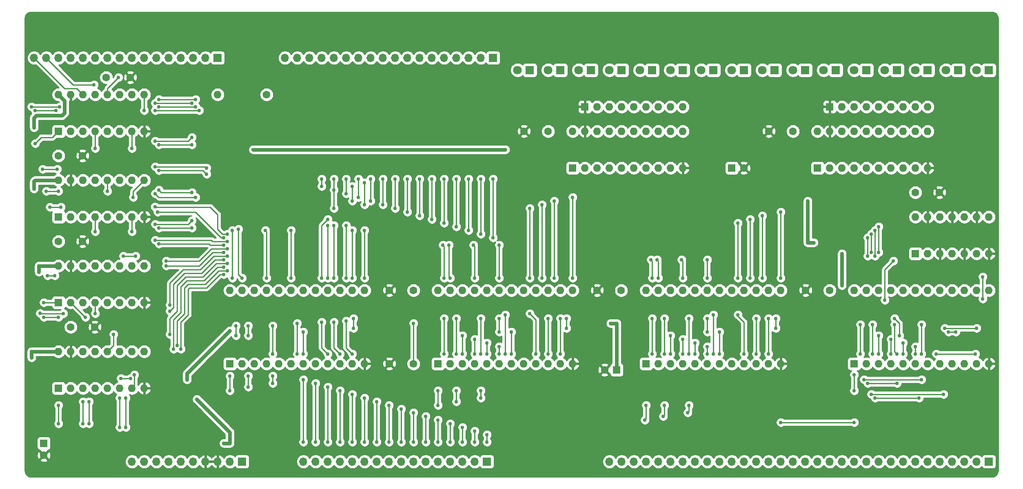
<source format=gbr>
G04 #@! TF.GenerationSoftware,KiCad,Pcbnew,(5.1.5)-3*
G04 #@! TF.CreationDate,2020-11-29T18:53:02-08:00*
G04 #@! TF.ProjectId,alu,616c752e-6b69-4636-9164-5f7063625858,rev?*
G04 #@! TF.SameCoordinates,Original*
G04 #@! TF.FileFunction,Copper,L2,Bot*
G04 #@! TF.FilePolarity,Positive*
%FSLAX46Y46*%
G04 Gerber Fmt 4.6, Leading zero omitted, Abs format (unit mm)*
G04 Created by KiCad (PCBNEW (5.1.5)-3) date 2020-11-29 18:53:02*
%MOMM*%
%LPD*%
G04 APERTURE LIST*
%ADD10C,1.600000*%
%ADD11R,1.600000X1.600000*%
%ADD12R,1.700000X1.700000*%
%ADD13O,1.700000X1.700000*%
%ADD14O,1.600000X1.600000*%
%ADD15C,1.800000*%
%ADD16R,1.800000X1.800000*%
%ADD17C,0.762000*%
%ADD18C,0.254000*%
%ADD19C,0.762000*%
G04 APERTURE END LIST*
D10*
X192064000Y-138430000D03*
D11*
X194564000Y-138430000D03*
D10*
X220940000Y-96520000D03*
D11*
X218440000Y-96520000D03*
D12*
X116840000Y-157480000D03*
D13*
X114300000Y-157480000D03*
X111760000Y-157480000D03*
X109220000Y-157480000D03*
X106680000Y-157480000D03*
X104140000Y-157480000D03*
X101600000Y-157480000D03*
X99060000Y-157480000D03*
X96520000Y-157480000D03*
X93980000Y-157480000D03*
D12*
X167640000Y-157480000D03*
D13*
X165100000Y-157480000D03*
X162560000Y-157480000D03*
X160020000Y-157480000D03*
X157480000Y-157480000D03*
X154940000Y-157480000D03*
X152400000Y-157480000D03*
X149860000Y-157480000D03*
X147320000Y-157480000D03*
X144780000Y-157480000D03*
X142240000Y-157480000D03*
X139700000Y-157480000D03*
X137160000Y-157480000D03*
X134620000Y-157480000D03*
X132080000Y-157480000D03*
X129540000Y-157480000D03*
X193040000Y-157480000D03*
X195580000Y-157480000D03*
X198120000Y-157480000D03*
X200660000Y-157480000D03*
X203200000Y-157480000D03*
X205740000Y-157480000D03*
X208280000Y-157480000D03*
X210820000Y-157480000D03*
X213360000Y-157480000D03*
X215900000Y-157480000D03*
X218440000Y-157480000D03*
X220980000Y-157480000D03*
X223520000Y-157480000D03*
X226060000Y-157480000D03*
X228600000Y-157480000D03*
X231140000Y-157480000D03*
X233680000Y-157480000D03*
X236220000Y-157480000D03*
X238760000Y-157480000D03*
X241300000Y-157480000D03*
X243840000Y-157480000D03*
X246380000Y-157480000D03*
X248920000Y-157480000D03*
X251460000Y-157480000D03*
X254000000Y-157480000D03*
X256540000Y-157480000D03*
X259080000Y-157480000D03*
X261620000Y-157480000D03*
X264160000Y-157480000D03*
X266700000Y-157480000D03*
X269240000Y-157480000D03*
D12*
X271780000Y-157480000D03*
D10*
X75692000Y-156170000D03*
D11*
X75692000Y-153670000D03*
D14*
X114300000Y-121920000D03*
X142240000Y-137160000D03*
X116840000Y-121920000D03*
X139700000Y-137160000D03*
X119380000Y-121920000D03*
X137160000Y-137160000D03*
X121920000Y-121920000D03*
X134620000Y-137160000D03*
X124460000Y-121920000D03*
X132080000Y-137160000D03*
X127000000Y-121920000D03*
X129540000Y-137160000D03*
X129540000Y-121920000D03*
X127000000Y-137160000D03*
X132080000Y-121920000D03*
X124460000Y-137160000D03*
X134620000Y-121920000D03*
X121920000Y-137160000D03*
X137160000Y-121920000D03*
X119380000Y-137160000D03*
X139700000Y-121920000D03*
X116840000Y-137160000D03*
X142240000Y-121920000D03*
D11*
X114300000Y-137160000D03*
D15*
X173990000Y-76200000D03*
D16*
X176530000Y-76200000D03*
D15*
X180340000Y-76200000D03*
D16*
X182880000Y-76200000D03*
D15*
X186690000Y-76200000D03*
D16*
X189230000Y-76200000D03*
D15*
X193040000Y-76200000D03*
D16*
X195580000Y-76200000D03*
D15*
X199390000Y-76200000D03*
D16*
X201930000Y-76200000D03*
D15*
X205740000Y-76200000D03*
D16*
X208280000Y-76200000D03*
D15*
X212090000Y-76200000D03*
D16*
X214630000Y-76200000D03*
D15*
X218440000Y-76200000D03*
D16*
X220980000Y-76200000D03*
D15*
X224790000Y-76200000D03*
D16*
X227330000Y-76200000D03*
D15*
X231140000Y-76200000D03*
D16*
X233680000Y-76200000D03*
D15*
X237490000Y-76200000D03*
D16*
X240030000Y-76200000D03*
D15*
X243840000Y-76200000D03*
D16*
X246380000Y-76200000D03*
D15*
X250190000Y-76200000D03*
D16*
X252730000Y-76200000D03*
D15*
X256540000Y-76200000D03*
D16*
X259080000Y-76200000D03*
D15*
X262890000Y-76200000D03*
D16*
X265430000Y-76200000D03*
D15*
X269240000Y-76200000D03*
D16*
X271780000Y-76200000D03*
D14*
X78740000Y-81280000D03*
X96520000Y-88900000D03*
X81280000Y-81280000D03*
X93980000Y-88900000D03*
X83820000Y-81280000D03*
X91440000Y-88900000D03*
X86360000Y-81280000D03*
X88900000Y-88900000D03*
X88900000Y-81280000D03*
X86360000Y-88900000D03*
X91440000Y-81280000D03*
X83820000Y-88900000D03*
X93980000Y-81280000D03*
X81280000Y-88900000D03*
X96520000Y-81280000D03*
D11*
X78740000Y-88900000D03*
D14*
X78740000Y-116840000D03*
X96520000Y-124460000D03*
X81280000Y-116840000D03*
X93980000Y-124460000D03*
X83820000Y-116840000D03*
X91440000Y-124460000D03*
X86360000Y-116840000D03*
X88900000Y-124460000D03*
X88900000Y-116840000D03*
X86360000Y-124460000D03*
X91440000Y-116840000D03*
X83820000Y-124460000D03*
X93980000Y-116840000D03*
X81280000Y-124460000D03*
X96520000Y-116840000D03*
D11*
X78740000Y-124460000D03*
D14*
X78740000Y-99060000D03*
X96520000Y-106680000D03*
X81280000Y-99060000D03*
X93980000Y-106680000D03*
X83820000Y-99060000D03*
X91440000Y-106680000D03*
X86360000Y-99060000D03*
X88900000Y-106680000D03*
X88900000Y-99060000D03*
X86360000Y-106680000D03*
X91440000Y-99060000D03*
X83820000Y-106680000D03*
X93980000Y-99060000D03*
X81280000Y-106680000D03*
X96520000Y-99060000D03*
D11*
X78740000Y-106680000D03*
D14*
X78740000Y-134620000D03*
X96520000Y-142240000D03*
X81280000Y-134620000D03*
X93980000Y-142240000D03*
X83820000Y-134620000D03*
X91440000Y-142240000D03*
X86360000Y-134620000D03*
X88900000Y-142240000D03*
X88900000Y-134620000D03*
X86360000Y-142240000D03*
X91440000Y-134620000D03*
X83820000Y-142240000D03*
X93980000Y-134620000D03*
X81280000Y-142240000D03*
X96520000Y-134620000D03*
D11*
X78740000Y-142240000D03*
D14*
X157480000Y-121920000D03*
X185420000Y-137160000D03*
X160020000Y-121920000D03*
X182880000Y-137160000D03*
X162560000Y-121920000D03*
X180340000Y-137160000D03*
X165100000Y-121920000D03*
X177800000Y-137160000D03*
X167640000Y-121920000D03*
X175260000Y-137160000D03*
X170180000Y-121920000D03*
X172720000Y-137160000D03*
X172720000Y-121920000D03*
X170180000Y-137160000D03*
X175260000Y-121920000D03*
X167640000Y-137160000D03*
X177800000Y-121920000D03*
X165100000Y-137160000D03*
X180340000Y-121920000D03*
X162560000Y-137160000D03*
X182880000Y-121920000D03*
X160020000Y-137160000D03*
X185420000Y-121920000D03*
D11*
X157480000Y-137160000D03*
D14*
X200660000Y-121920000D03*
X228600000Y-137160000D03*
X203200000Y-121920000D03*
X226060000Y-137160000D03*
X205740000Y-121920000D03*
X223520000Y-137160000D03*
X208280000Y-121920000D03*
X220980000Y-137160000D03*
X210820000Y-121920000D03*
X218440000Y-137160000D03*
X213360000Y-121920000D03*
X215900000Y-137160000D03*
X215900000Y-121920000D03*
X213360000Y-137160000D03*
X218440000Y-121920000D03*
X210820000Y-137160000D03*
X220980000Y-121920000D03*
X208280000Y-137160000D03*
X223520000Y-121920000D03*
X205740000Y-137160000D03*
X226060000Y-121920000D03*
X203200000Y-137160000D03*
X228600000Y-121920000D03*
D11*
X200660000Y-137160000D03*
D14*
X243840000Y-121920000D03*
X271780000Y-137160000D03*
X246380000Y-121920000D03*
X269240000Y-137160000D03*
X248920000Y-121920000D03*
X266700000Y-137160000D03*
X251460000Y-121920000D03*
X264160000Y-137160000D03*
X254000000Y-121920000D03*
X261620000Y-137160000D03*
X256540000Y-121920000D03*
X259080000Y-137160000D03*
X259080000Y-121920000D03*
X256540000Y-137160000D03*
X261620000Y-121920000D03*
X254000000Y-137160000D03*
X264160000Y-121920000D03*
X251460000Y-137160000D03*
X266700000Y-121920000D03*
X248920000Y-137160000D03*
X269240000Y-121920000D03*
X246380000Y-137160000D03*
X271780000Y-121920000D03*
D11*
X243840000Y-137160000D03*
D14*
X259080000Y-83820000D03*
X256540000Y-83820000D03*
X254000000Y-83820000D03*
X251460000Y-83820000D03*
X248920000Y-83820000D03*
X246380000Y-83820000D03*
X243840000Y-83820000D03*
X241300000Y-83820000D03*
D11*
X238760000Y-83820000D03*
D14*
X208280000Y-83820000D03*
X205740000Y-83820000D03*
X203200000Y-83820000D03*
X200660000Y-83820000D03*
X198120000Y-83820000D03*
X195580000Y-83820000D03*
X193040000Y-83820000D03*
X190500000Y-83820000D03*
D11*
X187960000Y-83820000D03*
D14*
X111760000Y-81280000D03*
D10*
X121920000Y-81280000D03*
D13*
X125730000Y-73660000D03*
X128270000Y-73660000D03*
X130810000Y-73660000D03*
X133350000Y-73660000D03*
X135890000Y-73660000D03*
X138430000Y-73660000D03*
X140970000Y-73660000D03*
X143510000Y-73660000D03*
X146050000Y-73660000D03*
X148590000Y-73660000D03*
X151130000Y-73660000D03*
X153670000Y-73660000D03*
X156210000Y-73660000D03*
X158750000Y-73660000D03*
X161290000Y-73660000D03*
X163830000Y-73660000D03*
X166370000Y-73660000D03*
D12*
X168910000Y-73660000D03*
D10*
X93646000Y-77724000D03*
X88646000Y-77724000D03*
X83740000Y-111760000D03*
X78740000Y-111760000D03*
X147400000Y-137160000D03*
X152400000Y-137160000D03*
X86280000Y-129540000D03*
X81280000Y-129540000D03*
X83740000Y-93980000D03*
X78740000Y-93980000D03*
X226140000Y-88900000D03*
X231140000Y-88900000D03*
X147400000Y-121920000D03*
X152400000Y-121920000D03*
X175340000Y-88900000D03*
X180340000Y-88900000D03*
X190500000Y-121920000D03*
X195500000Y-121920000D03*
X233760000Y-121920000D03*
X238760000Y-121920000D03*
X261540000Y-101600000D03*
X256540000Y-101600000D03*
D14*
X236220000Y-88900000D03*
X259080000Y-96520000D03*
X238760000Y-88900000D03*
X256540000Y-96520000D03*
X241300000Y-88900000D03*
X254000000Y-96520000D03*
X243840000Y-88900000D03*
X251460000Y-96520000D03*
X246380000Y-88900000D03*
X248920000Y-96520000D03*
X248920000Y-88900000D03*
X246380000Y-96520000D03*
X251460000Y-88900000D03*
X243840000Y-96520000D03*
X254000000Y-88900000D03*
X241300000Y-96520000D03*
X256540000Y-88900000D03*
X238760000Y-96520000D03*
X259080000Y-88900000D03*
D11*
X236220000Y-96520000D03*
D14*
X185420000Y-88900000D03*
X208280000Y-96520000D03*
X187960000Y-88900000D03*
X205740000Y-96520000D03*
X190500000Y-88900000D03*
X203200000Y-96520000D03*
X193040000Y-88900000D03*
X200660000Y-96520000D03*
X195580000Y-88900000D03*
X198120000Y-96520000D03*
X198120000Y-88900000D03*
X195580000Y-96520000D03*
X200660000Y-88900000D03*
X193040000Y-96520000D03*
X203200000Y-88900000D03*
X190500000Y-96520000D03*
X205740000Y-88900000D03*
X187960000Y-96520000D03*
X208280000Y-88900000D03*
D11*
X185420000Y-96520000D03*
D14*
X256540000Y-106680000D03*
X271780000Y-114300000D03*
X259080000Y-106680000D03*
X269240000Y-114300000D03*
X261620000Y-106680000D03*
X266700000Y-114300000D03*
X264160000Y-106680000D03*
X264160000Y-114300000D03*
X266700000Y-106680000D03*
X261620000Y-114300000D03*
X269240000Y-106680000D03*
X259080000Y-114300000D03*
X271780000Y-106680000D03*
D11*
X256540000Y-114300000D03*
D13*
X73660000Y-73660000D03*
X76200000Y-73660000D03*
X78740000Y-73660000D03*
X81280000Y-73660000D03*
X83820000Y-73660000D03*
X86360000Y-73660000D03*
X88900000Y-73660000D03*
X91440000Y-73660000D03*
X93980000Y-73660000D03*
X96520000Y-73660000D03*
X99060000Y-73660000D03*
X101600000Y-73660000D03*
X104140000Y-73660000D03*
X106680000Y-73660000D03*
X109220000Y-73660000D03*
D12*
X111760000Y-73660000D03*
D17*
X215900000Y-135128000D03*
X215900000Y-130556000D03*
X263398000Y-130556000D03*
X264922000Y-130556000D03*
X172720000Y-135128000D03*
X172720000Y-130556000D03*
X213360000Y-130556000D03*
X213360000Y-127762000D03*
X129540000Y-135128000D03*
X129540000Y-130556000D03*
X170180000Y-130556000D03*
X170180000Y-127762000D03*
X108458000Y-145542000D03*
X114300000Y-130302000D03*
X241300000Y-119634000D03*
X241300000Y-115570000D03*
X234188000Y-112014000D03*
X234188000Y-104648000D03*
X105410000Y-139191990D03*
X152400000Y-128778000D03*
X120396000Y-92710000D03*
X73152000Y-134620000D03*
X114300000Y-153670000D03*
X73660000Y-99313982D03*
X74676012Y-116840000D03*
X73660028Y-86868000D03*
X170180000Y-92710000D03*
X171450028Y-92710000D03*
X105410000Y-140462000D03*
X107441988Y-144526012D03*
X73152000Y-135890000D03*
X74676012Y-118110014D03*
X73660000Y-100838000D03*
X73660000Y-88138000D03*
X234188000Y-103378000D03*
X235457988Y-112014000D03*
X241300000Y-114300000D03*
X241300000Y-120904000D03*
X113284000Y-131317996D03*
X119126000Y-92710000D03*
X194564000Y-128778000D03*
X193294000Y-128778000D03*
X113029988Y-153670000D03*
X86106000Y-79248001D03*
X73152000Y-83820000D03*
X78994000Y-83820000D03*
X78232000Y-84582000D03*
X73914000Y-84582000D03*
X76200000Y-101346000D03*
X78739994Y-101346000D03*
X75438000Y-96774000D03*
X78486000Y-96774000D03*
X79248000Y-104648000D03*
X76962000Y-104648012D03*
X84328000Y-127508000D03*
X139953964Y-129794000D03*
X262636000Y-129794000D03*
X227584000Y-127762000D03*
X227584000Y-129794000D03*
X184150000Y-127762000D03*
X184150000Y-129794000D03*
X139954000Y-127762000D03*
X139700000Y-119380000D03*
X139700000Y-109474000D03*
X269239990Y-129794000D03*
X134620000Y-119380000D03*
X134620000Y-108458000D03*
X142240000Y-119380000D03*
X142240000Y-109474000D03*
X142240000Y-99568000D03*
X142240000Y-104139990D03*
X138430000Y-119380000D03*
X139700000Y-135128000D03*
X138430000Y-128270000D03*
X138430000Y-108458000D03*
X133350000Y-98806000D03*
X133350000Y-100330000D03*
X139700000Y-100330000D03*
X139700000Y-103378000D03*
X135890000Y-119380000D03*
X137160000Y-135128000D03*
X135890000Y-128524012D03*
X135890000Y-108458000D03*
X135889992Y-101092000D03*
X135890000Y-104902000D03*
X135890000Y-98805980D03*
X133350000Y-119380000D03*
X134620000Y-135128000D03*
X133350000Y-128524000D03*
X134620000Y-107188016D03*
X138430000Y-101854000D03*
X138430000Y-98806000D03*
X185420000Y-119380000D03*
X185420000Y-102616000D03*
X140970000Y-98806000D03*
X140970000Y-102616000D03*
X181610000Y-119380000D03*
X181610000Y-103378000D03*
X182880000Y-135128000D03*
X182880000Y-127762000D03*
X143510000Y-98806000D03*
X143510000Y-103378000D03*
X179070000Y-119380000D03*
X179070000Y-104140000D03*
X180340000Y-135128000D03*
X180339986Y-127762000D03*
X146050000Y-98806000D03*
X146050000Y-104140012D03*
X176530000Y-119380000D03*
X176530000Y-104902000D03*
X177800000Y-135128000D03*
X176530000Y-126746000D03*
X148590000Y-98806000D03*
X148590000Y-104902000D03*
X228600000Y-119380000D03*
X228600000Y-105664000D03*
X151130000Y-98806000D03*
X151130000Y-105664000D03*
X224790000Y-119380000D03*
X224790000Y-106426000D03*
X226060000Y-135128000D03*
X226060000Y-127762000D03*
X153669988Y-98806000D03*
X153670000Y-106426000D03*
X222250000Y-119380000D03*
X222250000Y-107188000D03*
X223520000Y-135128000D03*
X223520000Y-127762000D03*
X156210000Y-98806000D03*
X156210000Y-107188000D03*
X219710000Y-119380000D03*
X219710000Y-107950000D03*
X220980000Y-135128000D03*
X219710000Y-127000000D03*
X158750000Y-98806000D03*
X158750000Y-107950000D03*
X248920000Y-108712000D03*
X248920000Y-114046000D03*
X161290000Y-98806000D03*
X161290000Y-108712006D03*
X248158000Y-109474000D03*
X248158000Y-114808000D03*
X163830000Y-98806004D03*
X163829992Y-109474000D03*
X247396000Y-110236000D03*
X247396000Y-114046000D03*
X166370000Y-98806000D03*
X166370000Y-110236000D03*
X246634000Y-110998000D03*
X246634000Y-114808000D03*
X168910000Y-98806000D03*
X168910000Y-110998004D03*
X162560000Y-135128000D03*
X162560000Y-131318000D03*
X205740000Y-135128000D03*
X205740000Y-131318000D03*
X248920000Y-135128000D03*
X248920000Y-131318000D03*
X243840000Y-149352000D03*
X228600000Y-149352000D03*
X78740000Y-149606000D03*
X78740000Y-145796000D03*
X75692000Y-124460000D03*
X73914000Y-91440000D03*
X170180000Y-135128000D03*
X170180000Y-133604000D03*
X213360000Y-135128000D03*
X213360000Y-133604000D03*
X256540000Y-135128000D03*
X256540000Y-133604000D03*
X248158000Y-144272000D03*
X257302000Y-144272000D03*
X247396000Y-143510000D03*
X262382000Y-143510000D03*
X253238000Y-131318000D03*
X252222000Y-127762000D03*
X250190000Y-123952000D03*
X251968000Y-115824000D03*
X167640000Y-135128000D03*
X167640000Y-132842000D03*
X210820000Y-135128000D03*
X210820000Y-132842000D03*
X254000000Y-135128000D03*
X254000000Y-132842000D03*
X165100000Y-135128000D03*
X165100000Y-132080000D03*
X208280000Y-135128000D03*
X208280000Y-132080000D03*
X251460000Y-135128000D03*
X251460000Y-132080000D03*
X129540000Y-140462000D03*
X99568000Y-83820000D03*
X107188000Y-83820000D03*
X128270000Y-135128000D03*
X129540000Y-153416014D03*
X128270000Y-128777978D03*
X132080000Y-141224000D03*
X123190000Y-141224000D03*
X123190000Y-139700000D03*
X106426000Y-83058000D03*
X98806000Y-83058000D03*
X123190000Y-135128000D03*
X132080000Y-153415984D03*
X123190000Y-129286000D03*
X134620000Y-141986000D03*
X118110000Y-141986000D03*
X118110000Y-139700000D03*
X98806000Y-90932000D03*
X106426000Y-90170028D03*
X134620000Y-153416000D03*
X118110000Y-131318000D03*
X118110000Y-129286000D03*
X137160000Y-142748000D03*
X114300000Y-142748000D03*
X114300000Y-139700000D03*
X106426000Y-91694000D03*
X99568000Y-91694000D03*
X137160000Y-153416000D03*
X139700000Y-143510000D03*
X98806000Y-101854000D03*
X171450000Y-135128000D03*
X139700020Y-153416000D03*
X171450010Y-127000000D03*
X107188000Y-102616000D03*
X142240000Y-144272000D03*
X166370000Y-142748000D03*
X166370000Y-144272000D03*
X99568000Y-101092000D03*
X166370000Y-135128000D03*
X142240000Y-153416000D03*
X166370000Y-127762000D03*
X106426000Y-101600000D03*
X144780000Y-145034000D03*
X161290010Y-142748000D03*
X161289992Y-145034000D03*
X98806000Y-108204000D03*
X106426000Y-107441992D03*
X161290010Y-135127990D03*
X144780000Y-153416000D03*
X161290000Y-127762000D03*
X147320000Y-145796000D03*
X157480000Y-145796000D03*
X157480000Y-142748000D03*
X106426000Y-108966000D03*
X99568000Y-108966000D03*
X147320000Y-153416000D03*
X149860000Y-146558000D03*
X214630000Y-135128000D03*
X149860000Y-153416000D03*
X214630000Y-127000000D03*
X152400000Y-147320000D03*
X209550000Y-145796000D03*
X209550000Y-135128000D03*
X152400000Y-153416000D03*
X209550000Y-127762000D03*
X76453992Y-118872000D03*
X77978000Y-118872000D03*
X209296000Y-147320000D03*
X154940000Y-148082000D03*
X204470000Y-145796000D03*
X204470000Y-135128000D03*
X154940000Y-153416000D03*
X204470000Y-127762000D03*
X78740000Y-127508000D03*
X75692000Y-127508000D03*
X204216000Y-148082000D03*
X157480000Y-148844000D03*
X200660000Y-145796000D03*
X157480000Y-153416000D03*
X79756006Y-126746000D03*
X74930000Y-126694412D03*
X200405984Y-148844000D03*
X160020000Y-149606000D03*
X85090000Y-149606000D03*
X85090000Y-145034000D03*
X257810000Y-135128000D03*
X245872000Y-140462000D03*
X257810000Y-140462000D03*
X160020000Y-153416000D03*
X257810000Y-129032000D03*
X162560000Y-150368000D03*
X92710000Y-150368000D03*
X92710000Y-144272000D03*
X252730000Y-135128000D03*
X246634010Y-141223990D03*
X252730000Y-141224000D03*
X162560014Y-153416000D03*
X252222000Y-129032000D03*
X165100000Y-151130000D03*
X91440000Y-150368000D03*
X91440000Y-144272000D03*
X247650000Y-135128000D03*
X165100000Y-153416000D03*
X247650000Y-129031994D03*
X83820000Y-149606000D03*
X83820000Y-145034000D03*
X243840002Y-139446000D03*
X243840000Y-142748000D03*
X167640000Y-153416000D03*
X167640000Y-151892000D03*
X270510000Y-119126000D03*
X270510000Y-123698000D03*
X268986000Y-135128000D03*
X260858000Y-135128000D03*
X94488000Y-139446000D03*
X113792000Y-117856000D03*
X103378000Y-133350000D03*
X102616000Y-134112000D03*
X113030000Y-117094000D03*
X113792000Y-116332000D03*
X90170000Y-131064000D03*
X101854000Y-131064000D03*
X91694000Y-140208000D03*
X93726000Y-140208000D03*
X113030000Y-118618000D03*
X245110000Y-135128000D03*
X104140000Y-134112000D03*
X245110000Y-129032004D03*
X101854000Y-124968000D03*
X113792000Y-114808000D03*
X203200000Y-119380000D03*
X202946000Y-115576074D03*
X101092000Y-116840000D03*
X113030000Y-114046000D03*
X208280000Y-119380000D03*
X208026000Y-115570000D03*
X92202000Y-114808000D03*
X94742008Y-114808000D03*
X101092000Y-115824000D03*
X113792000Y-113284000D03*
X213360000Y-115570000D03*
X213360000Y-119380000D03*
X86360000Y-126746000D03*
X101854000Y-126238000D03*
X113030000Y-115570000D03*
X201930000Y-119380000D03*
X201930000Y-135128000D03*
X201930006Y-127762000D03*
X201675978Y-115570000D03*
X93980000Y-109728000D03*
X98806000Y-111506000D03*
X113792000Y-111760000D03*
X160020000Y-119380000D03*
X159766000Y-112522000D03*
X113030000Y-110998000D03*
X165100000Y-119380000D03*
X164846000Y-112522000D03*
X99314000Y-105664000D03*
X94234000Y-102616000D03*
X88900000Y-101346000D03*
X98771614Y-104596420D03*
X113792000Y-110236000D03*
X170180000Y-112522000D03*
X170180000Y-119380000D03*
X99568000Y-112268000D03*
X86360004Y-109728000D03*
X113030000Y-112522000D03*
X158750000Y-119380000D03*
X158750000Y-135128000D03*
X158750000Y-127761996D03*
X158496000Y-112522000D03*
X93980000Y-92456000D03*
X98806000Y-96266000D03*
X116840000Y-119380000D03*
X109474000Y-96520000D03*
X116071926Y-109220000D03*
X96520000Y-84582000D03*
X98806000Y-84582000D03*
X107950000Y-84582000D03*
X121920000Y-119380000D03*
X121666000Y-109474000D03*
X91186000Y-77724000D03*
X99568000Y-82296000D03*
X107188000Y-82296000D03*
X127000000Y-119380000D03*
X127000000Y-109474000D03*
X86360000Y-92456000D03*
X99568000Y-97028000D03*
X114808000Y-109474000D03*
X114808000Y-119380000D03*
X115570000Y-131318000D03*
X115570000Y-129286000D03*
X109474000Y-97790000D03*
D18*
X215900000Y-135128000D02*
X215900000Y-130556000D01*
X263398000Y-130556000D02*
X264922000Y-130556000D01*
X172720000Y-135128000D02*
X172720000Y-130556000D01*
X213360000Y-130556000D02*
X213360000Y-127762000D01*
X129540000Y-135128000D02*
X129540000Y-130556000D01*
X170180000Y-130556000D02*
X170180000Y-127762000D01*
D19*
X108458000Y-145542000D02*
X108458000Y-145542000D01*
X114300000Y-130302000D02*
X114300000Y-130302000D01*
X105410010Y-139191990D02*
X105410000Y-139191990D01*
X114300000Y-130302000D02*
X105410010Y-139191990D01*
D18*
X152400000Y-137160000D02*
X152400000Y-128778000D01*
D19*
X120396000Y-92710000D02*
X120396000Y-92710000D01*
X78740000Y-134620000D02*
X73152000Y-134620000D01*
X108458000Y-145542000D02*
X114300000Y-151384000D01*
X114300000Y-151384000D02*
X114300000Y-153670000D01*
X73913982Y-99060000D02*
X73660000Y-99313982D01*
X78740000Y-99060000D02*
X73913982Y-99060000D01*
X78740000Y-116840000D02*
X74676012Y-116840000D01*
X73660028Y-86105972D02*
X73660028Y-86868000D01*
X78740000Y-81280000D02*
X80010000Y-82550000D01*
X80010000Y-85090000D02*
X79502000Y-85598000D01*
X80010000Y-82550000D02*
X80010000Y-85090000D01*
X79502000Y-85598000D02*
X74168000Y-85598000D01*
X74168000Y-85598000D02*
X73660028Y-86105972D01*
X120396000Y-92710000D02*
X171450028Y-92710000D01*
X105410000Y-139191990D02*
X105410000Y-140462000D01*
X108458000Y-145542000D02*
X107442012Y-144526012D01*
X107442012Y-144526012D02*
X107441988Y-144526012D01*
X73152000Y-134620000D02*
X73152000Y-135890000D01*
X74676012Y-116840000D02*
X74676012Y-118110014D01*
X73660000Y-99313982D02*
X73660000Y-100838000D01*
X73660028Y-86868000D02*
X73660028Y-88137972D01*
X73660028Y-88137972D02*
X73660000Y-88138000D01*
X234188000Y-112014000D02*
X234188000Y-103378000D01*
X234188000Y-112014000D02*
X235457988Y-112014000D01*
X241300000Y-115570000D02*
X241300000Y-114300000D01*
X241300000Y-115570000D02*
X241300000Y-120904000D01*
X120396000Y-92710000D02*
X119126000Y-92710000D01*
X193294000Y-128778000D02*
X194564000Y-128778000D01*
X194564000Y-128778000D02*
X194564000Y-138430000D01*
X114300000Y-153670000D02*
X113029988Y-153670000D01*
D18*
X82550000Y-80010000D02*
X83820000Y-81280000D01*
X73660000Y-73660000D02*
X80010000Y-80010000D01*
X80010000Y-80010000D02*
X82550000Y-80010000D01*
X85540315Y-79248001D02*
X86106000Y-79248001D01*
X81788001Y-79248001D02*
X85540315Y-79248001D01*
X76200000Y-73660000D02*
X81788001Y-79248001D01*
X73152000Y-83820000D02*
X78994000Y-83820000D01*
X78232000Y-84582000D02*
X73914000Y-84582000D01*
X76200000Y-101346000D02*
X78739994Y-101346000D01*
X75438000Y-96774000D02*
X78486000Y-96774000D01*
X76962012Y-104648000D02*
X76962000Y-104648012D01*
X79248000Y-104648000D02*
X76962012Y-104648000D01*
X84328000Y-127508000D02*
X81280000Y-124460000D01*
X227584000Y-127762000D02*
X227584000Y-129794000D01*
X184150000Y-127762000D02*
X184150000Y-129794000D01*
X139953964Y-127762036D02*
X139954000Y-127762000D01*
X139953964Y-129794000D02*
X139953964Y-127762036D01*
X139700000Y-119380000D02*
X139700000Y-109474000D01*
X262636000Y-129794000D02*
X269239990Y-129794000D01*
X134620000Y-119380000D02*
X134620000Y-108458000D01*
X142240000Y-119380000D02*
X142240000Y-109474000D01*
X142240000Y-99568000D02*
X142240000Y-104139990D01*
X138430000Y-133858000D02*
X138430000Y-128270000D01*
X139700000Y-135128000D02*
X138430000Y-133858000D01*
X138430000Y-119380000D02*
X138430000Y-108458000D01*
X133350000Y-98806000D02*
X133350000Y-100330000D01*
X139700000Y-100330000D02*
X139700000Y-103378000D01*
X135890000Y-133858000D02*
X135890000Y-128524012D01*
X137160000Y-135128000D02*
X135890000Y-133858000D01*
X135890000Y-119380000D02*
X135890000Y-108458000D01*
X135890000Y-101092008D02*
X135889992Y-101092000D01*
X135890000Y-104902000D02*
X135890000Y-101092008D01*
X135889992Y-98805988D02*
X135890000Y-98805980D01*
X135889992Y-101092000D02*
X135889992Y-98805988D01*
X133350000Y-133858000D02*
X133350000Y-128524000D01*
X134620000Y-135128000D02*
X133350000Y-133858000D01*
X133350000Y-108458000D02*
X134619984Y-107188016D01*
X134619984Y-107188016D02*
X134620000Y-107188016D01*
X133350000Y-119380000D02*
X133350000Y-108458000D01*
X138430000Y-101854000D02*
X138430000Y-98806000D01*
X185420000Y-119380000D02*
X185420000Y-102616000D01*
X140970000Y-98806000D02*
X140970000Y-102616000D01*
X182880000Y-135128000D02*
X182880000Y-127762000D01*
X181610000Y-119380000D02*
X181610000Y-103378000D01*
X143510000Y-98806000D02*
X143510000Y-103378000D01*
X180340000Y-127762014D02*
X180339986Y-127762000D01*
X180340000Y-135128000D02*
X180340000Y-127762014D01*
X179070000Y-119380000D02*
X179070000Y-104140000D01*
X146050000Y-98806000D02*
X146050000Y-104140012D01*
X177038000Y-127254000D02*
X176530000Y-126746000D01*
X177800000Y-135128000D02*
X177800000Y-128016000D01*
X177800000Y-128016000D02*
X177038000Y-127254000D01*
X176530000Y-119380000D02*
X176530000Y-104902000D01*
X148590000Y-98806000D02*
X148590000Y-104902000D01*
X228600000Y-119380000D02*
X228600000Y-115570000D01*
X228600000Y-105664000D02*
X228600000Y-108712000D01*
X228600000Y-106426000D02*
X228600000Y-115570000D01*
X151130000Y-98806000D02*
X151130000Y-105664000D01*
X224790000Y-119380000D02*
X224790000Y-115570000D01*
X224790000Y-115570000D02*
X224790000Y-115570000D01*
X224790000Y-115570000D02*
X224790000Y-106426000D01*
X224790000Y-108712000D02*
X224790000Y-106426000D01*
X226060000Y-135128000D02*
X226060000Y-127762000D01*
X153669988Y-106425988D02*
X153670000Y-106426000D01*
X153669988Y-98806000D02*
X153669988Y-106425988D01*
X222250000Y-108712000D02*
X222250000Y-107188000D01*
X222250000Y-119380000D02*
X222250000Y-115570000D01*
X222250000Y-115570000D02*
X222250000Y-107188000D01*
X223520000Y-135128000D02*
X223520000Y-127762000D01*
X156210000Y-98806000D02*
X156210000Y-107188000D01*
X219710000Y-119380000D02*
X219710000Y-115570000D01*
X219710000Y-115570000D02*
X219710000Y-107950000D01*
X220980000Y-135128000D02*
X220980000Y-128524000D01*
X219710000Y-127254000D02*
X219710000Y-127000000D01*
X220980000Y-128524000D02*
X219710000Y-127254000D01*
X158750000Y-98806000D02*
X158750000Y-107950000D01*
X248920000Y-114046000D02*
X248920000Y-111760000D01*
X248920000Y-111760000D02*
X248920000Y-108712000D01*
X161290000Y-98806000D02*
X161290000Y-108712006D01*
X248158000Y-109474000D02*
X248158000Y-114808000D01*
X163830000Y-109473992D02*
X163829992Y-109474000D01*
X163830000Y-98806004D02*
X163830000Y-109473992D01*
X247396000Y-111760000D02*
X247396000Y-110236000D01*
X247396000Y-114046000D02*
X247396000Y-111760000D01*
X166370000Y-98806000D02*
X166370000Y-110236000D01*
X246634000Y-114808000D02*
X246634000Y-111252000D01*
X168910000Y-98806000D02*
X168910000Y-110998004D01*
X205740000Y-135128000D02*
X205740000Y-131318000D01*
X248920000Y-135128000D02*
X248920000Y-131318000D01*
X162560000Y-135128000D02*
X162560000Y-131318000D01*
X243840000Y-149352000D02*
X228600000Y-149352000D01*
X78740000Y-149606000D02*
X78740000Y-145796000D01*
X78740000Y-124460000D02*
X75692000Y-124460000D01*
X74313999Y-91040001D02*
X73914000Y-91440000D01*
X75184000Y-90170000D02*
X74313999Y-91040001D01*
X78740000Y-88900000D02*
X77470000Y-90170000D01*
X77470000Y-90170000D02*
X75184000Y-90170000D01*
X213360000Y-135128000D02*
X213360000Y-133604000D01*
X256540000Y-135128000D02*
X256540000Y-133604000D01*
X170180000Y-135128000D02*
X170180000Y-133604000D01*
X248158000Y-144272000D02*
X257302000Y-144272000D01*
X247396000Y-143510000D02*
X262382000Y-143510000D01*
X253238000Y-131318000D02*
X253238000Y-128778000D01*
X253238000Y-128778000D02*
X252222000Y-127762000D01*
X250190000Y-123952000D02*
X250190000Y-117602000D01*
X250190000Y-117602000D02*
X251968000Y-115824000D01*
X210820000Y-135128000D02*
X210820000Y-132842000D01*
X254000000Y-135128000D02*
X254000000Y-132842000D01*
X167640000Y-135128000D02*
X167640000Y-132842000D01*
X208280000Y-135128000D02*
X208280000Y-132080000D01*
X251460000Y-135128000D02*
X251460000Y-132080000D01*
X165100000Y-135128000D02*
X165100000Y-132080000D01*
X106680000Y-83820000D02*
X99568000Y-83820000D01*
X107188000Y-83820000D02*
X106680000Y-83820000D01*
X129540000Y-140462000D02*
X129540000Y-152654000D01*
X129540000Y-152654000D02*
X129540000Y-153416014D01*
X128270000Y-135128000D02*
X128270000Y-128777978D01*
X123190000Y-141224000D02*
X123190000Y-139700000D01*
X106426000Y-83058000D02*
X105860315Y-83058000D01*
X105860315Y-83058000D02*
X98806000Y-83058000D01*
X132080000Y-141224000D02*
X132080000Y-153415984D01*
X123190000Y-135128000D02*
X123190000Y-129286000D01*
X118110000Y-141986000D02*
X118110000Y-139700000D01*
X105664028Y-90932000D02*
X106426000Y-90170028D01*
X98806000Y-90932000D02*
X105664028Y-90932000D01*
X134620000Y-141986000D02*
X134620000Y-152654000D01*
X134620000Y-152654000D02*
X134620000Y-153416000D01*
X118110000Y-131318000D02*
X118110000Y-129286000D01*
X114300000Y-142748000D02*
X114300000Y-139700000D01*
X106426000Y-91694000D02*
X99568000Y-91694000D01*
X137160000Y-142748000D02*
X137160000Y-153416000D01*
X139700000Y-143510000D02*
X139700000Y-153415980D01*
X139700000Y-153415980D02*
X139700020Y-153416000D01*
X171450000Y-135128000D02*
X171450000Y-127000010D01*
X171450000Y-127000010D02*
X171450010Y-127000000D01*
X98806000Y-101854000D02*
X99568000Y-102616000D01*
X106622315Y-102616000D02*
X107188000Y-102616000D01*
X99568000Y-102616000D02*
X106622315Y-102616000D01*
X166370000Y-142748000D02*
X166370000Y-144272000D01*
X142240000Y-144272000D02*
X142240000Y-153416000D01*
X166370000Y-135128000D02*
X166370000Y-127762000D01*
X106026001Y-101600000D02*
X106426000Y-101600000D01*
X99568000Y-101092000D02*
X100076000Y-101600000D01*
X100076000Y-101600000D02*
X106026001Y-101600000D01*
X161290010Y-145033982D02*
X161289992Y-145034000D01*
X161290010Y-142748000D02*
X161290010Y-145033982D01*
X98806000Y-108204000D02*
X105663992Y-108204000D01*
X105663992Y-108204000D02*
X106426000Y-107441992D01*
X144780000Y-145034000D02*
X144780000Y-153416000D01*
X161290010Y-127762010D02*
X161290000Y-127762000D01*
X161290010Y-135127990D02*
X161290010Y-127762010D01*
X157480000Y-145796000D02*
X157480000Y-142748000D01*
X106426000Y-108966000D02*
X99568000Y-108966000D01*
X147320000Y-145796000D02*
X147320000Y-153416000D01*
X149860000Y-146558000D02*
X149860000Y-153416000D01*
X214630000Y-135128000D02*
X214630000Y-127000000D01*
X152400000Y-147320000D02*
X152400000Y-153416000D01*
X209550000Y-135128000D02*
X209550000Y-127762000D01*
X76453992Y-118872000D02*
X77978000Y-118872000D01*
X209550000Y-145796000D02*
X209550000Y-147066000D01*
X209550000Y-147066000D02*
X209296000Y-147320000D01*
X154940000Y-148082000D02*
X154940000Y-153416000D01*
X204470000Y-135128000D02*
X204470000Y-127762000D01*
X78740000Y-127508000D02*
X75692000Y-127508000D01*
X204470000Y-147828000D02*
X204216000Y-148082000D01*
X204470000Y-145796000D02*
X204470000Y-147828000D01*
X157480000Y-148844000D02*
X157480000Y-153416000D01*
X74981588Y-126746000D02*
X74930000Y-126694412D01*
X79756006Y-126746000D02*
X74981588Y-126746000D01*
X200660000Y-148589984D02*
X200405984Y-148844000D01*
X200660000Y-145796000D02*
X200660000Y-148589984D01*
X85090000Y-149606000D02*
X85090000Y-145034000D01*
X245872000Y-140462000D02*
X257556000Y-140462000D01*
X160020000Y-149606000D02*
X160020000Y-153416000D01*
X257810000Y-135128000D02*
X257810000Y-129032000D01*
X92710000Y-150368000D02*
X92710000Y-144272000D01*
X252164315Y-141223990D02*
X252730000Y-141224000D01*
X246634010Y-141223990D02*
X252164315Y-141223990D01*
X252730000Y-141224000D02*
X252730000Y-141223990D01*
X162560000Y-150368000D02*
X162560000Y-153415986D01*
X162560000Y-153415986D02*
X162560014Y-153416000D01*
X252222000Y-134620000D02*
X252222000Y-129032000D01*
X252730000Y-135128000D02*
X252222000Y-134620000D01*
X91440000Y-150368000D02*
X91440000Y-144272000D01*
X165100000Y-151130000D02*
X165100000Y-153416000D01*
X247650000Y-135128000D02*
X247650000Y-129031994D01*
X83820000Y-149606000D02*
X83820000Y-145034000D01*
X243840000Y-139446002D02*
X243840002Y-139446000D01*
X243840000Y-142748000D02*
X243840000Y-139446002D01*
X167640000Y-153416000D02*
X167640000Y-151892000D01*
X270510000Y-119126000D02*
X270510000Y-123698000D01*
X268986000Y-135128000D02*
X260858000Y-135128000D01*
X94488000Y-141732000D02*
X94488000Y-139446000D01*
X93980000Y-142240000D02*
X94488000Y-141732000D01*
X113538000Y-117856000D02*
X113538000Y-117856000D01*
X113226315Y-117856000D02*
X113792000Y-117856000D01*
X109220000Y-120650000D02*
X112014000Y-117856000D01*
X112014000Y-117856000D02*
X113226315Y-117856000D01*
X103378000Y-128270000D02*
X104902000Y-126746000D01*
X104902000Y-121412000D02*
X105664000Y-120650000D01*
X105664000Y-120650000D02*
X109220000Y-120650000D01*
X104902000Y-126746000D02*
X104902000Y-121412000D01*
X103378000Y-133350000D02*
X103378000Y-128270000D01*
X113030000Y-117094000D02*
X113030000Y-117094000D01*
X111760000Y-117094000D02*
X113030000Y-117094000D01*
X102616000Y-128016000D02*
X104140000Y-126492000D01*
X108966000Y-119888000D02*
X111760000Y-117094000D01*
X104140000Y-121158000D02*
X105410000Y-119888000D01*
X102616000Y-134112000D02*
X102616000Y-128016000D01*
X104140000Y-126492000D02*
X104140000Y-121158000D01*
X105410000Y-119888000D02*
X108966000Y-119888000D01*
X113792000Y-116332000D02*
X113792000Y-116332000D01*
X111506000Y-116332000D02*
X113792000Y-116332000D01*
X108712000Y-119126000D02*
X111506000Y-116332000D01*
X101854000Y-127762000D02*
X103378000Y-126238000D01*
X105156000Y-119126000D02*
X108712000Y-119126000D01*
X103378000Y-126238000D02*
X103378000Y-120904000D01*
X101854000Y-131064000D02*
X101854000Y-131064000D01*
X103378000Y-120904000D02*
X105156000Y-119126000D01*
X90170000Y-133350000D02*
X90170000Y-131064000D01*
X88900000Y-134620000D02*
X90170000Y-133350000D01*
X90170000Y-131064000D02*
X90170000Y-131064000D01*
X101854000Y-131064000D02*
X101854000Y-127762000D01*
X91694000Y-140208000D02*
X93726000Y-140208000D01*
X112268000Y-118618000D02*
X113030000Y-118618000D01*
X109474000Y-121412000D02*
X112268000Y-118618000D01*
X104140000Y-128524000D02*
X105664000Y-127000000D01*
X105664000Y-121666000D02*
X105918000Y-121412000D01*
X105664000Y-127000000D02*
X105664000Y-121666000D01*
X105918000Y-121412000D02*
X109474000Y-121412000D01*
X104140000Y-134112000D02*
X104140000Y-128524000D01*
X245110000Y-135128000D02*
X245110000Y-129032004D01*
X113792000Y-114808000D02*
X113792000Y-114808000D01*
X203200000Y-119380000D02*
X203200000Y-119380000D01*
X108204000Y-117602000D02*
X110998000Y-114808000D01*
X110998000Y-114808000D02*
X113792000Y-114808000D01*
X104648000Y-117602000D02*
X108204000Y-117602000D01*
X101854000Y-124968000D02*
X101854000Y-120396000D01*
X101854000Y-120396000D02*
X104648000Y-117602000D01*
X203200000Y-119380000D02*
X203200000Y-115830074D01*
X203200000Y-115830074D02*
X202946000Y-115576074D01*
X101092000Y-116840000D02*
X107950000Y-116840000D01*
X107950000Y-116840000D02*
X110744000Y-114046000D01*
X110744000Y-114046000D02*
X113030000Y-114046000D01*
X113030000Y-114046000D02*
X113030000Y-114046000D01*
X208280000Y-119380000D02*
X208280000Y-115824000D01*
X208280000Y-115824000D02*
X208026000Y-115570000D01*
X92202000Y-114808000D02*
X94742008Y-114808000D01*
X107950000Y-115824000D02*
X101092000Y-115824000D01*
X113792000Y-113284000D02*
X113792000Y-113284000D01*
X110490000Y-113284000D02*
X107950000Y-115824000D01*
X113792000Y-113284000D02*
X110490000Y-113284000D01*
X213360000Y-115570000D02*
X213360000Y-119380000D01*
X86360000Y-124460000D02*
X86360000Y-126746000D01*
X113030000Y-115570000D02*
X113030000Y-115570000D01*
X111252000Y-115570000D02*
X113030000Y-115570000D01*
X102616000Y-125476000D02*
X102616000Y-120650000D01*
X102616000Y-120650000D02*
X104902000Y-118364000D01*
X101854000Y-126238000D02*
X102616000Y-125476000D01*
X104902000Y-118364000D02*
X108458000Y-118364000D01*
X108458000Y-118364000D02*
X111252000Y-115570000D01*
X201930000Y-127762006D02*
X201930006Y-127762000D01*
X201930000Y-135128000D02*
X201930000Y-127762006D01*
X201930000Y-119380000D02*
X201930000Y-115824022D01*
X201930000Y-115824022D02*
X201675978Y-115570000D01*
X93980000Y-106680000D02*
X93980000Y-109728000D01*
X98806000Y-111506000D02*
X110490000Y-111506000D01*
X110744000Y-111760000D02*
X113792000Y-111760000D01*
X110490000Y-111506000D02*
X110744000Y-111760000D01*
X113792000Y-111760000D02*
X113792000Y-111760000D01*
X159766000Y-119126000D02*
X159766000Y-112522000D01*
X160020000Y-119380000D02*
X159766000Y-119126000D01*
X113030000Y-110998000D02*
X113030000Y-110998000D01*
X165100000Y-112776000D02*
X164846000Y-112522000D01*
X165100000Y-119380000D02*
X165100000Y-112776000D01*
X107130315Y-105664000D02*
X99879685Y-105664000D01*
X99879685Y-105664000D02*
X99314000Y-105664000D01*
X113030000Y-110998000D02*
X112464315Y-110998000D01*
X112464315Y-110998000D02*
X107130315Y-105664000D01*
X94234000Y-101346000D02*
X94234000Y-102616000D01*
X96520000Y-99060000D02*
X94234000Y-101346000D01*
X88900000Y-99060000D02*
X88900000Y-101346000D01*
X98823194Y-104648000D02*
X110236000Y-104648000D01*
X112776000Y-110236000D02*
X113792000Y-110236000D01*
X98771614Y-104596420D02*
X98823194Y-104648000D01*
X111760000Y-109220000D02*
X112776000Y-110236000D01*
X110236000Y-104648000D02*
X111760000Y-106172000D01*
X111760000Y-106172000D02*
X111760000Y-109220000D01*
X113792000Y-110236000D02*
X113792000Y-110236000D01*
X170180000Y-112522000D02*
X170180000Y-119380000D01*
X99568000Y-112268000D02*
X109982000Y-112268000D01*
X109982000Y-112268000D02*
X110236000Y-112522000D01*
X110236000Y-112522000D02*
X113030000Y-112522000D01*
X86360000Y-106680000D02*
X86360000Y-109727996D01*
X86360000Y-109727996D02*
X86360004Y-109728000D01*
X113030000Y-112522000D02*
X113030000Y-112522000D01*
X158750000Y-135128000D02*
X158750000Y-127761996D01*
X158750000Y-112776000D02*
X158496000Y-112522000D01*
X158750000Y-119380000D02*
X158750000Y-112776000D01*
X93980000Y-88900000D02*
X93980000Y-92456000D01*
X109220000Y-96266000D02*
X109474000Y-96520000D01*
X98806000Y-96266000D02*
X109220000Y-96266000D01*
X116071926Y-109785685D02*
X116071926Y-109220000D01*
X116840000Y-119380000D02*
X116071926Y-118611926D01*
X116071926Y-118611926D02*
X116071926Y-109785685D01*
X96520000Y-81280000D02*
X96520000Y-84582000D01*
X98806000Y-84582000D02*
X107950000Y-84582000D01*
X121920000Y-119380000D02*
X121920000Y-109728000D01*
X121920000Y-109728000D02*
X121666000Y-109474000D01*
X88900000Y-81280000D02*
X88900000Y-80010000D01*
X88900000Y-80010000D02*
X91186000Y-77724000D01*
X99568000Y-82296000D02*
X107188000Y-82296000D01*
X127000000Y-109474000D02*
X127000000Y-119380000D01*
X86360000Y-88900000D02*
X86360000Y-92456000D01*
X114808000Y-109474000D02*
X114808000Y-110039685D01*
X114808000Y-110039685D02*
X114808000Y-118618000D01*
X114808000Y-118618000D02*
X114808000Y-119380000D01*
X115570000Y-131318000D02*
X115570000Y-129286000D01*
X108712000Y-97028000D02*
X109474000Y-97790000D01*
X99568000Y-97028000D02*
X108712000Y-97028000D01*
G36*
X272656204Y-64186815D02*
G01*
X272888226Y-64256867D01*
X273102222Y-64370650D01*
X273290041Y-64523832D01*
X273444530Y-64710577D01*
X273559801Y-64923769D01*
X273631472Y-65155300D01*
X273660000Y-65426725D01*
X273660001Y-159352712D01*
X273633185Y-159626205D01*
X273563133Y-159858226D01*
X273449350Y-160072222D01*
X273296169Y-160260039D01*
X273109424Y-160414529D01*
X272896231Y-160529802D01*
X272664701Y-160601472D01*
X272393276Y-160630000D01*
X73057277Y-160630000D01*
X72783795Y-160603185D01*
X72551774Y-160533133D01*
X72337778Y-160419350D01*
X72149961Y-160266169D01*
X71995471Y-160079424D01*
X71880198Y-159866231D01*
X71808528Y-159634701D01*
X71780000Y-159363276D01*
X71780000Y-157162702D01*
X74878903Y-157162702D01*
X74950486Y-157406671D01*
X75205996Y-157527571D01*
X75480184Y-157596300D01*
X75762512Y-157610217D01*
X76042130Y-157568787D01*
X76308292Y-157473603D01*
X76433514Y-157406671D01*
X76454912Y-157333740D01*
X92495000Y-157333740D01*
X92495000Y-157626260D01*
X92552068Y-157913158D01*
X92664010Y-158183411D01*
X92826525Y-158426632D01*
X93033368Y-158633475D01*
X93276589Y-158795990D01*
X93546842Y-158907932D01*
X93833740Y-158965000D01*
X94126260Y-158965000D01*
X94413158Y-158907932D01*
X94683411Y-158795990D01*
X94926632Y-158633475D01*
X95133475Y-158426632D01*
X95250000Y-158252240D01*
X95366525Y-158426632D01*
X95573368Y-158633475D01*
X95816589Y-158795990D01*
X96086842Y-158907932D01*
X96373740Y-158965000D01*
X96666260Y-158965000D01*
X96953158Y-158907932D01*
X97223411Y-158795990D01*
X97466632Y-158633475D01*
X97673475Y-158426632D01*
X97790000Y-158252240D01*
X97906525Y-158426632D01*
X98113368Y-158633475D01*
X98356589Y-158795990D01*
X98626842Y-158907932D01*
X98913740Y-158965000D01*
X99206260Y-158965000D01*
X99493158Y-158907932D01*
X99763411Y-158795990D01*
X100006632Y-158633475D01*
X100213475Y-158426632D01*
X100330000Y-158252240D01*
X100446525Y-158426632D01*
X100653368Y-158633475D01*
X100896589Y-158795990D01*
X101166842Y-158907932D01*
X101453740Y-158965000D01*
X101746260Y-158965000D01*
X102033158Y-158907932D01*
X102303411Y-158795990D01*
X102546632Y-158633475D01*
X102753475Y-158426632D01*
X102870000Y-158252240D01*
X102986525Y-158426632D01*
X103193368Y-158633475D01*
X103436589Y-158795990D01*
X103706842Y-158907932D01*
X103993740Y-158965000D01*
X104286260Y-158965000D01*
X104573158Y-158907932D01*
X104843411Y-158795990D01*
X105086632Y-158633475D01*
X105293475Y-158426632D01*
X105410000Y-158252240D01*
X105526525Y-158426632D01*
X105733368Y-158633475D01*
X105976589Y-158795990D01*
X106246842Y-158907932D01*
X106533740Y-158965000D01*
X106826260Y-158965000D01*
X107113158Y-158907932D01*
X107383411Y-158795990D01*
X107626632Y-158633475D01*
X107833475Y-158426632D01*
X107955195Y-158244466D01*
X108024822Y-158361355D01*
X108219731Y-158577588D01*
X108453080Y-158751641D01*
X108715901Y-158876825D01*
X108863110Y-158921476D01*
X109093000Y-158800155D01*
X109093000Y-157607000D01*
X109347000Y-157607000D01*
X109347000Y-158800155D01*
X109576890Y-158921476D01*
X109724099Y-158876825D01*
X109986920Y-158751641D01*
X110220269Y-158577588D01*
X110415178Y-158361355D01*
X110490000Y-158235745D01*
X110564822Y-158361355D01*
X110759731Y-158577588D01*
X110993080Y-158751641D01*
X111255901Y-158876825D01*
X111403110Y-158921476D01*
X111633000Y-158800155D01*
X111633000Y-157607000D01*
X109347000Y-157607000D01*
X109093000Y-157607000D01*
X109073000Y-157607000D01*
X109073000Y-157353000D01*
X109093000Y-157353000D01*
X109093000Y-156159845D01*
X109347000Y-156159845D01*
X109347000Y-157353000D01*
X111633000Y-157353000D01*
X111633000Y-156159845D01*
X111887000Y-156159845D01*
X111887000Y-157353000D01*
X111907000Y-157353000D01*
X111907000Y-157607000D01*
X111887000Y-157607000D01*
X111887000Y-158800155D01*
X112116890Y-158921476D01*
X112264099Y-158876825D01*
X112526920Y-158751641D01*
X112760269Y-158577588D01*
X112955178Y-158361355D01*
X113024805Y-158244466D01*
X113146525Y-158426632D01*
X113353368Y-158633475D01*
X113596589Y-158795990D01*
X113866842Y-158907932D01*
X114153740Y-158965000D01*
X114446260Y-158965000D01*
X114733158Y-158907932D01*
X115003411Y-158795990D01*
X115246632Y-158633475D01*
X115378487Y-158501620D01*
X115400498Y-158574180D01*
X115459463Y-158684494D01*
X115538815Y-158781185D01*
X115635506Y-158860537D01*
X115745820Y-158919502D01*
X115865518Y-158955812D01*
X115990000Y-158968072D01*
X117690000Y-158968072D01*
X117814482Y-158955812D01*
X117934180Y-158919502D01*
X118044494Y-158860537D01*
X118141185Y-158781185D01*
X118220537Y-158684494D01*
X118279502Y-158574180D01*
X118315812Y-158454482D01*
X118328072Y-158330000D01*
X118328072Y-157333740D01*
X128055000Y-157333740D01*
X128055000Y-157626260D01*
X128112068Y-157913158D01*
X128224010Y-158183411D01*
X128386525Y-158426632D01*
X128593368Y-158633475D01*
X128836589Y-158795990D01*
X129106842Y-158907932D01*
X129393740Y-158965000D01*
X129686260Y-158965000D01*
X129973158Y-158907932D01*
X130243411Y-158795990D01*
X130486632Y-158633475D01*
X130693475Y-158426632D01*
X130810000Y-158252240D01*
X130926525Y-158426632D01*
X131133368Y-158633475D01*
X131376589Y-158795990D01*
X131646842Y-158907932D01*
X131933740Y-158965000D01*
X132226260Y-158965000D01*
X132513158Y-158907932D01*
X132783411Y-158795990D01*
X133026632Y-158633475D01*
X133233475Y-158426632D01*
X133350000Y-158252240D01*
X133466525Y-158426632D01*
X133673368Y-158633475D01*
X133916589Y-158795990D01*
X134186842Y-158907932D01*
X134473740Y-158965000D01*
X134766260Y-158965000D01*
X135053158Y-158907932D01*
X135323411Y-158795990D01*
X135566632Y-158633475D01*
X135773475Y-158426632D01*
X135890000Y-158252240D01*
X136006525Y-158426632D01*
X136213368Y-158633475D01*
X136456589Y-158795990D01*
X136726842Y-158907932D01*
X137013740Y-158965000D01*
X137306260Y-158965000D01*
X137593158Y-158907932D01*
X137863411Y-158795990D01*
X138106632Y-158633475D01*
X138313475Y-158426632D01*
X138430000Y-158252240D01*
X138546525Y-158426632D01*
X138753368Y-158633475D01*
X138996589Y-158795990D01*
X139266842Y-158907932D01*
X139553740Y-158965000D01*
X139846260Y-158965000D01*
X140133158Y-158907932D01*
X140403411Y-158795990D01*
X140646632Y-158633475D01*
X140853475Y-158426632D01*
X140970000Y-158252240D01*
X141086525Y-158426632D01*
X141293368Y-158633475D01*
X141536589Y-158795990D01*
X141806842Y-158907932D01*
X142093740Y-158965000D01*
X142386260Y-158965000D01*
X142673158Y-158907932D01*
X142943411Y-158795990D01*
X143186632Y-158633475D01*
X143393475Y-158426632D01*
X143510000Y-158252240D01*
X143626525Y-158426632D01*
X143833368Y-158633475D01*
X144076589Y-158795990D01*
X144346842Y-158907932D01*
X144633740Y-158965000D01*
X144926260Y-158965000D01*
X145213158Y-158907932D01*
X145483411Y-158795990D01*
X145726632Y-158633475D01*
X145933475Y-158426632D01*
X146050000Y-158252240D01*
X146166525Y-158426632D01*
X146373368Y-158633475D01*
X146616589Y-158795990D01*
X146886842Y-158907932D01*
X147173740Y-158965000D01*
X147466260Y-158965000D01*
X147753158Y-158907932D01*
X148023411Y-158795990D01*
X148266632Y-158633475D01*
X148473475Y-158426632D01*
X148590000Y-158252240D01*
X148706525Y-158426632D01*
X148913368Y-158633475D01*
X149156589Y-158795990D01*
X149426842Y-158907932D01*
X149713740Y-158965000D01*
X150006260Y-158965000D01*
X150293158Y-158907932D01*
X150563411Y-158795990D01*
X150806632Y-158633475D01*
X151013475Y-158426632D01*
X151130000Y-158252240D01*
X151246525Y-158426632D01*
X151453368Y-158633475D01*
X151696589Y-158795990D01*
X151966842Y-158907932D01*
X152253740Y-158965000D01*
X152546260Y-158965000D01*
X152833158Y-158907932D01*
X153103411Y-158795990D01*
X153346632Y-158633475D01*
X153553475Y-158426632D01*
X153670000Y-158252240D01*
X153786525Y-158426632D01*
X153993368Y-158633475D01*
X154236589Y-158795990D01*
X154506842Y-158907932D01*
X154793740Y-158965000D01*
X155086260Y-158965000D01*
X155373158Y-158907932D01*
X155643411Y-158795990D01*
X155886632Y-158633475D01*
X156093475Y-158426632D01*
X156210000Y-158252240D01*
X156326525Y-158426632D01*
X156533368Y-158633475D01*
X156776589Y-158795990D01*
X157046842Y-158907932D01*
X157333740Y-158965000D01*
X157626260Y-158965000D01*
X157913158Y-158907932D01*
X158183411Y-158795990D01*
X158426632Y-158633475D01*
X158633475Y-158426632D01*
X158750000Y-158252240D01*
X158866525Y-158426632D01*
X159073368Y-158633475D01*
X159316589Y-158795990D01*
X159586842Y-158907932D01*
X159873740Y-158965000D01*
X160166260Y-158965000D01*
X160453158Y-158907932D01*
X160723411Y-158795990D01*
X160966632Y-158633475D01*
X161173475Y-158426632D01*
X161290000Y-158252240D01*
X161406525Y-158426632D01*
X161613368Y-158633475D01*
X161856589Y-158795990D01*
X162126842Y-158907932D01*
X162413740Y-158965000D01*
X162706260Y-158965000D01*
X162993158Y-158907932D01*
X163263411Y-158795990D01*
X163506632Y-158633475D01*
X163713475Y-158426632D01*
X163830000Y-158252240D01*
X163946525Y-158426632D01*
X164153368Y-158633475D01*
X164396589Y-158795990D01*
X164666842Y-158907932D01*
X164953740Y-158965000D01*
X165246260Y-158965000D01*
X165533158Y-158907932D01*
X165803411Y-158795990D01*
X166046632Y-158633475D01*
X166178487Y-158501620D01*
X166200498Y-158574180D01*
X166259463Y-158684494D01*
X166338815Y-158781185D01*
X166435506Y-158860537D01*
X166545820Y-158919502D01*
X166665518Y-158955812D01*
X166790000Y-158968072D01*
X168490000Y-158968072D01*
X168614482Y-158955812D01*
X168734180Y-158919502D01*
X168844494Y-158860537D01*
X168941185Y-158781185D01*
X169020537Y-158684494D01*
X169079502Y-158574180D01*
X169115812Y-158454482D01*
X169128072Y-158330000D01*
X169128072Y-157333740D01*
X191555000Y-157333740D01*
X191555000Y-157626260D01*
X191612068Y-157913158D01*
X191724010Y-158183411D01*
X191886525Y-158426632D01*
X192093368Y-158633475D01*
X192336589Y-158795990D01*
X192606842Y-158907932D01*
X192893740Y-158965000D01*
X193186260Y-158965000D01*
X193473158Y-158907932D01*
X193743411Y-158795990D01*
X193986632Y-158633475D01*
X194193475Y-158426632D01*
X194310000Y-158252240D01*
X194426525Y-158426632D01*
X194633368Y-158633475D01*
X194876589Y-158795990D01*
X195146842Y-158907932D01*
X195433740Y-158965000D01*
X195726260Y-158965000D01*
X196013158Y-158907932D01*
X196283411Y-158795990D01*
X196526632Y-158633475D01*
X196733475Y-158426632D01*
X196850000Y-158252240D01*
X196966525Y-158426632D01*
X197173368Y-158633475D01*
X197416589Y-158795990D01*
X197686842Y-158907932D01*
X197973740Y-158965000D01*
X198266260Y-158965000D01*
X198553158Y-158907932D01*
X198823411Y-158795990D01*
X199066632Y-158633475D01*
X199273475Y-158426632D01*
X199390000Y-158252240D01*
X199506525Y-158426632D01*
X199713368Y-158633475D01*
X199956589Y-158795990D01*
X200226842Y-158907932D01*
X200513740Y-158965000D01*
X200806260Y-158965000D01*
X201093158Y-158907932D01*
X201363411Y-158795990D01*
X201606632Y-158633475D01*
X201813475Y-158426632D01*
X201930000Y-158252240D01*
X202046525Y-158426632D01*
X202253368Y-158633475D01*
X202496589Y-158795990D01*
X202766842Y-158907932D01*
X203053740Y-158965000D01*
X203346260Y-158965000D01*
X203633158Y-158907932D01*
X203903411Y-158795990D01*
X204146632Y-158633475D01*
X204353475Y-158426632D01*
X204470000Y-158252240D01*
X204586525Y-158426632D01*
X204793368Y-158633475D01*
X205036589Y-158795990D01*
X205306842Y-158907932D01*
X205593740Y-158965000D01*
X205886260Y-158965000D01*
X206173158Y-158907932D01*
X206443411Y-158795990D01*
X206686632Y-158633475D01*
X206893475Y-158426632D01*
X207010000Y-158252240D01*
X207126525Y-158426632D01*
X207333368Y-158633475D01*
X207576589Y-158795990D01*
X207846842Y-158907932D01*
X208133740Y-158965000D01*
X208426260Y-158965000D01*
X208713158Y-158907932D01*
X208983411Y-158795990D01*
X209226632Y-158633475D01*
X209433475Y-158426632D01*
X209550000Y-158252240D01*
X209666525Y-158426632D01*
X209873368Y-158633475D01*
X210116589Y-158795990D01*
X210386842Y-158907932D01*
X210673740Y-158965000D01*
X210966260Y-158965000D01*
X211253158Y-158907932D01*
X211523411Y-158795990D01*
X211766632Y-158633475D01*
X211973475Y-158426632D01*
X212090000Y-158252240D01*
X212206525Y-158426632D01*
X212413368Y-158633475D01*
X212656589Y-158795990D01*
X212926842Y-158907932D01*
X213213740Y-158965000D01*
X213506260Y-158965000D01*
X213793158Y-158907932D01*
X214063411Y-158795990D01*
X214306632Y-158633475D01*
X214513475Y-158426632D01*
X214630000Y-158252240D01*
X214746525Y-158426632D01*
X214953368Y-158633475D01*
X215196589Y-158795990D01*
X215466842Y-158907932D01*
X215753740Y-158965000D01*
X216046260Y-158965000D01*
X216333158Y-158907932D01*
X216603411Y-158795990D01*
X216846632Y-158633475D01*
X217053475Y-158426632D01*
X217170000Y-158252240D01*
X217286525Y-158426632D01*
X217493368Y-158633475D01*
X217736589Y-158795990D01*
X218006842Y-158907932D01*
X218293740Y-158965000D01*
X218586260Y-158965000D01*
X218873158Y-158907932D01*
X219143411Y-158795990D01*
X219386632Y-158633475D01*
X219593475Y-158426632D01*
X219710000Y-158252240D01*
X219826525Y-158426632D01*
X220033368Y-158633475D01*
X220276589Y-158795990D01*
X220546842Y-158907932D01*
X220833740Y-158965000D01*
X221126260Y-158965000D01*
X221413158Y-158907932D01*
X221683411Y-158795990D01*
X221926632Y-158633475D01*
X222133475Y-158426632D01*
X222250000Y-158252240D01*
X222366525Y-158426632D01*
X222573368Y-158633475D01*
X222816589Y-158795990D01*
X223086842Y-158907932D01*
X223373740Y-158965000D01*
X223666260Y-158965000D01*
X223953158Y-158907932D01*
X224223411Y-158795990D01*
X224466632Y-158633475D01*
X224673475Y-158426632D01*
X224790000Y-158252240D01*
X224906525Y-158426632D01*
X225113368Y-158633475D01*
X225356589Y-158795990D01*
X225626842Y-158907932D01*
X225913740Y-158965000D01*
X226206260Y-158965000D01*
X226493158Y-158907932D01*
X226763411Y-158795990D01*
X227006632Y-158633475D01*
X227213475Y-158426632D01*
X227330000Y-158252240D01*
X227446525Y-158426632D01*
X227653368Y-158633475D01*
X227896589Y-158795990D01*
X228166842Y-158907932D01*
X228453740Y-158965000D01*
X228746260Y-158965000D01*
X229033158Y-158907932D01*
X229303411Y-158795990D01*
X229546632Y-158633475D01*
X229753475Y-158426632D01*
X229870000Y-158252240D01*
X229986525Y-158426632D01*
X230193368Y-158633475D01*
X230436589Y-158795990D01*
X230706842Y-158907932D01*
X230993740Y-158965000D01*
X231286260Y-158965000D01*
X231573158Y-158907932D01*
X231843411Y-158795990D01*
X232086632Y-158633475D01*
X232293475Y-158426632D01*
X232410000Y-158252240D01*
X232526525Y-158426632D01*
X232733368Y-158633475D01*
X232976589Y-158795990D01*
X233246842Y-158907932D01*
X233533740Y-158965000D01*
X233826260Y-158965000D01*
X234113158Y-158907932D01*
X234383411Y-158795990D01*
X234626632Y-158633475D01*
X234833475Y-158426632D01*
X234950000Y-158252240D01*
X235066525Y-158426632D01*
X235273368Y-158633475D01*
X235516589Y-158795990D01*
X235786842Y-158907932D01*
X236073740Y-158965000D01*
X236366260Y-158965000D01*
X236653158Y-158907932D01*
X236923411Y-158795990D01*
X237166632Y-158633475D01*
X237373475Y-158426632D01*
X237490000Y-158252240D01*
X237606525Y-158426632D01*
X237813368Y-158633475D01*
X238056589Y-158795990D01*
X238326842Y-158907932D01*
X238613740Y-158965000D01*
X238906260Y-158965000D01*
X239193158Y-158907932D01*
X239463411Y-158795990D01*
X239706632Y-158633475D01*
X239913475Y-158426632D01*
X240030000Y-158252240D01*
X240146525Y-158426632D01*
X240353368Y-158633475D01*
X240596589Y-158795990D01*
X240866842Y-158907932D01*
X241153740Y-158965000D01*
X241446260Y-158965000D01*
X241733158Y-158907932D01*
X242003411Y-158795990D01*
X242246632Y-158633475D01*
X242453475Y-158426632D01*
X242570000Y-158252240D01*
X242686525Y-158426632D01*
X242893368Y-158633475D01*
X243136589Y-158795990D01*
X243406842Y-158907932D01*
X243693740Y-158965000D01*
X243986260Y-158965000D01*
X244273158Y-158907932D01*
X244543411Y-158795990D01*
X244786632Y-158633475D01*
X244993475Y-158426632D01*
X245110000Y-158252240D01*
X245226525Y-158426632D01*
X245433368Y-158633475D01*
X245676589Y-158795990D01*
X245946842Y-158907932D01*
X246233740Y-158965000D01*
X246526260Y-158965000D01*
X246813158Y-158907932D01*
X247083411Y-158795990D01*
X247326632Y-158633475D01*
X247533475Y-158426632D01*
X247650000Y-158252240D01*
X247766525Y-158426632D01*
X247973368Y-158633475D01*
X248216589Y-158795990D01*
X248486842Y-158907932D01*
X248773740Y-158965000D01*
X249066260Y-158965000D01*
X249353158Y-158907932D01*
X249623411Y-158795990D01*
X249866632Y-158633475D01*
X250073475Y-158426632D01*
X250190000Y-158252240D01*
X250306525Y-158426632D01*
X250513368Y-158633475D01*
X250756589Y-158795990D01*
X251026842Y-158907932D01*
X251313740Y-158965000D01*
X251606260Y-158965000D01*
X251893158Y-158907932D01*
X252163411Y-158795990D01*
X252406632Y-158633475D01*
X252613475Y-158426632D01*
X252730000Y-158252240D01*
X252846525Y-158426632D01*
X253053368Y-158633475D01*
X253296589Y-158795990D01*
X253566842Y-158907932D01*
X253853740Y-158965000D01*
X254146260Y-158965000D01*
X254433158Y-158907932D01*
X254703411Y-158795990D01*
X254946632Y-158633475D01*
X255153475Y-158426632D01*
X255270000Y-158252240D01*
X255386525Y-158426632D01*
X255593368Y-158633475D01*
X255836589Y-158795990D01*
X256106842Y-158907932D01*
X256393740Y-158965000D01*
X256686260Y-158965000D01*
X256973158Y-158907932D01*
X257243411Y-158795990D01*
X257486632Y-158633475D01*
X257693475Y-158426632D01*
X257810000Y-158252240D01*
X257926525Y-158426632D01*
X258133368Y-158633475D01*
X258376589Y-158795990D01*
X258646842Y-158907932D01*
X258933740Y-158965000D01*
X259226260Y-158965000D01*
X259513158Y-158907932D01*
X259783411Y-158795990D01*
X260026632Y-158633475D01*
X260233475Y-158426632D01*
X260350000Y-158252240D01*
X260466525Y-158426632D01*
X260673368Y-158633475D01*
X260916589Y-158795990D01*
X261186842Y-158907932D01*
X261473740Y-158965000D01*
X261766260Y-158965000D01*
X262053158Y-158907932D01*
X262323411Y-158795990D01*
X262566632Y-158633475D01*
X262773475Y-158426632D01*
X262890000Y-158252240D01*
X263006525Y-158426632D01*
X263213368Y-158633475D01*
X263456589Y-158795990D01*
X263726842Y-158907932D01*
X264013740Y-158965000D01*
X264306260Y-158965000D01*
X264593158Y-158907932D01*
X264863411Y-158795990D01*
X265106632Y-158633475D01*
X265313475Y-158426632D01*
X265430000Y-158252240D01*
X265546525Y-158426632D01*
X265753368Y-158633475D01*
X265996589Y-158795990D01*
X266266842Y-158907932D01*
X266553740Y-158965000D01*
X266846260Y-158965000D01*
X267133158Y-158907932D01*
X267403411Y-158795990D01*
X267646632Y-158633475D01*
X267853475Y-158426632D01*
X267970000Y-158252240D01*
X268086525Y-158426632D01*
X268293368Y-158633475D01*
X268536589Y-158795990D01*
X268806842Y-158907932D01*
X269093740Y-158965000D01*
X269386260Y-158965000D01*
X269673158Y-158907932D01*
X269943411Y-158795990D01*
X270186632Y-158633475D01*
X270318487Y-158501620D01*
X270340498Y-158574180D01*
X270399463Y-158684494D01*
X270478815Y-158781185D01*
X270575506Y-158860537D01*
X270685820Y-158919502D01*
X270805518Y-158955812D01*
X270930000Y-158968072D01*
X272630000Y-158968072D01*
X272754482Y-158955812D01*
X272874180Y-158919502D01*
X272984494Y-158860537D01*
X273081185Y-158781185D01*
X273160537Y-158684494D01*
X273219502Y-158574180D01*
X273255812Y-158454482D01*
X273268072Y-158330000D01*
X273268072Y-156630000D01*
X273255812Y-156505518D01*
X273219502Y-156385820D01*
X273160537Y-156275506D01*
X273081185Y-156178815D01*
X272984494Y-156099463D01*
X272874180Y-156040498D01*
X272754482Y-156004188D01*
X272630000Y-155991928D01*
X270930000Y-155991928D01*
X270805518Y-156004188D01*
X270685820Y-156040498D01*
X270575506Y-156099463D01*
X270478815Y-156178815D01*
X270399463Y-156275506D01*
X270340498Y-156385820D01*
X270318487Y-156458380D01*
X270186632Y-156326525D01*
X269943411Y-156164010D01*
X269673158Y-156052068D01*
X269386260Y-155995000D01*
X269093740Y-155995000D01*
X268806842Y-156052068D01*
X268536589Y-156164010D01*
X268293368Y-156326525D01*
X268086525Y-156533368D01*
X267970000Y-156707760D01*
X267853475Y-156533368D01*
X267646632Y-156326525D01*
X267403411Y-156164010D01*
X267133158Y-156052068D01*
X266846260Y-155995000D01*
X266553740Y-155995000D01*
X266266842Y-156052068D01*
X265996589Y-156164010D01*
X265753368Y-156326525D01*
X265546525Y-156533368D01*
X265430000Y-156707760D01*
X265313475Y-156533368D01*
X265106632Y-156326525D01*
X264863411Y-156164010D01*
X264593158Y-156052068D01*
X264306260Y-155995000D01*
X264013740Y-155995000D01*
X263726842Y-156052068D01*
X263456589Y-156164010D01*
X263213368Y-156326525D01*
X263006525Y-156533368D01*
X262890000Y-156707760D01*
X262773475Y-156533368D01*
X262566632Y-156326525D01*
X262323411Y-156164010D01*
X262053158Y-156052068D01*
X261766260Y-155995000D01*
X261473740Y-155995000D01*
X261186842Y-156052068D01*
X260916589Y-156164010D01*
X260673368Y-156326525D01*
X260466525Y-156533368D01*
X260350000Y-156707760D01*
X260233475Y-156533368D01*
X260026632Y-156326525D01*
X259783411Y-156164010D01*
X259513158Y-156052068D01*
X259226260Y-155995000D01*
X258933740Y-155995000D01*
X258646842Y-156052068D01*
X258376589Y-156164010D01*
X258133368Y-156326525D01*
X257926525Y-156533368D01*
X257810000Y-156707760D01*
X257693475Y-156533368D01*
X257486632Y-156326525D01*
X257243411Y-156164010D01*
X256973158Y-156052068D01*
X256686260Y-155995000D01*
X256393740Y-155995000D01*
X256106842Y-156052068D01*
X255836589Y-156164010D01*
X255593368Y-156326525D01*
X255386525Y-156533368D01*
X255270000Y-156707760D01*
X255153475Y-156533368D01*
X254946632Y-156326525D01*
X254703411Y-156164010D01*
X254433158Y-156052068D01*
X254146260Y-155995000D01*
X253853740Y-155995000D01*
X253566842Y-156052068D01*
X253296589Y-156164010D01*
X253053368Y-156326525D01*
X252846525Y-156533368D01*
X252730000Y-156707760D01*
X252613475Y-156533368D01*
X252406632Y-156326525D01*
X252163411Y-156164010D01*
X251893158Y-156052068D01*
X251606260Y-155995000D01*
X251313740Y-155995000D01*
X251026842Y-156052068D01*
X250756589Y-156164010D01*
X250513368Y-156326525D01*
X250306525Y-156533368D01*
X250190000Y-156707760D01*
X250073475Y-156533368D01*
X249866632Y-156326525D01*
X249623411Y-156164010D01*
X249353158Y-156052068D01*
X249066260Y-155995000D01*
X248773740Y-155995000D01*
X248486842Y-156052068D01*
X248216589Y-156164010D01*
X247973368Y-156326525D01*
X247766525Y-156533368D01*
X247650000Y-156707760D01*
X247533475Y-156533368D01*
X247326632Y-156326525D01*
X247083411Y-156164010D01*
X246813158Y-156052068D01*
X246526260Y-155995000D01*
X246233740Y-155995000D01*
X245946842Y-156052068D01*
X245676589Y-156164010D01*
X245433368Y-156326525D01*
X245226525Y-156533368D01*
X245110000Y-156707760D01*
X244993475Y-156533368D01*
X244786632Y-156326525D01*
X244543411Y-156164010D01*
X244273158Y-156052068D01*
X243986260Y-155995000D01*
X243693740Y-155995000D01*
X243406842Y-156052068D01*
X243136589Y-156164010D01*
X242893368Y-156326525D01*
X242686525Y-156533368D01*
X242570000Y-156707760D01*
X242453475Y-156533368D01*
X242246632Y-156326525D01*
X242003411Y-156164010D01*
X241733158Y-156052068D01*
X241446260Y-155995000D01*
X241153740Y-155995000D01*
X240866842Y-156052068D01*
X240596589Y-156164010D01*
X240353368Y-156326525D01*
X240146525Y-156533368D01*
X240030000Y-156707760D01*
X239913475Y-156533368D01*
X239706632Y-156326525D01*
X239463411Y-156164010D01*
X239193158Y-156052068D01*
X238906260Y-155995000D01*
X238613740Y-155995000D01*
X238326842Y-156052068D01*
X238056589Y-156164010D01*
X237813368Y-156326525D01*
X237606525Y-156533368D01*
X237490000Y-156707760D01*
X237373475Y-156533368D01*
X237166632Y-156326525D01*
X236923411Y-156164010D01*
X236653158Y-156052068D01*
X236366260Y-155995000D01*
X236073740Y-155995000D01*
X235786842Y-156052068D01*
X235516589Y-156164010D01*
X235273368Y-156326525D01*
X235066525Y-156533368D01*
X234950000Y-156707760D01*
X234833475Y-156533368D01*
X234626632Y-156326525D01*
X234383411Y-156164010D01*
X234113158Y-156052068D01*
X233826260Y-155995000D01*
X233533740Y-155995000D01*
X233246842Y-156052068D01*
X232976589Y-156164010D01*
X232733368Y-156326525D01*
X232526525Y-156533368D01*
X232410000Y-156707760D01*
X232293475Y-156533368D01*
X232086632Y-156326525D01*
X231843411Y-156164010D01*
X231573158Y-156052068D01*
X231286260Y-155995000D01*
X230993740Y-155995000D01*
X230706842Y-156052068D01*
X230436589Y-156164010D01*
X230193368Y-156326525D01*
X229986525Y-156533368D01*
X229870000Y-156707760D01*
X229753475Y-156533368D01*
X229546632Y-156326525D01*
X229303411Y-156164010D01*
X229033158Y-156052068D01*
X228746260Y-155995000D01*
X228453740Y-155995000D01*
X228166842Y-156052068D01*
X227896589Y-156164010D01*
X227653368Y-156326525D01*
X227446525Y-156533368D01*
X227330000Y-156707760D01*
X227213475Y-156533368D01*
X227006632Y-156326525D01*
X226763411Y-156164010D01*
X226493158Y-156052068D01*
X226206260Y-155995000D01*
X225913740Y-155995000D01*
X225626842Y-156052068D01*
X225356589Y-156164010D01*
X225113368Y-156326525D01*
X224906525Y-156533368D01*
X224790000Y-156707760D01*
X224673475Y-156533368D01*
X224466632Y-156326525D01*
X224223411Y-156164010D01*
X223953158Y-156052068D01*
X223666260Y-155995000D01*
X223373740Y-155995000D01*
X223086842Y-156052068D01*
X222816589Y-156164010D01*
X222573368Y-156326525D01*
X222366525Y-156533368D01*
X222250000Y-156707760D01*
X222133475Y-156533368D01*
X221926632Y-156326525D01*
X221683411Y-156164010D01*
X221413158Y-156052068D01*
X221126260Y-155995000D01*
X220833740Y-155995000D01*
X220546842Y-156052068D01*
X220276589Y-156164010D01*
X220033368Y-156326525D01*
X219826525Y-156533368D01*
X219710000Y-156707760D01*
X219593475Y-156533368D01*
X219386632Y-156326525D01*
X219143411Y-156164010D01*
X218873158Y-156052068D01*
X218586260Y-155995000D01*
X218293740Y-155995000D01*
X218006842Y-156052068D01*
X217736589Y-156164010D01*
X217493368Y-156326525D01*
X217286525Y-156533368D01*
X217170000Y-156707760D01*
X217053475Y-156533368D01*
X216846632Y-156326525D01*
X216603411Y-156164010D01*
X216333158Y-156052068D01*
X216046260Y-155995000D01*
X215753740Y-155995000D01*
X215466842Y-156052068D01*
X215196589Y-156164010D01*
X214953368Y-156326525D01*
X214746525Y-156533368D01*
X214630000Y-156707760D01*
X214513475Y-156533368D01*
X214306632Y-156326525D01*
X214063411Y-156164010D01*
X213793158Y-156052068D01*
X213506260Y-155995000D01*
X213213740Y-155995000D01*
X212926842Y-156052068D01*
X212656589Y-156164010D01*
X212413368Y-156326525D01*
X212206525Y-156533368D01*
X212090000Y-156707760D01*
X211973475Y-156533368D01*
X211766632Y-156326525D01*
X211523411Y-156164010D01*
X211253158Y-156052068D01*
X210966260Y-155995000D01*
X210673740Y-155995000D01*
X210386842Y-156052068D01*
X210116589Y-156164010D01*
X209873368Y-156326525D01*
X209666525Y-156533368D01*
X209550000Y-156707760D01*
X209433475Y-156533368D01*
X209226632Y-156326525D01*
X208983411Y-156164010D01*
X208713158Y-156052068D01*
X208426260Y-155995000D01*
X208133740Y-155995000D01*
X207846842Y-156052068D01*
X207576589Y-156164010D01*
X207333368Y-156326525D01*
X207126525Y-156533368D01*
X207010000Y-156707760D01*
X206893475Y-156533368D01*
X206686632Y-156326525D01*
X206443411Y-156164010D01*
X206173158Y-156052068D01*
X205886260Y-155995000D01*
X205593740Y-155995000D01*
X205306842Y-156052068D01*
X205036589Y-156164010D01*
X204793368Y-156326525D01*
X204586525Y-156533368D01*
X204470000Y-156707760D01*
X204353475Y-156533368D01*
X204146632Y-156326525D01*
X203903411Y-156164010D01*
X203633158Y-156052068D01*
X203346260Y-155995000D01*
X203053740Y-155995000D01*
X202766842Y-156052068D01*
X202496589Y-156164010D01*
X202253368Y-156326525D01*
X202046525Y-156533368D01*
X201930000Y-156707760D01*
X201813475Y-156533368D01*
X201606632Y-156326525D01*
X201363411Y-156164010D01*
X201093158Y-156052068D01*
X200806260Y-155995000D01*
X200513740Y-155995000D01*
X200226842Y-156052068D01*
X199956589Y-156164010D01*
X199713368Y-156326525D01*
X199506525Y-156533368D01*
X199390000Y-156707760D01*
X199273475Y-156533368D01*
X199066632Y-156326525D01*
X198823411Y-156164010D01*
X198553158Y-156052068D01*
X198266260Y-155995000D01*
X197973740Y-155995000D01*
X197686842Y-156052068D01*
X197416589Y-156164010D01*
X197173368Y-156326525D01*
X196966525Y-156533368D01*
X196850000Y-156707760D01*
X196733475Y-156533368D01*
X196526632Y-156326525D01*
X196283411Y-156164010D01*
X196013158Y-156052068D01*
X195726260Y-155995000D01*
X195433740Y-155995000D01*
X195146842Y-156052068D01*
X194876589Y-156164010D01*
X194633368Y-156326525D01*
X194426525Y-156533368D01*
X194310000Y-156707760D01*
X194193475Y-156533368D01*
X193986632Y-156326525D01*
X193743411Y-156164010D01*
X193473158Y-156052068D01*
X193186260Y-155995000D01*
X192893740Y-155995000D01*
X192606842Y-156052068D01*
X192336589Y-156164010D01*
X192093368Y-156326525D01*
X191886525Y-156533368D01*
X191724010Y-156776589D01*
X191612068Y-157046842D01*
X191555000Y-157333740D01*
X169128072Y-157333740D01*
X169128072Y-156630000D01*
X169115812Y-156505518D01*
X169079502Y-156385820D01*
X169020537Y-156275506D01*
X168941185Y-156178815D01*
X168844494Y-156099463D01*
X168734180Y-156040498D01*
X168614482Y-156004188D01*
X168490000Y-155991928D01*
X166790000Y-155991928D01*
X166665518Y-156004188D01*
X166545820Y-156040498D01*
X166435506Y-156099463D01*
X166338815Y-156178815D01*
X166259463Y-156275506D01*
X166200498Y-156385820D01*
X166178487Y-156458380D01*
X166046632Y-156326525D01*
X165803411Y-156164010D01*
X165533158Y-156052068D01*
X165246260Y-155995000D01*
X164953740Y-155995000D01*
X164666842Y-156052068D01*
X164396589Y-156164010D01*
X164153368Y-156326525D01*
X163946525Y-156533368D01*
X163830000Y-156707760D01*
X163713475Y-156533368D01*
X163506632Y-156326525D01*
X163263411Y-156164010D01*
X162993158Y-156052068D01*
X162706260Y-155995000D01*
X162413740Y-155995000D01*
X162126842Y-156052068D01*
X161856589Y-156164010D01*
X161613368Y-156326525D01*
X161406525Y-156533368D01*
X161290000Y-156707760D01*
X161173475Y-156533368D01*
X160966632Y-156326525D01*
X160723411Y-156164010D01*
X160453158Y-156052068D01*
X160166260Y-155995000D01*
X159873740Y-155995000D01*
X159586842Y-156052068D01*
X159316589Y-156164010D01*
X159073368Y-156326525D01*
X158866525Y-156533368D01*
X158750000Y-156707760D01*
X158633475Y-156533368D01*
X158426632Y-156326525D01*
X158183411Y-156164010D01*
X157913158Y-156052068D01*
X157626260Y-155995000D01*
X157333740Y-155995000D01*
X157046842Y-156052068D01*
X156776589Y-156164010D01*
X156533368Y-156326525D01*
X156326525Y-156533368D01*
X156210000Y-156707760D01*
X156093475Y-156533368D01*
X155886632Y-156326525D01*
X155643411Y-156164010D01*
X155373158Y-156052068D01*
X155086260Y-155995000D01*
X154793740Y-155995000D01*
X154506842Y-156052068D01*
X154236589Y-156164010D01*
X153993368Y-156326525D01*
X153786525Y-156533368D01*
X153670000Y-156707760D01*
X153553475Y-156533368D01*
X153346632Y-156326525D01*
X153103411Y-156164010D01*
X152833158Y-156052068D01*
X152546260Y-155995000D01*
X152253740Y-155995000D01*
X151966842Y-156052068D01*
X151696589Y-156164010D01*
X151453368Y-156326525D01*
X151246525Y-156533368D01*
X151130000Y-156707760D01*
X151013475Y-156533368D01*
X150806632Y-156326525D01*
X150563411Y-156164010D01*
X150293158Y-156052068D01*
X150006260Y-155995000D01*
X149713740Y-155995000D01*
X149426842Y-156052068D01*
X149156589Y-156164010D01*
X148913368Y-156326525D01*
X148706525Y-156533368D01*
X148590000Y-156707760D01*
X148473475Y-156533368D01*
X148266632Y-156326525D01*
X148023411Y-156164010D01*
X147753158Y-156052068D01*
X147466260Y-155995000D01*
X147173740Y-155995000D01*
X146886842Y-156052068D01*
X146616589Y-156164010D01*
X146373368Y-156326525D01*
X146166525Y-156533368D01*
X146050000Y-156707760D01*
X145933475Y-156533368D01*
X145726632Y-156326525D01*
X145483411Y-156164010D01*
X145213158Y-156052068D01*
X144926260Y-155995000D01*
X144633740Y-155995000D01*
X144346842Y-156052068D01*
X144076589Y-156164010D01*
X143833368Y-156326525D01*
X143626525Y-156533368D01*
X143510000Y-156707760D01*
X143393475Y-156533368D01*
X143186632Y-156326525D01*
X142943411Y-156164010D01*
X142673158Y-156052068D01*
X142386260Y-155995000D01*
X142093740Y-155995000D01*
X141806842Y-156052068D01*
X141536589Y-156164010D01*
X141293368Y-156326525D01*
X141086525Y-156533368D01*
X140970000Y-156707760D01*
X140853475Y-156533368D01*
X140646632Y-156326525D01*
X140403411Y-156164010D01*
X140133158Y-156052068D01*
X139846260Y-155995000D01*
X139553740Y-155995000D01*
X139266842Y-156052068D01*
X138996589Y-156164010D01*
X138753368Y-156326525D01*
X138546525Y-156533368D01*
X138430000Y-156707760D01*
X138313475Y-156533368D01*
X138106632Y-156326525D01*
X137863411Y-156164010D01*
X137593158Y-156052068D01*
X137306260Y-155995000D01*
X137013740Y-155995000D01*
X136726842Y-156052068D01*
X136456589Y-156164010D01*
X136213368Y-156326525D01*
X136006525Y-156533368D01*
X135890000Y-156707760D01*
X135773475Y-156533368D01*
X135566632Y-156326525D01*
X135323411Y-156164010D01*
X135053158Y-156052068D01*
X134766260Y-155995000D01*
X134473740Y-155995000D01*
X134186842Y-156052068D01*
X133916589Y-156164010D01*
X133673368Y-156326525D01*
X133466525Y-156533368D01*
X133350000Y-156707760D01*
X133233475Y-156533368D01*
X133026632Y-156326525D01*
X132783411Y-156164010D01*
X132513158Y-156052068D01*
X132226260Y-155995000D01*
X131933740Y-155995000D01*
X131646842Y-156052068D01*
X131376589Y-156164010D01*
X131133368Y-156326525D01*
X130926525Y-156533368D01*
X130810000Y-156707760D01*
X130693475Y-156533368D01*
X130486632Y-156326525D01*
X130243411Y-156164010D01*
X129973158Y-156052068D01*
X129686260Y-155995000D01*
X129393740Y-155995000D01*
X129106842Y-156052068D01*
X128836589Y-156164010D01*
X128593368Y-156326525D01*
X128386525Y-156533368D01*
X128224010Y-156776589D01*
X128112068Y-157046842D01*
X128055000Y-157333740D01*
X118328072Y-157333740D01*
X118328072Y-156630000D01*
X118315812Y-156505518D01*
X118279502Y-156385820D01*
X118220537Y-156275506D01*
X118141185Y-156178815D01*
X118044494Y-156099463D01*
X117934180Y-156040498D01*
X117814482Y-156004188D01*
X117690000Y-155991928D01*
X115990000Y-155991928D01*
X115865518Y-156004188D01*
X115745820Y-156040498D01*
X115635506Y-156099463D01*
X115538815Y-156178815D01*
X115459463Y-156275506D01*
X115400498Y-156385820D01*
X115378487Y-156458380D01*
X115246632Y-156326525D01*
X115003411Y-156164010D01*
X114733158Y-156052068D01*
X114446260Y-155995000D01*
X114153740Y-155995000D01*
X113866842Y-156052068D01*
X113596589Y-156164010D01*
X113353368Y-156326525D01*
X113146525Y-156533368D01*
X113024805Y-156715534D01*
X112955178Y-156598645D01*
X112760269Y-156382412D01*
X112526920Y-156208359D01*
X112264099Y-156083175D01*
X112116890Y-156038524D01*
X111887000Y-156159845D01*
X111633000Y-156159845D01*
X111403110Y-156038524D01*
X111255901Y-156083175D01*
X110993080Y-156208359D01*
X110759731Y-156382412D01*
X110564822Y-156598645D01*
X110490000Y-156724255D01*
X110415178Y-156598645D01*
X110220269Y-156382412D01*
X109986920Y-156208359D01*
X109724099Y-156083175D01*
X109576890Y-156038524D01*
X109347000Y-156159845D01*
X109093000Y-156159845D01*
X108863110Y-156038524D01*
X108715901Y-156083175D01*
X108453080Y-156208359D01*
X108219731Y-156382412D01*
X108024822Y-156598645D01*
X107955195Y-156715534D01*
X107833475Y-156533368D01*
X107626632Y-156326525D01*
X107383411Y-156164010D01*
X107113158Y-156052068D01*
X106826260Y-155995000D01*
X106533740Y-155995000D01*
X106246842Y-156052068D01*
X105976589Y-156164010D01*
X105733368Y-156326525D01*
X105526525Y-156533368D01*
X105410000Y-156707760D01*
X105293475Y-156533368D01*
X105086632Y-156326525D01*
X104843411Y-156164010D01*
X104573158Y-156052068D01*
X104286260Y-155995000D01*
X103993740Y-155995000D01*
X103706842Y-156052068D01*
X103436589Y-156164010D01*
X103193368Y-156326525D01*
X102986525Y-156533368D01*
X102870000Y-156707760D01*
X102753475Y-156533368D01*
X102546632Y-156326525D01*
X102303411Y-156164010D01*
X102033158Y-156052068D01*
X101746260Y-155995000D01*
X101453740Y-155995000D01*
X101166842Y-156052068D01*
X100896589Y-156164010D01*
X100653368Y-156326525D01*
X100446525Y-156533368D01*
X100330000Y-156707760D01*
X100213475Y-156533368D01*
X100006632Y-156326525D01*
X99763411Y-156164010D01*
X99493158Y-156052068D01*
X99206260Y-155995000D01*
X98913740Y-155995000D01*
X98626842Y-156052068D01*
X98356589Y-156164010D01*
X98113368Y-156326525D01*
X97906525Y-156533368D01*
X97790000Y-156707760D01*
X97673475Y-156533368D01*
X97466632Y-156326525D01*
X97223411Y-156164010D01*
X96953158Y-156052068D01*
X96666260Y-155995000D01*
X96373740Y-155995000D01*
X96086842Y-156052068D01*
X95816589Y-156164010D01*
X95573368Y-156326525D01*
X95366525Y-156533368D01*
X95250000Y-156707760D01*
X95133475Y-156533368D01*
X94926632Y-156326525D01*
X94683411Y-156164010D01*
X94413158Y-156052068D01*
X94126260Y-155995000D01*
X93833740Y-155995000D01*
X93546842Y-156052068D01*
X93276589Y-156164010D01*
X93033368Y-156326525D01*
X92826525Y-156533368D01*
X92664010Y-156776589D01*
X92552068Y-157046842D01*
X92495000Y-157333740D01*
X76454912Y-157333740D01*
X76505097Y-157162702D01*
X75692000Y-156349605D01*
X74878903Y-157162702D01*
X71780000Y-157162702D01*
X71780000Y-156240512D01*
X74251783Y-156240512D01*
X74293213Y-156520130D01*
X74388397Y-156786292D01*
X74455329Y-156911514D01*
X74699298Y-156983097D01*
X75512395Y-156170000D01*
X75871605Y-156170000D01*
X76684702Y-156983097D01*
X76928671Y-156911514D01*
X77049571Y-156656004D01*
X77118300Y-156381816D01*
X77132217Y-156099488D01*
X77090787Y-155819870D01*
X76995603Y-155553708D01*
X76928671Y-155428486D01*
X76684702Y-155356903D01*
X75871605Y-156170000D01*
X75512395Y-156170000D01*
X74699298Y-155356903D01*
X74455329Y-155428486D01*
X74334429Y-155683996D01*
X74265700Y-155958184D01*
X74251783Y-156240512D01*
X71780000Y-156240512D01*
X71780000Y-152870000D01*
X74253928Y-152870000D01*
X74253928Y-154470000D01*
X74266188Y-154594482D01*
X74302498Y-154714180D01*
X74361463Y-154824494D01*
X74440815Y-154921185D01*
X74537506Y-155000537D01*
X74647820Y-155059502D01*
X74767518Y-155095812D01*
X74892000Y-155108072D01*
X74899215Y-155108072D01*
X74878903Y-155177298D01*
X75692000Y-155990395D01*
X76505097Y-155177298D01*
X76484785Y-155108072D01*
X76492000Y-155108072D01*
X76616482Y-155095812D01*
X76736180Y-155059502D01*
X76846494Y-155000537D01*
X76943185Y-154921185D01*
X77022537Y-154824494D01*
X77081502Y-154714180D01*
X77117812Y-154594482D01*
X77130072Y-154470000D01*
X77130072Y-152870000D01*
X77117812Y-152745518D01*
X77081502Y-152625820D01*
X77022537Y-152515506D01*
X76943185Y-152418815D01*
X76846494Y-152339463D01*
X76736180Y-152280498D01*
X76616482Y-152244188D01*
X76492000Y-152231928D01*
X74892000Y-152231928D01*
X74767518Y-152244188D01*
X74647820Y-152280498D01*
X74537506Y-152339463D01*
X74440815Y-152418815D01*
X74361463Y-152515506D01*
X74302498Y-152625820D01*
X74266188Y-152745518D01*
X74253928Y-152870000D01*
X71780000Y-152870000D01*
X71780000Y-145695933D01*
X77724000Y-145695933D01*
X77724000Y-145896067D01*
X77763044Y-146092356D01*
X77839632Y-146277256D01*
X77950821Y-146443662D01*
X77978001Y-146470842D01*
X77978000Y-148931159D01*
X77950821Y-148958338D01*
X77839632Y-149124744D01*
X77763044Y-149309644D01*
X77724000Y-149505933D01*
X77724000Y-149706067D01*
X77763044Y-149902356D01*
X77839632Y-150087256D01*
X77950821Y-150253662D01*
X78092338Y-150395179D01*
X78258744Y-150506368D01*
X78443644Y-150582956D01*
X78639933Y-150622000D01*
X78840067Y-150622000D01*
X79036356Y-150582956D01*
X79221256Y-150506368D01*
X79387662Y-150395179D01*
X79529179Y-150253662D01*
X79640368Y-150087256D01*
X79716956Y-149902356D01*
X79756000Y-149706067D01*
X79756000Y-149505933D01*
X79716956Y-149309644D01*
X79640368Y-149124744D01*
X79529179Y-148958338D01*
X79502000Y-148931159D01*
X79502000Y-146470841D01*
X79529179Y-146443662D01*
X79640368Y-146277256D01*
X79716956Y-146092356D01*
X79756000Y-145896067D01*
X79756000Y-145695933D01*
X79716956Y-145499644D01*
X79640368Y-145314744D01*
X79529179Y-145148338D01*
X79387662Y-145006821D01*
X79278578Y-144933933D01*
X82804000Y-144933933D01*
X82804000Y-145134067D01*
X82843044Y-145330356D01*
X82919632Y-145515256D01*
X83030821Y-145681662D01*
X83058001Y-145708842D01*
X83058000Y-148931159D01*
X83030821Y-148958338D01*
X82919632Y-149124744D01*
X82843044Y-149309644D01*
X82804000Y-149505933D01*
X82804000Y-149706067D01*
X82843044Y-149902356D01*
X82919632Y-150087256D01*
X83030821Y-150253662D01*
X83172338Y-150395179D01*
X83338744Y-150506368D01*
X83523644Y-150582956D01*
X83719933Y-150622000D01*
X83920067Y-150622000D01*
X84116356Y-150582956D01*
X84301256Y-150506368D01*
X84455000Y-150403639D01*
X84608744Y-150506368D01*
X84793644Y-150582956D01*
X84989933Y-150622000D01*
X85190067Y-150622000D01*
X85386356Y-150582956D01*
X85571256Y-150506368D01*
X85737662Y-150395179D01*
X85879179Y-150253662D01*
X85990368Y-150087256D01*
X86066956Y-149902356D01*
X86106000Y-149706067D01*
X86106000Y-149505933D01*
X86066956Y-149309644D01*
X85990368Y-149124744D01*
X85879179Y-148958338D01*
X85852000Y-148931159D01*
X85852000Y-145708841D01*
X85879179Y-145681662D01*
X85990368Y-145515256D01*
X86066956Y-145330356D01*
X86106000Y-145134067D01*
X86106000Y-144933933D01*
X86066956Y-144737644D01*
X85990368Y-144552744D01*
X85879179Y-144386338D01*
X85737662Y-144244821D01*
X85571256Y-144133632D01*
X85386356Y-144057044D01*
X85190067Y-144018000D01*
X84989933Y-144018000D01*
X84793644Y-144057044D01*
X84608744Y-144133632D01*
X84455000Y-144236361D01*
X84301256Y-144133632D01*
X84116356Y-144057044D01*
X83920067Y-144018000D01*
X83719933Y-144018000D01*
X83523644Y-144057044D01*
X83338744Y-144133632D01*
X83172338Y-144244821D01*
X83030821Y-144386338D01*
X82919632Y-144552744D01*
X82843044Y-144737644D01*
X82804000Y-144933933D01*
X79278578Y-144933933D01*
X79221256Y-144895632D01*
X79036356Y-144819044D01*
X78840067Y-144780000D01*
X78639933Y-144780000D01*
X78443644Y-144819044D01*
X78258744Y-144895632D01*
X78092338Y-145006821D01*
X77950821Y-145148338D01*
X77839632Y-145314744D01*
X77763044Y-145499644D01*
X77724000Y-145695933D01*
X71780000Y-145695933D01*
X71780000Y-141440000D01*
X77301928Y-141440000D01*
X77301928Y-143040000D01*
X77314188Y-143164482D01*
X77350498Y-143284180D01*
X77409463Y-143394494D01*
X77488815Y-143491185D01*
X77585506Y-143570537D01*
X77695820Y-143629502D01*
X77815518Y-143665812D01*
X77940000Y-143678072D01*
X79540000Y-143678072D01*
X79664482Y-143665812D01*
X79784180Y-143629502D01*
X79894494Y-143570537D01*
X79991185Y-143491185D01*
X80070537Y-143394494D01*
X80129502Y-143284180D01*
X80165812Y-143164482D01*
X80166643Y-143156039D01*
X80365241Y-143354637D01*
X80600273Y-143511680D01*
X80861426Y-143619853D01*
X81138665Y-143675000D01*
X81421335Y-143675000D01*
X81698574Y-143619853D01*
X81959727Y-143511680D01*
X82194759Y-143354637D01*
X82394637Y-143154759D01*
X82550000Y-142922241D01*
X82705363Y-143154759D01*
X82905241Y-143354637D01*
X83140273Y-143511680D01*
X83401426Y-143619853D01*
X83678665Y-143675000D01*
X83961335Y-143675000D01*
X84238574Y-143619853D01*
X84499727Y-143511680D01*
X84734759Y-143354637D01*
X84934637Y-143154759D01*
X85090000Y-142922241D01*
X85245363Y-143154759D01*
X85445241Y-143354637D01*
X85680273Y-143511680D01*
X85941426Y-143619853D01*
X86218665Y-143675000D01*
X86501335Y-143675000D01*
X86778574Y-143619853D01*
X87039727Y-143511680D01*
X87274759Y-143354637D01*
X87474637Y-143154759D01*
X87630000Y-142922241D01*
X87785363Y-143154759D01*
X87985241Y-143354637D01*
X88220273Y-143511680D01*
X88481426Y-143619853D01*
X88758665Y-143675000D01*
X89041335Y-143675000D01*
X89318574Y-143619853D01*
X89579727Y-143511680D01*
X89814759Y-143354637D01*
X90014637Y-143154759D01*
X90170000Y-142922241D01*
X90325363Y-143154759D01*
X90525241Y-143354637D01*
X90760273Y-143511680D01*
X90762540Y-143512619D01*
X90650821Y-143624338D01*
X90539632Y-143790744D01*
X90463044Y-143975644D01*
X90424000Y-144171933D01*
X90424000Y-144372067D01*
X90463044Y-144568356D01*
X90539632Y-144753256D01*
X90650821Y-144919662D01*
X90678001Y-144946842D01*
X90678000Y-149693159D01*
X90650821Y-149720338D01*
X90539632Y-149886744D01*
X90463044Y-150071644D01*
X90424000Y-150267933D01*
X90424000Y-150468067D01*
X90463044Y-150664356D01*
X90539632Y-150849256D01*
X90650821Y-151015662D01*
X90792338Y-151157179D01*
X90958744Y-151268368D01*
X91143644Y-151344956D01*
X91339933Y-151384000D01*
X91540067Y-151384000D01*
X91736356Y-151344956D01*
X91921256Y-151268368D01*
X92075000Y-151165639D01*
X92228744Y-151268368D01*
X92413644Y-151344956D01*
X92609933Y-151384000D01*
X92810067Y-151384000D01*
X93006356Y-151344956D01*
X93191256Y-151268368D01*
X93357662Y-151157179D01*
X93499179Y-151015662D01*
X93610368Y-150849256D01*
X93686956Y-150664356D01*
X93726000Y-150468067D01*
X93726000Y-150267933D01*
X93686956Y-150071644D01*
X93610368Y-149886744D01*
X93499179Y-149720338D01*
X93472000Y-149693159D01*
X93472000Y-144946841D01*
X93499179Y-144919662D01*
X93610368Y-144753256D01*
X93686956Y-144568356D01*
X93695378Y-144526012D01*
X106421073Y-144526012D01*
X106425988Y-144575914D01*
X106425988Y-144626079D01*
X106435775Y-144675283D01*
X106440690Y-144725183D01*
X106455245Y-144773163D01*
X106465032Y-144822368D01*
X106484232Y-144868721D01*
X106498786Y-144916699D01*
X106522421Y-144960917D01*
X106541620Y-145007268D01*
X106569491Y-145048980D01*
X106593128Y-145093202D01*
X106624940Y-145131965D01*
X106652809Y-145173674D01*
X106688280Y-145209145D01*
X106720092Y-145247908D01*
X106758855Y-145279720D01*
X106794326Y-145315191D01*
X106794401Y-145315241D01*
X107668821Y-146189662D01*
X107704292Y-146225133D01*
X107736104Y-146263896D01*
X107774865Y-146295706D01*
X107810338Y-146331179D01*
X107810341Y-146331181D01*
X113284000Y-151804841D01*
X113284001Y-152654000D01*
X112929921Y-152654000D01*
X112880717Y-152663787D01*
X112830817Y-152668702D01*
X112782837Y-152683257D01*
X112733632Y-152693044D01*
X112687279Y-152712244D01*
X112639301Y-152726798D01*
X112595083Y-152750433D01*
X112548732Y-152769632D01*
X112507020Y-152797503D01*
X112462798Y-152821140D01*
X112424035Y-152852952D01*
X112382326Y-152880821D01*
X112346855Y-152916292D01*
X112308092Y-152948104D01*
X112276280Y-152986867D01*
X112240809Y-153022338D01*
X112212940Y-153064047D01*
X112181128Y-153102810D01*
X112157491Y-153147032D01*
X112129620Y-153188744D01*
X112110421Y-153235095D01*
X112086786Y-153279313D01*
X112072232Y-153327291D01*
X112053032Y-153373644D01*
X112043245Y-153422849D01*
X112028690Y-153470829D01*
X112023775Y-153520729D01*
X112013988Y-153569933D01*
X112013988Y-153620098D01*
X112009073Y-153670000D01*
X112013988Y-153719902D01*
X112013988Y-153770067D01*
X112023775Y-153819271D01*
X112028690Y-153869171D01*
X112043245Y-153917151D01*
X112053032Y-153966356D01*
X112072232Y-154012709D01*
X112086786Y-154060687D01*
X112110421Y-154104905D01*
X112129620Y-154151256D01*
X112157491Y-154192968D01*
X112181128Y-154237190D01*
X112212940Y-154275953D01*
X112240809Y-154317662D01*
X112276280Y-154353133D01*
X112308092Y-154391896D01*
X112346855Y-154423708D01*
X112382326Y-154459179D01*
X112424035Y-154487048D01*
X112462798Y-154518860D01*
X112507020Y-154542497D01*
X112548732Y-154570368D01*
X112595083Y-154589567D01*
X112639301Y-154613202D01*
X112687279Y-154627756D01*
X112733632Y-154646956D01*
X112782837Y-154656743D01*
X112830817Y-154671298D01*
X112880717Y-154676213D01*
X112929921Y-154686000D01*
X114250098Y-154686000D01*
X114300000Y-154690915D01*
X114349902Y-154686000D01*
X114400067Y-154686000D01*
X114449271Y-154676213D01*
X114499171Y-154671298D01*
X114547151Y-154656743D01*
X114596356Y-154646956D01*
X114642709Y-154627756D01*
X114690687Y-154613202D01*
X114734905Y-154589567D01*
X114781256Y-154570368D01*
X114822968Y-154542497D01*
X114867190Y-154518860D01*
X114905953Y-154487048D01*
X114947662Y-154459179D01*
X114983133Y-154423708D01*
X115021896Y-154391896D01*
X115053708Y-154353133D01*
X115089179Y-154317662D01*
X115117048Y-154275953D01*
X115148860Y-154237190D01*
X115172497Y-154192968D01*
X115200368Y-154151256D01*
X115219567Y-154104905D01*
X115243202Y-154060687D01*
X115257756Y-154012709D01*
X115276956Y-153966356D01*
X115286743Y-153917151D01*
X115301298Y-153869171D01*
X115306213Y-153819271D01*
X115316000Y-153770067D01*
X115316000Y-153719902D01*
X115320915Y-153670000D01*
X115316000Y-153620098D01*
X115316000Y-151433902D01*
X115320915Y-151384000D01*
X115301298Y-151184829D01*
X115243202Y-150993313D01*
X115148860Y-150816810D01*
X115129641Y-150793392D01*
X115021896Y-150662104D01*
X114983133Y-150630292D01*
X109247181Y-144894341D01*
X109247179Y-144894338D01*
X109211706Y-144858865D01*
X109179896Y-144820104D01*
X109141133Y-144788292D01*
X109105662Y-144752821D01*
X108195724Y-143842884D01*
X108163908Y-143804116D01*
X108125011Y-143772194D01*
X108089650Y-143736833D01*
X108048070Y-143709050D01*
X108009202Y-143677152D01*
X107964860Y-143653451D01*
X107923244Y-143625644D01*
X107877000Y-143606489D01*
X107832699Y-143582810D01*
X107784631Y-143568229D01*
X107738344Y-143549056D01*
X107689208Y-143539282D01*
X107641183Y-143524714D01*
X107591235Y-143519794D01*
X107542055Y-143510012D01*
X107491914Y-143510012D01*
X107442012Y-143505097D01*
X107392110Y-143510012D01*
X107341921Y-143510012D01*
X107292717Y-143519799D01*
X107242817Y-143524714D01*
X107194837Y-143539269D01*
X107145632Y-143549056D01*
X107099279Y-143568256D01*
X107051301Y-143582810D01*
X107007083Y-143606445D01*
X106960732Y-143625644D01*
X106919020Y-143653515D01*
X106874798Y-143677152D01*
X106836035Y-143708964D01*
X106794326Y-143736833D01*
X106758855Y-143772304D01*
X106720092Y-143804116D01*
X106688280Y-143842879D01*
X106652809Y-143878350D01*
X106624940Y-143920059D01*
X106593128Y-143958822D01*
X106569491Y-144003044D01*
X106541620Y-144044756D01*
X106522421Y-144091107D01*
X106498786Y-144135325D01*
X106484232Y-144183303D01*
X106465032Y-144229656D01*
X106455245Y-144278861D01*
X106440690Y-144326841D01*
X106435775Y-144376741D01*
X106425988Y-144425945D01*
X106425988Y-144476110D01*
X106421073Y-144526012D01*
X93695378Y-144526012D01*
X93726000Y-144372067D01*
X93726000Y-144171933D01*
X93686956Y-143975644D01*
X93610368Y-143790744D01*
X93499179Y-143624338D01*
X93447507Y-143572666D01*
X93561426Y-143619853D01*
X93838665Y-143675000D01*
X94121335Y-143675000D01*
X94398574Y-143619853D01*
X94659727Y-143511680D01*
X94894759Y-143354637D01*
X95094637Y-143154759D01*
X95251680Y-142919727D01*
X95256067Y-142909135D01*
X95367615Y-143095131D01*
X95556586Y-143303519D01*
X95782580Y-143471037D01*
X96036913Y-143591246D01*
X96170961Y-143631904D01*
X96393000Y-143509915D01*
X96393000Y-142367000D01*
X96647000Y-142367000D01*
X96647000Y-143509915D01*
X96869039Y-143631904D01*
X97003087Y-143591246D01*
X97257420Y-143471037D01*
X97483414Y-143303519D01*
X97672385Y-143095131D01*
X97817070Y-142853881D01*
X97911909Y-142589040D01*
X97790624Y-142367000D01*
X96647000Y-142367000D01*
X96393000Y-142367000D01*
X96373000Y-142367000D01*
X96373000Y-142113000D01*
X96393000Y-142113000D01*
X96393000Y-140970085D01*
X96647000Y-140970085D01*
X96647000Y-142113000D01*
X97790624Y-142113000D01*
X97911909Y-141890960D01*
X97817070Y-141626119D01*
X97672385Y-141384869D01*
X97483414Y-141176481D01*
X97257420Y-141008963D01*
X97003087Y-140888754D01*
X96869039Y-140848096D01*
X96647000Y-140970085D01*
X96393000Y-140970085D01*
X96170961Y-140848096D01*
X96036913Y-140888754D01*
X95782580Y-141008963D01*
X95556586Y-141176481D01*
X95367615Y-141384869D01*
X95256067Y-141570865D01*
X95251680Y-141560273D01*
X95250000Y-141557759D01*
X95250000Y-140120841D01*
X95277179Y-140093662D01*
X95388368Y-139927256D01*
X95464956Y-139742356D01*
X95504000Y-139546067D01*
X95504000Y-139345933D01*
X95473380Y-139191990D01*
X104389085Y-139191990D01*
X104394000Y-139241893D01*
X104394001Y-140361929D01*
X104394000Y-140361933D01*
X104394000Y-140562067D01*
X104403789Y-140611281D01*
X104408703Y-140661171D01*
X104423255Y-140709141D01*
X104433044Y-140758356D01*
X104452248Y-140804718D01*
X104466799Y-140852687D01*
X104490429Y-140896897D01*
X104509632Y-140943256D01*
X104537508Y-140984975D01*
X104561141Y-141029190D01*
X104592947Y-141067946D01*
X104620821Y-141109662D01*
X104656298Y-141145139D01*
X104688105Y-141183896D01*
X104726862Y-141215703D01*
X104762338Y-141251179D01*
X104804053Y-141279052D01*
X104842811Y-141310860D01*
X104887028Y-141334494D01*
X104928744Y-141362368D01*
X104975099Y-141381569D01*
X105019314Y-141405202D01*
X105067289Y-141419755D01*
X105113644Y-141438956D01*
X105162852Y-141448744D01*
X105210830Y-141463298D01*
X105260728Y-141468213D01*
X105309933Y-141478000D01*
X105360098Y-141478000D01*
X105410000Y-141482915D01*
X105459902Y-141478000D01*
X105510067Y-141478000D01*
X105559271Y-141468213D01*
X105609171Y-141463298D01*
X105657151Y-141448743D01*
X105706356Y-141438956D01*
X105752709Y-141419756D01*
X105800687Y-141405202D01*
X105844905Y-141381567D01*
X105891256Y-141362368D01*
X105932968Y-141334497D01*
X105977190Y-141310860D01*
X106015953Y-141279048D01*
X106057662Y-141251179D01*
X106093133Y-141215708D01*
X106131896Y-141183896D01*
X106163708Y-141145133D01*
X106199179Y-141109662D01*
X106227048Y-141067953D01*
X106258860Y-141029190D01*
X106282497Y-140984968D01*
X106310368Y-140943256D01*
X106329567Y-140896905D01*
X106353202Y-140852687D01*
X106367756Y-140804709D01*
X106386956Y-140758356D01*
X106396743Y-140709151D01*
X106411298Y-140661171D01*
X106416213Y-140611271D01*
X106426000Y-140562067D01*
X106426000Y-139612840D01*
X106438907Y-139599933D01*
X113284000Y-139599933D01*
X113284000Y-139800067D01*
X113323044Y-139996356D01*
X113399632Y-140181256D01*
X113510821Y-140347662D01*
X113538001Y-140374842D01*
X113538000Y-142073159D01*
X113510821Y-142100338D01*
X113399632Y-142266744D01*
X113323044Y-142451644D01*
X113284000Y-142647933D01*
X113284000Y-142848067D01*
X113323044Y-143044356D01*
X113399632Y-143229256D01*
X113510821Y-143395662D01*
X113652338Y-143537179D01*
X113818744Y-143648368D01*
X114003644Y-143724956D01*
X114199933Y-143764000D01*
X114400067Y-143764000D01*
X114596356Y-143724956D01*
X114781256Y-143648368D01*
X114947662Y-143537179D01*
X115089179Y-143395662D01*
X115200368Y-143229256D01*
X115276956Y-143044356D01*
X115316000Y-142848067D01*
X115316000Y-142647933D01*
X115276956Y-142451644D01*
X115200368Y-142266744D01*
X115089179Y-142100338D01*
X115062000Y-142073159D01*
X115062000Y-140374841D01*
X115089179Y-140347662D01*
X115200368Y-140181256D01*
X115276956Y-139996356D01*
X115316000Y-139800067D01*
X115316000Y-139599933D01*
X117094000Y-139599933D01*
X117094000Y-139800067D01*
X117133044Y-139996356D01*
X117209632Y-140181256D01*
X117320821Y-140347662D01*
X117348001Y-140374842D01*
X117348000Y-141311159D01*
X117320821Y-141338338D01*
X117209632Y-141504744D01*
X117133044Y-141689644D01*
X117094000Y-141885933D01*
X117094000Y-142086067D01*
X117133044Y-142282356D01*
X117209632Y-142467256D01*
X117320821Y-142633662D01*
X117462338Y-142775179D01*
X117628744Y-142886368D01*
X117813644Y-142962956D01*
X118009933Y-143002000D01*
X118210067Y-143002000D01*
X118406356Y-142962956D01*
X118591256Y-142886368D01*
X118757662Y-142775179D01*
X118899179Y-142633662D01*
X119010368Y-142467256D01*
X119086956Y-142282356D01*
X119126000Y-142086067D01*
X119126000Y-141885933D01*
X119086956Y-141689644D01*
X119010368Y-141504744D01*
X118899179Y-141338338D01*
X118872000Y-141311159D01*
X118872000Y-140374841D01*
X118899179Y-140347662D01*
X119010368Y-140181256D01*
X119086956Y-139996356D01*
X119126000Y-139800067D01*
X119126000Y-139599933D01*
X122174000Y-139599933D01*
X122174000Y-139800067D01*
X122213044Y-139996356D01*
X122289632Y-140181256D01*
X122400821Y-140347662D01*
X122428001Y-140374842D01*
X122428000Y-140549159D01*
X122400821Y-140576338D01*
X122289632Y-140742744D01*
X122213044Y-140927644D01*
X122174000Y-141123933D01*
X122174000Y-141324067D01*
X122213044Y-141520356D01*
X122289632Y-141705256D01*
X122400821Y-141871662D01*
X122542338Y-142013179D01*
X122708744Y-142124368D01*
X122893644Y-142200956D01*
X123089933Y-142240000D01*
X123290067Y-142240000D01*
X123486356Y-142200956D01*
X123671256Y-142124368D01*
X123837662Y-142013179D01*
X123979179Y-141871662D01*
X124090368Y-141705256D01*
X124166956Y-141520356D01*
X124206000Y-141324067D01*
X124206000Y-141123933D01*
X124166956Y-140927644D01*
X124090368Y-140742744D01*
X123979179Y-140576338D01*
X123952000Y-140549159D01*
X123952000Y-140374841D01*
X123964908Y-140361933D01*
X128524000Y-140361933D01*
X128524000Y-140562067D01*
X128563044Y-140758356D01*
X128639632Y-140943256D01*
X128750821Y-141109662D01*
X128778000Y-141136841D01*
X128778001Y-152616565D01*
X128778000Y-152616575D01*
X128778000Y-152741173D01*
X128750821Y-152768352D01*
X128639632Y-152934758D01*
X128563044Y-153119658D01*
X128524000Y-153315947D01*
X128524000Y-153516081D01*
X128563044Y-153712370D01*
X128639632Y-153897270D01*
X128750821Y-154063676D01*
X128892338Y-154205193D01*
X129058744Y-154316382D01*
X129243644Y-154392970D01*
X129439933Y-154432014D01*
X129640067Y-154432014D01*
X129836356Y-154392970D01*
X130021256Y-154316382D01*
X130187662Y-154205193D01*
X130329179Y-154063676D01*
X130440368Y-153897270D01*
X130516956Y-153712370D01*
X130556000Y-153516081D01*
X130556000Y-153315947D01*
X130516956Y-153119658D01*
X130440368Y-152934758D01*
X130329179Y-152768352D01*
X130302000Y-152741173D01*
X130302000Y-141136841D01*
X130314908Y-141123933D01*
X131064000Y-141123933D01*
X131064000Y-141324067D01*
X131103044Y-141520356D01*
X131179632Y-141705256D01*
X131290821Y-141871662D01*
X131318000Y-141898841D01*
X131318001Y-152741142D01*
X131290821Y-152768322D01*
X131179632Y-152934728D01*
X131103044Y-153119628D01*
X131064000Y-153315917D01*
X131064000Y-153516051D01*
X131103044Y-153712340D01*
X131179632Y-153897240D01*
X131290821Y-154063646D01*
X131432338Y-154205163D01*
X131598744Y-154316352D01*
X131783644Y-154392940D01*
X131979933Y-154431984D01*
X132180067Y-154431984D01*
X132376356Y-154392940D01*
X132561256Y-154316352D01*
X132727662Y-154205163D01*
X132869179Y-154063646D01*
X132980368Y-153897240D01*
X133056956Y-153712340D01*
X133096000Y-153516051D01*
X133096000Y-153315917D01*
X133056956Y-153119628D01*
X132980368Y-152934728D01*
X132869179Y-152768322D01*
X132842000Y-152741143D01*
X132842000Y-141898841D01*
X132854908Y-141885933D01*
X133604000Y-141885933D01*
X133604000Y-142086067D01*
X133643044Y-142282356D01*
X133719632Y-142467256D01*
X133830821Y-142633662D01*
X133858000Y-142660841D01*
X133858001Y-152616565D01*
X133858000Y-152616575D01*
X133858000Y-152741159D01*
X133830821Y-152768338D01*
X133719632Y-152934744D01*
X133643044Y-153119644D01*
X133604000Y-153315933D01*
X133604000Y-153516067D01*
X133643044Y-153712356D01*
X133719632Y-153897256D01*
X133830821Y-154063662D01*
X133972338Y-154205179D01*
X134138744Y-154316368D01*
X134323644Y-154392956D01*
X134519933Y-154432000D01*
X134720067Y-154432000D01*
X134916356Y-154392956D01*
X135101256Y-154316368D01*
X135267662Y-154205179D01*
X135409179Y-154063662D01*
X135520368Y-153897256D01*
X135596956Y-153712356D01*
X135636000Y-153516067D01*
X135636000Y-153315933D01*
X135596956Y-153119644D01*
X135520368Y-152934744D01*
X135409179Y-152768338D01*
X135382000Y-152741159D01*
X135382000Y-142660841D01*
X135394908Y-142647933D01*
X136144000Y-142647933D01*
X136144000Y-142848067D01*
X136183044Y-143044356D01*
X136259632Y-143229256D01*
X136370821Y-143395662D01*
X136398000Y-143422841D01*
X136398001Y-152741158D01*
X136370821Y-152768338D01*
X136259632Y-152934744D01*
X136183044Y-153119644D01*
X136144000Y-153315933D01*
X136144000Y-153516067D01*
X136183044Y-153712356D01*
X136259632Y-153897256D01*
X136370821Y-154063662D01*
X136512338Y-154205179D01*
X136678744Y-154316368D01*
X136863644Y-154392956D01*
X137059933Y-154432000D01*
X137260067Y-154432000D01*
X137456356Y-154392956D01*
X137641256Y-154316368D01*
X137807662Y-154205179D01*
X137949179Y-154063662D01*
X138060368Y-153897256D01*
X138136956Y-153712356D01*
X138176000Y-153516067D01*
X138176000Y-153315933D01*
X138136956Y-153119644D01*
X138060368Y-152934744D01*
X137949179Y-152768338D01*
X137922000Y-152741159D01*
X137922000Y-143422841D01*
X137934908Y-143409933D01*
X138684000Y-143409933D01*
X138684000Y-143610067D01*
X138723044Y-143806356D01*
X138799632Y-143991256D01*
X138910821Y-144157662D01*
X138938000Y-144184841D01*
X138938001Y-152741178D01*
X138910841Y-152768338D01*
X138799652Y-152934744D01*
X138723064Y-153119644D01*
X138684020Y-153315933D01*
X138684020Y-153516067D01*
X138723064Y-153712356D01*
X138799652Y-153897256D01*
X138910841Y-154063662D01*
X139052358Y-154205179D01*
X139218764Y-154316368D01*
X139403664Y-154392956D01*
X139599953Y-154432000D01*
X139800087Y-154432000D01*
X139996376Y-154392956D01*
X140181276Y-154316368D01*
X140347682Y-154205179D01*
X140489199Y-154063662D01*
X140600388Y-153897256D01*
X140676976Y-153712356D01*
X140716020Y-153516067D01*
X140716020Y-153315933D01*
X140676976Y-153119644D01*
X140600388Y-152934744D01*
X140489199Y-152768338D01*
X140462000Y-152741139D01*
X140462000Y-144184841D01*
X140474908Y-144171933D01*
X141224000Y-144171933D01*
X141224000Y-144372067D01*
X141263044Y-144568356D01*
X141339632Y-144753256D01*
X141450821Y-144919662D01*
X141478000Y-144946841D01*
X141478001Y-152741158D01*
X141450821Y-152768338D01*
X141339632Y-152934744D01*
X141263044Y-153119644D01*
X141224000Y-153315933D01*
X141224000Y-153516067D01*
X141263044Y-153712356D01*
X141339632Y-153897256D01*
X141450821Y-154063662D01*
X141592338Y-154205179D01*
X141758744Y-154316368D01*
X141943644Y-154392956D01*
X142139933Y-154432000D01*
X142340067Y-154432000D01*
X142536356Y-154392956D01*
X142721256Y-154316368D01*
X142887662Y-154205179D01*
X143029179Y-154063662D01*
X143140368Y-153897256D01*
X143216956Y-153712356D01*
X143256000Y-153516067D01*
X143256000Y-153315933D01*
X143216956Y-153119644D01*
X143140368Y-152934744D01*
X143029179Y-152768338D01*
X143002000Y-152741159D01*
X143002000Y-144946841D01*
X143014908Y-144933933D01*
X143764000Y-144933933D01*
X143764000Y-145134067D01*
X143803044Y-145330356D01*
X143879632Y-145515256D01*
X143990821Y-145681662D01*
X144018000Y-145708841D01*
X144018001Y-152741158D01*
X143990821Y-152768338D01*
X143879632Y-152934744D01*
X143803044Y-153119644D01*
X143764000Y-153315933D01*
X143764000Y-153516067D01*
X143803044Y-153712356D01*
X143879632Y-153897256D01*
X143990821Y-154063662D01*
X144132338Y-154205179D01*
X144298744Y-154316368D01*
X144483644Y-154392956D01*
X144679933Y-154432000D01*
X144880067Y-154432000D01*
X145076356Y-154392956D01*
X145261256Y-154316368D01*
X145427662Y-154205179D01*
X145569179Y-154063662D01*
X145680368Y-153897256D01*
X145756956Y-153712356D01*
X145796000Y-153516067D01*
X145796000Y-153315933D01*
X145756956Y-153119644D01*
X145680368Y-152934744D01*
X145569179Y-152768338D01*
X145542000Y-152741159D01*
X145542000Y-145708841D01*
X145554908Y-145695933D01*
X146304000Y-145695933D01*
X146304000Y-145896067D01*
X146343044Y-146092356D01*
X146419632Y-146277256D01*
X146530821Y-146443662D01*
X146558000Y-146470841D01*
X146558001Y-152741158D01*
X146530821Y-152768338D01*
X146419632Y-152934744D01*
X146343044Y-153119644D01*
X146304000Y-153315933D01*
X146304000Y-153516067D01*
X146343044Y-153712356D01*
X146419632Y-153897256D01*
X146530821Y-154063662D01*
X146672338Y-154205179D01*
X146838744Y-154316368D01*
X147023644Y-154392956D01*
X147219933Y-154432000D01*
X147420067Y-154432000D01*
X147616356Y-154392956D01*
X147801256Y-154316368D01*
X147967662Y-154205179D01*
X148109179Y-154063662D01*
X148220368Y-153897256D01*
X148296956Y-153712356D01*
X148336000Y-153516067D01*
X148336000Y-153315933D01*
X148296956Y-153119644D01*
X148220368Y-152934744D01*
X148109179Y-152768338D01*
X148082000Y-152741159D01*
X148082000Y-146470841D01*
X148094908Y-146457933D01*
X148844000Y-146457933D01*
X148844000Y-146658067D01*
X148883044Y-146854356D01*
X148959632Y-147039256D01*
X149070821Y-147205662D01*
X149098000Y-147232841D01*
X149098001Y-152741158D01*
X149070821Y-152768338D01*
X148959632Y-152934744D01*
X148883044Y-153119644D01*
X148844000Y-153315933D01*
X148844000Y-153516067D01*
X148883044Y-153712356D01*
X148959632Y-153897256D01*
X149070821Y-154063662D01*
X149212338Y-154205179D01*
X149378744Y-154316368D01*
X149563644Y-154392956D01*
X149759933Y-154432000D01*
X149960067Y-154432000D01*
X150156356Y-154392956D01*
X150341256Y-154316368D01*
X150507662Y-154205179D01*
X150649179Y-154063662D01*
X150760368Y-153897256D01*
X150836956Y-153712356D01*
X150876000Y-153516067D01*
X150876000Y-153315933D01*
X150836956Y-153119644D01*
X150760368Y-152934744D01*
X150649179Y-152768338D01*
X150622000Y-152741159D01*
X150622000Y-147232841D01*
X150634908Y-147219933D01*
X151384000Y-147219933D01*
X151384000Y-147420067D01*
X151423044Y-147616356D01*
X151499632Y-147801256D01*
X151610821Y-147967662D01*
X151638000Y-147994841D01*
X151638001Y-152741158D01*
X151610821Y-152768338D01*
X151499632Y-152934744D01*
X151423044Y-153119644D01*
X151384000Y-153315933D01*
X151384000Y-153516067D01*
X151423044Y-153712356D01*
X151499632Y-153897256D01*
X151610821Y-154063662D01*
X151752338Y-154205179D01*
X151918744Y-154316368D01*
X152103644Y-154392956D01*
X152299933Y-154432000D01*
X152500067Y-154432000D01*
X152696356Y-154392956D01*
X152881256Y-154316368D01*
X153047662Y-154205179D01*
X153189179Y-154063662D01*
X153300368Y-153897256D01*
X153376956Y-153712356D01*
X153416000Y-153516067D01*
X153416000Y-153315933D01*
X153376956Y-153119644D01*
X153300368Y-152934744D01*
X153189179Y-152768338D01*
X153162000Y-152741159D01*
X153162000Y-147994841D01*
X153174908Y-147981933D01*
X153924000Y-147981933D01*
X153924000Y-148182067D01*
X153963044Y-148378356D01*
X154039632Y-148563256D01*
X154150821Y-148729662D01*
X154178000Y-148756841D01*
X154178001Y-152741158D01*
X154150821Y-152768338D01*
X154039632Y-152934744D01*
X153963044Y-153119644D01*
X153924000Y-153315933D01*
X153924000Y-153516067D01*
X153963044Y-153712356D01*
X154039632Y-153897256D01*
X154150821Y-154063662D01*
X154292338Y-154205179D01*
X154458744Y-154316368D01*
X154643644Y-154392956D01*
X154839933Y-154432000D01*
X155040067Y-154432000D01*
X155236356Y-154392956D01*
X155421256Y-154316368D01*
X155587662Y-154205179D01*
X155729179Y-154063662D01*
X155840368Y-153897256D01*
X155916956Y-153712356D01*
X155956000Y-153516067D01*
X155956000Y-153315933D01*
X155916956Y-153119644D01*
X155840368Y-152934744D01*
X155729179Y-152768338D01*
X155702000Y-152741159D01*
X155702000Y-148756841D01*
X155714908Y-148743933D01*
X156464000Y-148743933D01*
X156464000Y-148944067D01*
X156503044Y-149140356D01*
X156579632Y-149325256D01*
X156690821Y-149491662D01*
X156718000Y-149518841D01*
X156718001Y-152741158D01*
X156690821Y-152768338D01*
X156579632Y-152934744D01*
X156503044Y-153119644D01*
X156464000Y-153315933D01*
X156464000Y-153516067D01*
X156503044Y-153712356D01*
X156579632Y-153897256D01*
X156690821Y-154063662D01*
X156832338Y-154205179D01*
X156998744Y-154316368D01*
X157183644Y-154392956D01*
X157379933Y-154432000D01*
X157580067Y-154432000D01*
X157776356Y-154392956D01*
X157961256Y-154316368D01*
X158127662Y-154205179D01*
X158269179Y-154063662D01*
X158380368Y-153897256D01*
X158456956Y-153712356D01*
X158496000Y-153516067D01*
X158496000Y-153315933D01*
X158456956Y-153119644D01*
X158380368Y-152934744D01*
X158269179Y-152768338D01*
X158242000Y-152741159D01*
X158242000Y-149518841D01*
X158254908Y-149505933D01*
X159004000Y-149505933D01*
X159004000Y-149706067D01*
X159043044Y-149902356D01*
X159119632Y-150087256D01*
X159230821Y-150253662D01*
X159258000Y-150280841D01*
X159258001Y-152741158D01*
X159230821Y-152768338D01*
X159119632Y-152934744D01*
X159043044Y-153119644D01*
X159004000Y-153315933D01*
X159004000Y-153516067D01*
X159043044Y-153712356D01*
X159119632Y-153897256D01*
X159230821Y-154063662D01*
X159372338Y-154205179D01*
X159538744Y-154316368D01*
X159723644Y-154392956D01*
X159919933Y-154432000D01*
X160120067Y-154432000D01*
X160316356Y-154392956D01*
X160501256Y-154316368D01*
X160667662Y-154205179D01*
X160809179Y-154063662D01*
X160920368Y-153897256D01*
X160996956Y-153712356D01*
X161036000Y-153516067D01*
X161036000Y-153315933D01*
X160996956Y-153119644D01*
X160920368Y-152934744D01*
X160809179Y-152768338D01*
X160782000Y-152741159D01*
X160782000Y-150280841D01*
X160794908Y-150267933D01*
X161544000Y-150267933D01*
X161544000Y-150468067D01*
X161583044Y-150664356D01*
X161659632Y-150849256D01*
X161770821Y-151015662D01*
X161798000Y-151042841D01*
X161798001Y-152741172D01*
X161770835Y-152768338D01*
X161659646Y-152934744D01*
X161583058Y-153119644D01*
X161544014Y-153315933D01*
X161544014Y-153516067D01*
X161583058Y-153712356D01*
X161659646Y-153897256D01*
X161770835Y-154063662D01*
X161912352Y-154205179D01*
X162078758Y-154316368D01*
X162263658Y-154392956D01*
X162459947Y-154432000D01*
X162660081Y-154432000D01*
X162856370Y-154392956D01*
X163041270Y-154316368D01*
X163207676Y-154205179D01*
X163349193Y-154063662D01*
X163460382Y-153897256D01*
X163536970Y-153712356D01*
X163576014Y-153516067D01*
X163576014Y-153315933D01*
X163536970Y-153119644D01*
X163460382Y-152934744D01*
X163349193Y-152768338D01*
X163322000Y-152741145D01*
X163322000Y-151042841D01*
X163334908Y-151029933D01*
X164084000Y-151029933D01*
X164084000Y-151230067D01*
X164123044Y-151426356D01*
X164199632Y-151611256D01*
X164310821Y-151777662D01*
X164338000Y-151804841D01*
X164338001Y-152741158D01*
X164310821Y-152768338D01*
X164199632Y-152934744D01*
X164123044Y-153119644D01*
X164084000Y-153315933D01*
X164084000Y-153516067D01*
X164123044Y-153712356D01*
X164199632Y-153897256D01*
X164310821Y-154063662D01*
X164452338Y-154205179D01*
X164618744Y-154316368D01*
X164803644Y-154392956D01*
X164999933Y-154432000D01*
X165200067Y-154432000D01*
X165396356Y-154392956D01*
X165581256Y-154316368D01*
X165747662Y-154205179D01*
X165889179Y-154063662D01*
X166000368Y-153897256D01*
X166076956Y-153712356D01*
X166116000Y-153516067D01*
X166116000Y-153315933D01*
X166076956Y-153119644D01*
X166000368Y-152934744D01*
X165889179Y-152768338D01*
X165862000Y-152741159D01*
X165862000Y-151804841D01*
X165874908Y-151791933D01*
X166624000Y-151791933D01*
X166624000Y-151992067D01*
X166663044Y-152188356D01*
X166739632Y-152373256D01*
X166850821Y-152539662D01*
X166878001Y-152566842D01*
X166878000Y-152741159D01*
X166850821Y-152768338D01*
X166739632Y-152934744D01*
X166663044Y-153119644D01*
X166624000Y-153315933D01*
X166624000Y-153516067D01*
X166663044Y-153712356D01*
X166739632Y-153897256D01*
X166850821Y-154063662D01*
X166992338Y-154205179D01*
X167158744Y-154316368D01*
X167343644Y-154392956D01*
X167539933Y-154432000D01*
X167740067Y-154432000D01*
X167936356Y-154392956D01*
X168121256Y-154316368D01*
X168287662Y-154205179D01*
X168429179Y-154063662D01*
X168540368Y-153897256D01*
X168616956Y-153712356D01*
X168656000Y-153516067D01*
X168656000Y-153315933D01*
X168616956Y-153119644D01*
X168540368Y-152934744D01*
X168429179Y-152768338D01*
X168402000Y-152741159D01*
X168402000Y-152566841D01*
X168429179Y-152539662D01*
X168540368Y-152373256D01*
X168616956Y-152188356D01*
X168656000Y-151992067D01*
X168656000Y-151791933D01*
X168616956Y-151595644D01*
X168540368Y-151410744D01*
X168429179Y-151244338D01*
X168287662Y-151102821D01*
X168121256Y-150991632D01*
X167936356Y-150915044D01*
X167740067Y-150876000D01*
X167539933Y-150876000D01*
X167343644Y-150915044D01*
X167158744Y-150991632D01*
X166992338Y-151102821D01*
X166850821Y-151244338D01*
X166739632Y-151410744D01*
X166663044Y-151595644D01*
X166624000Y-151791933D01*
X165874908Y-151791933D01*
X165889179Y-151777662D01*
X166000368Y-151611256D01*
X166076956Y-151426356D01*
X166116000Y-151230067D01*
X166116000Y-151029933D01*
X166076956Y-150833644D01*
X166000368Y-150648744D01*
X165889179Y-150482338D01*
X165747662Y-150340821D01*
X165581256Y-150229632D01*
X165396356Y-150153044D01*
X165200067Y-150114000D01*
X164999933Y-150114000D01*
X164803644Y-150153044D01*
X164618744Y-150229632D01*
X164452338Y-150340821D01*
X164310821Y-150482338D01*
X164199632Y-150648744D01*
X164123044Y-150833644D01*
X164084000Y-151029933D01*
X163334908Y-151029933D01*
X163349179Y-151015662D01*
X163460368Y-150849256D01*
X163536956Y-150664356D01*
X163576000Y-150468067D01*
X163576000Y-150267933D01*
X163536956Y-150071644D01*
X163460368Y-149886744D01*
X163349179Y-149720338D01*
X163207662Y-149578821D01*
X163041256Y-149467632D01*
X162856356Y-149391044D01*
X162660067Y-149352000D01*
X162459933Y-149352000D01*
X162263644Y-149391044D01*
X162078744Y-149467632D01*
X161912338Y-149578821D01*
X161770821Y-149720338D01*
X161659632Y-149886744D01*
X161583044Y-150071644D01*
X161544000Y-150267933D01*
X160794908Y-150267933D01*
X160809179Y-150253662D01*
X160920368Y-150087256D01*
X160996956Y-149902356D01*
X161036000Y-149706067D01*
X161036000Y-149505933D01*
X160996956Y-149309644D01*
X160920368Y-149124744D01*
X160809179Y-148958338D01*
X160667662Y-148816821D01*
X160558578Y-148743933D01*
X199389984Y-148743933D01*
X199389984Y-148944067D01*
X199429028Y-149140356D01*
X199505616Y-149325256D01*
X199616805Y-149491662D01*
X199758322Y-149633179D01*
X199924728Y-149744368D01*
X200109628Y-149820956D01*
X200305917Y-149860000D01*
X200506051Y-149860000D01*
X200702340Y-149820956D01*
X200887240Y-149744368D01*
X201053646Y-149633179D01*
X201195163Y-149491662D01*
X201306352Y-149325256D01*
X201336723Y-149251933D01*
X227584000Y-149251933D01*
X227584000Y-149452067D01*
X227623044Y-149648356D01*
X227699632Y-149833256D01*
X227810821Y-149999662D01*
X227952338Y-150141179D01*
X228118744Y-150252368D01*
X228303644Y-150328956D01*
X228499933Y-150368000D01*
X228700067Y-150368000D01*
X228896356Y-150328956D01*
X229081256Y-150252368D01*
X229247662Y-150141179D01*
X229274841Y-150114000D01*
X243165159Y-150114000D01*
X243192338Y-150141179D01*
X243358744Y-150252368D01*
X243543644Y-150328956D01*
X243739933Y-150368000D01*
X243940067Y-150368000D01*
X244136356Y-150328956D01*
X244321256Y-150252368D01*
X244487662Y-150141179D01*
X244629179Y-149999662D01*
X244740368Y-149833256D01*
X244816956Y-149648356D01*
X244856000Y-149452067D01*
X244856000Y-149251933D01*
X244816956Y-149055644D01*
X244740368Y-148870744D01*
X244629179Y-148704338D01*
X244487662Y-148562821D01*
X244321256Y-148451632D01*
X244136356Y-148375044D01*
X243940067Y-148336000D01*
X243739933Y-148336000D01*
X243543644Y-148375044D01*
X243358744Y-148451632D01*
X243192338Y-148562821D01*
X243165159Y-148590000D01*
X229274841Y-148590000D01*
X229247662Y-148562821D01*
X229081256Y-148451632D01*
X228896356Y-148375044D01*
X228700067Y-148336000D01*
X228499933Y-148336000D01*
X228303644Y-148375044D01*
X228118744Y-148451632D01*
X227952338Y-148562821D01*
X227810821Y-148704338D01*
X227699632Y-148870744D01*
X227623044Y-149055644D01*
X227584000Y-149251933D01*
X201336723Y-149251933D01*
X201382940Y-149140356D01*
X201421984Y-148944067D01*
X201421984Y-148743933D01*
X201414319Y-148705398D01*
X201422000Y-148627410D01*
X201422000Y-148627407D01*
X201425686Y-148589984D01*
X201422000Y-148552561D01*
X201422000Y-147981933D01*
X203200000Y-147981933D01*
X203200000Y-148182067D01*
X203239044Y-148378356D01*
X203315632Y-148563256D01*
X203426821Y-148729662D01*
X203568338Y-148871179D01*
X203734744Y-148982368D01*
X203919644Y-149058956D01*
X204115933Y-149098000D01*
X204316067Y-149098000D01*
X204512356Y-149058956D01*
X204697256Y-148982368D01*
X204863662Y-148871179D01*
X205005179Y-148729662D01*
X205116368Y-148563256D01*
X205192956Y-148378356D01*
X205232000Y-148182067D01*
X205232000Y-147981933D01*
X205224325Y-147943350D01*
X205232000Y-147865426D01*
X205232000Y-147865424D01*
X205235686Y-147828001D01*
X205232000Y-147790578D01*
X205232000Y-147219933D01*
X208280000Y-147219933D01*
X208280000Y-147420067D01*
X208319044Y-147616356D01*
X208395632Y-147801256D01*
X208506821Y-147967662D01*
X208648338Y-148109179D01*
X208814744Y-148220368D01*
X208999644Y-148296956D01*
X209195933Y-148336000D01*
X209396067Y-148336000D01*
X209592356Y-148296956D01*
X209777256Y-148220368D01*
X209943662Y-148109179D01*
X210085179Y-147967662D01*
X210196368Y-147801256D01*
X210272956Y-147616356D01*
X210312000Y-147420067D01*
X210312000Y-147219933D01*
X210304325Y-147181350D01*
X210312000Y-147103426D01*
X210312000Y-147103424D01*
X210315686Y-147066001D01*
X210312000Y-147028578D01*
X210312000Y-146470841D01*
X210339179Y-146443662D01*
X210450368Y-146277256D01*
X210526956Y-146092356D01*
X210566000Y-145896067D01*
X210566000Y-145695933D01*
X210526956Y-145499644D01*
X210450368Y-145314744D01*
X210339179Y-145148338D01*
X210197662Y-145006821D01*
X210031256Y-144895632D01*
X209846356Y-144819044D01*
X209650067Y-144780000D01*
X209449933Y-144780000D01*
X209253644Y-144819044D01*
X209068744Y-144895632D01*
X208902338Y-145006821D01*
X208760821Y-145148338D01*
X208649632Y-145314744D01*
X208573044Y-145499644D01*
X208534000Y-145695933D01*
X208534000Y-145896067D01*
X208573044Y-146092356D01*
X208649632Y-146277256D01*
X208760821Y-146443662D01*
X208768015Y-146450856D01*
X208648338Y-146530821D01*
X208506821Y-146672338D01*
X208395632Y-146838744D01*
X208319044Y-147023644D01*
X208280000Y-147219933D01*
X205232000Y-147219933D01*
X205232000Y-146470841D01*
X205259179Y-146443662D01*
X205370368Y-146277256D01*
X205446956Y-146092356D01*
X205486000Y-145896067D01*
X205486000Y-145695933D01*
X205446956Y-145499644D01*
X205370368Y-145314744D01*
X205259179Y-145148338D01*
X205117662Y-145006821D01*
X204951256Y-144895632D01*
X204766356Y-144819044D01*
X204570067Y-144780000D01*
X204369933Y-144780000D01*
X204173644Y-144819044D01*
X203988744Y-144895632D01*
X203822338Y-145006821D01*
X203680821Y-145148338D01*
X203569632Y-145314744D01*
X203493044Y-145499644D01*
X203454000Y-145695933D01*
X203454000Y-145896067D01*
X203493044Y-146092356D01*
X203569632Y-146277256D01*
X203680821Y-146443662D01*
X203708000Y-146470841D01*
X203708001Y-147199501D01*
X203568338Y-147292821D01*
X203426821Y-147434338D01*
X203315632Y-147600744D01*
X203239044Y-147785644D01*
X203200000Y-147981933D01*
X201422000Y-147981933D01*
X201422000Y-146470841D01*
X201449179Y-146443662D01*
X201560368Y-146277256D01*
X201636956Y-146092356D01*
X201676000Y-145896067D01*
X201676000Y-145695933D01*
X201636956Y-145499644D01*
X201560368Y-145314744D01*
X201449179Y-145148338D01*
X201307662Y-145006821D01*
X201141256Y-144895632D01*
X200956356Y-144819044D01*
X200760067Y-144780000D01*
X200559933Y-144780000D01*
X200363644Y-144819044D01*
X200178744Y-144895632D01*
X200012338Y-145006821D01*
X199870821Y-145148338D01*
X199759632Y-145314744D01*
X199683044Y-145499644D01*
X199644000Y-145695933D01*
X199644000Y-145896067D01*
X199683044Y-146092356D01*
X199759632Y-146277256D01*
X199870821Y-146443662D01*
X199898000Y-146470841D01*
X199898001Y-147961491D01*
X199758322Y-148054821D01*
X199616805Y-148196338D01*
X199505616Y-148362744D01*
X199429028Y-148547644D01*
X199389984Y-148743933D01*
X160558578Y-148743933D01*
X160501256Y-148705632D01*
X160316356Y-148629044D01*
X160120067Y-148590000D01*
X159919933Y-148590000D01*
X159723644Y-148629044D01*
X159538744Y-148705632D01*
X159372338Y-148816821D01*
X159230821Y-148958338D01*
X159119632Y-149124744D01*
X159043044Y-149309644D01*
X159004000Y-149505933D01*
X158254908Y-149505933D01*
X158269179Y-149491662D01*
X158380368Y-149325256D01*
X158456956Y-149140356D01*
X158496000Y-148944067D01*
X158496000Y-148743933D01*
X158456956Y-148547644D01*
X158380368Y-148362744D01*
X158269179Y-148196338D01*
X158127662Y-148054821D01*
X157961256Y-147943632D01*
X157776356Y-147867044D01*
X157580067Y-147828000D01*
X157379933Y-147828000D01*
X157183644Y-147867044D01*
X156998744Y-147943632D01*
X156832338Y-148054821D01*
X156690821Y-148196338D01*
X156579632Y-148362744D01*
X156503044Y-148547644D01*
X156464000Y-148743933D01*
X155714908Y-148743933D01*
X155729179Y-148729662D01*
X155840368Y-148563256D01*
X155916956Y-148378356D01*
X155956000Y-148182067D01*
X155956000Y-147981933D01*
X155916956Y-147785644D01*
X155840368Y-147600744D01*
X155729179Y-147434338D01*
X155587662Y-147292821D01*
X155421256Y-147181632D01*
X155236356Y-147105044D01*
X155040067Y-147066000D01*
X154839933Y-147066000D01*
X154643644Y-147105044D01*
X154458744Y-147181632D01*
X154292338Y-147292821D01*
X154150821Y-147434338D01*
X154039632Y-147600744D01*
X153963044Y-147785644D01*
X153924000Y-147981933D01*
X153174908Y-147981933D01*
X153189179Y-147967662D01*
X153300368Y-147801256D01*
X153376956Y-147616356D01*
X153416000Y-147420067D01*
X153416000Y-147219933D01*
X153376956Y-147023644D01*
X153300368Y-146838744D01*
X153189179Y-146672338D01*
X153047662Y-146530821D01*
X152881256Y-146419632D01*
X152696356Y-146343044D01*
X152500067Y-146304000D01*
X152299933Y-146304000D01*
X152103644Y-146343044D01*
X151918744Y-146419632D01*
X151752338Y-146530821D01*
X151610821Y-146672338D01*
X151499632Y-146838744D01*
X151423044Y-147023644D01*
X151384000Y-147219933D01*
X150634908Y-147219933D01*
X150649179Y-147205662D01*
X150760368Y-147039256D01*
X150836956Y-146854356D01*
X150876000Y-146658067D01*
X150876000Y-146457933D01*
X150836956Y-146261644D01*
X150760368Y-146076744D01*
X150649179Y-145910338D01*
X150507662Y-145768821D01*
X150341256Y-145657632D01*
X150156356Y-145581044D01*
X149960067Y-145542000D01*
X149759933Y-145542000D01*
X149563644Y-145581044D01*
X149378744Y-145657632D01*
X149212338Y-145768821D01*
X149070821Y-145910338D01*
X148959632Y-146076744D01*
X148883044Y-146261644D01*
X148844000Y-146457933D01*
X148094908Y-146457933D01*
X148109179Y-146443662D01*
X148220368Y-146277256D01*
X148296956Y-146092356D01*
X148336000Y-145896067D01*
X148336000Y-145695933D01*
X148296956Y-145499644D01*
X148220368Y-145314744D01*
X148109179Y-145148338D01*
X147967662Y-145006821D01*
X147801256Y-144895632D01*
X147616356Y-144819044D01*
X147420067Y-144780000D01*
X147219933Y-144780000D01*
X147023644Y-144819044D01*
X146838744Y-144895632D01*
X146672338Y-145006821D01*
X146530821Y-145148338D01*
X146419632Y-145314744D01*
X146343044Y-145499644D01*
X146304000Y-145695933D01*
X145554908Y-145695933D01*
X145569179Y-145681662D01*
X145680368Y-145515256D01*
X145756956Y-145330356D01*
X145796000Y-145134067D01*
X145796000Y-144933933D01*
X145756956Y-144737644D01*
X145680368Y-144552744D01*
X145569179Y-144386338D01*
X145427662Y-144244821D01*
X145261256Y-144133632D01*
X145076356Y-144057044D01*
X144880067Y-144018000D01*
X144679933Y-144018000D01*
X144483644Y-144057044D01*
X144298744Y-144133632D01*
X144132338Y-144244821D01*
X143990821Y-144386338D01*
X143879632Y-144552744D01*
X143803044Y-144737644D01*
X143764000Y-144933933D01*
X143014908Y-144933933D01*
X143029179Y-144919662D01*
X143140368Y-144753256D01*
X143216956Y-144568356D01*
X143256000Y-144372067D01*
X143256000Y-144171933D01*
X143216956Y-143975644D01*
X143140368Y-143790744D01*
X143029179Y-143624338D01*
X142887662Y-143482821D01*
X142721256Y-143371632D01*
X142536356Y-143295044D01*
X142340067Y-143256000D01*
X142139933Y-143256000D01*
X141943644Y-143295044D01*
X141758744Y-143371632D01*
X141592338Y-143482821D01*
X141450821Y-143624338D01*
X141339632Y-143790744D01*
X141263044Y-143975644D01*
X141224000Y-144171933D01*
X140474908Y-144171933D01*
X140489179Y-144157662D01*
X140600368Y-143991256D01*
X140676956Y-143806356D01*
X140716000Y-143610067D01*
X140716000Y-143409933D01*
X140676956Y-143213644D01*
X140600368Y-143028744D01*
X140489179Y-142862338D01*
X140347662Y-142720821D01*
X140238578Y-142647933D01*
X156464000Y-142647933D01*
X156464000Y-142848067D01*
X156503044Y-143044356D01*
X156579632Y-143229256D01*
X156690821Y-143395662D01*
X156718001Y-143422842D01*
X156718000Y-145121159D01*
X156690821Y-145148338D01*
X156579632Y-145314744D01*
X156503044Y-145499644D01*
X156464000Y-145695933D01*
X156464000Y-145896067D01*
X156503044Y-146092356D01*
X156579632Y-146277256D01*
X156690821Y-146443662D01*
X156832338Y-146585179D01*
X156998744Y-146696368D01*
X157183644Y-146772956D01*
X157379933Y-146812000D01*
X157580067Y-146812000D01*
X157776356Y-146772956D01*
X157961256Y-146696368D01*
X158127662Y-146585179D01*
X158269179Y-146443662D01*
X158380368Y-146277256D01*
X158456956Y-146092356D01*
X158496000Y-145896067D01*
X158496000Y-145695933D01*
X158456956Y-145499644D01*
X158380368Y-145314744D01*
X158269179Y-145148338D01*
X158242000Y-145121159D01*
X158242000Y-144933933D01*
X160273992Y-144933933D01*
X160273992Y-145134067D01*
X160313036Y-145330356D01*
X160389624Y-145515256D01*
X160500813Y-145681662D01*
X160642330Y-145823179D01*
X160808736Y-145934368D01*
X160993636Y-146010956D01*
X161189925Y-146050000D01*
X161390059Y-146050000D01*
X161586348Y-146010956D01*
X161771248Y-145934368D01*
X161937654Y-145823179D01*
X162079171Y-145681662D01*
X162190360Y-145515256D01*
X162266948Y-145330356D01*
X162305992Y-145134067D01*
X162305992Y-144933933D01*
X162266948Y-144737644D01*
X162190360Y-144552744D01*
X162079171Y-144386338D01*
X162052010Y-144359177D01*
X162052010Y-143422841D01*
X162079189Y-143395662D01*
X162190378Y-143229256D01*
X162266966Y-143044356D01*
X162306010Y-142848067D01*
X162306010Y-142647933D01*
X165354000Y-142647933D01*
X165354000Y-142848067D01*
X165393044Y-143044356D01*
X165469632Y-143229256D01*
X165580821Y-143395662D01*
X165608000Y-143422841D01*
X165608001Y-143597158D01*
X165580821Y-143624338D01*
X165469632Y-143790744D01*
X165393044Y-143975644D01*
X165354000Y-144171933D01*
X165354000Y-144372067D01*
X165393044Y-144568356D01*
X165469632Y-144753256D01*
X165580821Y-144919662D01*
X165722338Y-145061179D01*
X165888744Y-145172368D01*
X166073644Y-145248956D01*
X166269933Y-145288000D01*
X166470067Y-145288000D01*
X166666356Y-145248956D01*
X166851256Y-145172368D01*
X167017662Y-145061179D01*
X167159179Y-144919662D01*
X167270368Y-144753256D01*
X167346956Y-144568356D01*
X167386000Y-144372067D01*
X167386000Y-144171933D01*
X167346956Y-143975644D01*
X167270368Y-143790744D01*
X167159179Y-143624338D01*
X167132000Y-143597159D01*
X167132000Y-143422841D01*
X167159179Y-143395662D01*
X167270368Y-143229256D01*
X167346956Y-143044356D01*
X167386000Y-142848067D01*
X167386000Y-142647933D01*
X167346956Y-142451644D01*
X167270368Y-142266744D01*
X167159179Y-142100338D01*
X167017662Y-141958821D01*
X166851256Y-141847632D01*
X166666356Y-141771044D01*
X166470067Y-141732000D01*
X166269933Y-141732000D01*
X166073644Y-141771044D01*
X165888744Y-141847632D01*
X165722338Y-141958821D01*
X165580821Y-142100338D01*
X165469632Y-142266744D01*
X165393044Y-142451644D01*
X165354000Y-142647933D01*
X162306010Y-142647933D01*
X162266966Y-142451644D01*
X162190378Y-142266744D01*
X162079189Y-142100338D01*
X161937672Y-141958821D01*
X161771266Y-141847632D01*
X161586366Y-141771044D01*
X161390077Y-141732000D01*
X161189943Y-141732000D01*
X160993654Y-141771044D01*
X160808754Y-141847632D01*
X160642348Y-141958821D01*
X160500831Y-142100338D01*
X160389642Y-142266744D01*
X160313054Y-142451644D01*
X160274010Y-142647933D01*
X160274010Y-142848067D01*
X160313054Y-143044356D01*
X160389642Y-143229256D01*
X160500831Y-143395662D01*
X160528010Y-143422841D01*
X160528011Y-144359140D01*
X160500813Y-144386338D01*
X160389624Y-144552744D01*
X160313036Y-144737644D01*
X160273992Y-144933933D01*
X158242000Y-144933933D01*
X158242000Y-143422841D01*
X158269179Y-143395662D01*
X158380368Y-143229256D01*
X158456956Y-143044356D01*
X158496000Y-142848067D01*
X158496000Y-142647933D01*
X158456956Y-142451644D01*
X158380368Y-142266744D01*
X158269179Y-142100338D01*
X158127662Y-141958821D01*
X157961256Y-141847632D01*
X157776356Y-141771044D01*
X157580067Y-141732000D01*
X157379933Y-141732000D01*
X157183644Y-141771044D01*
X156998744Y-141847632D01*
X156832338Y-141958821D01*
X156690821Y-142100338D01*
X156579632Y-142266744D01*
X156503044Y-142451644D01*
X156464000Y-142647933D01*
X140238578Y-142647933D01*
X140181256Y-142609632D01*
X139996356Y-142533044D01*
X139800067Y-142494000D01*
X139599933Y-142494000D01*
X139403644Y-142533044D01*
X139218744Y-142609632D01*
X139052338Y-142720821D01*
X138910821Y-142862338D01*
X138799632Y-143028744D01*
X138723044Y-143213644D01*
X138684000Y-143409933D01*
X137934908Y-143409933D01*
X137949179Y-143395662D01*
X138060368Y-143229256D01*
X138136956Y-143044356D01*
X138176000Y-142848067D01*
X138176000Y-142647933D01*
X138136956Y-142451644D01*
X138060368Y-142266744D01*
X137949179Y-142100338D01*
X137807662Y-141958821D01*
X137641256Y-141847632D01*
X137456356Y-141771044D01*
X137260067Y-141732000D01*
X137059933Y-141732000D01*
X136863644Y-141771044D01*
X136678744Y-141847632D01*
X136512338Y-141958821D01*
X136370821Y-142100338D01*
X136259632Y-142266744D01*
X136183044Y-142451644D01*
X136144000Y-142647933D01*
X135394908Y-142647933D01*
X135409179Y-142633662D01*
X135520368Y-142467256D01*
X135596956Y-142282356D01*
X135636000Y-142086067D01*
X135636000Y-141885933D01*
X135596956Y-141689644D01*
X135520368Y-141504744D01*
X135409179Y-141338338D01*
X135267662Y-141196821D01*
X135101256Y-141085632D01*
X134916356Y-141009044D01*
X134720067Y-140970000D01*
X134519933Y-140970000D01*
X134323644Y-141009044D01*
X134138744Y-141085632D01*
X133972338Y-141196821D01*
X133830821Y-141338338D01*
X133719632Y-141504744D01*
X133643044Y-141689644D01*
X133604000Y-141885933D01*
X132854908Y-141885933D01*
X132869179Y-141871662D01*
X132980368Y-141705256D01*
X133056956Y-141520356D01*
X133096000Y-141324067D01*
X133096000Y-141123933D01*
X133056956Y-140927644D01*
X132980368Y-140742744D01*
X132869179Y-140576338D01*
X132727662Y-140434821D01*
X132561256Y-140323632D01*
X132376356Y-140247044D01*
X132180067Y-140208000D01*
X131979933Y-140208000D01*
X131783644Y-140247044D01*
X131598744Y-140323632D01*
X131432338Y-140434821D01*
X131290821Y-140576338D01*
X131179632Y-140742744D01*
X131103044Y-140927644D01*
X131064000Y-141123933D01*
X130314908Y-141123933D01*
X130329179Y-141109662D01*
X130440368Y-140943256D01*
X130516956Y-140758356D01*
X130556000Y-140562067D01*
X130556000Y-140361933D01*
X130516956Y-140165644D01*
X130440368Y-139980744D01*
X130329179Y-139814338D01*
X130187662Y-139672821D01*
X130021256Y-139561632D01*
X129836356Y-139485044D01*
X129640067Y-139446000D01*
X129439933Y-139446000D01*
X129243644Y-139485044D01*
X129058744Y-139561632D01*
X128892338Y-139672821D01*
X128750821Y-139814338D01*
X128639632Y-139980744D01*
X128563044Y-140165644D01*
X128524000Y-140361933D01*
X123964908Y-140361933D01*
X123979179Y-140347662D01*
X124090368Y-140181256D01*
X124166956Y-139996356D01*
X124206000Y-139800067D01*
X124206000Y-139599933D01*
X124170747Y-139422702D01*
X191250903Y-139422702D01*
X191322486Y-139666671D01*
X191577996Y-139787571D01*
X191852184Y-139856300D01*
X192134512Y-139870217D01*
X192414130Y-139828787D01*
X192680292Y-139733603D01*
X192805514Y-139666671D01*
X192877097Y-139422702D01*
X192064000Y-138609605D01*
X191250903Y-139422702D01*
X124170747Y-139422702D01*
X124166956Y-139403644D01*
X124090368Y-139218744D01*
X123979179Y-139052338D01*
X123837662Y-138910821D01*
X123671256Y-138799632D01*
X123486356Y-138723044D01*
X123290067Y-138684000D01*
X123089933Y-138684000D01*
X122893644Y-138723044D01*
X122708744Y-138799632D01*
X122542338Y-138910821D01*
X122400821Y-139052338D01*
X122289632Y-139218744D01*
X122213044Y-139403644D01*
X122174000Y-139599933D01*
X119126000Y-139599933D01*
X119086956Y-139403644D01*
X119010368Y-139218744D01*
X118899179Y-139052338D01*
X118757662Y-138910821D01*
X118591256Y-138799632D01*
X118406356Y-138723044D01*
X118210067Y-138684000D01*
X118009933Y-138684000D01*
X117813644Y-138723044D01*
X117628744Y-138799632D01*
X117462338Y-138910821D01*
X117320821Y-139052338D01*
X117209632Y-139218744D01*
X117133044Y-139403644D01*
X117094000Y-139599933D01*
X115316000Y-139599933D01*
X115276956Y-139403644D01*
X115200368Y-139218744D01*
X115089179Y-139052338D01*
X114947662Y-138910821D01*
X114781256Y-138799632D01*
X114596356Y-138723044D01*
X114400067Y-138684000D01*
X114199933Y-138684000D01*
X114003644Y-138723044D01*
X113818744Y-138799632D01*
X113652338Y-138910821D01*
X113510821Y-139052338D01*
X113399632Y-139218744D01*
X113323044Y-139403644D01*
X113284000Y-139599933D01*
X106438907Y-139599933D01*
X109678840Y-136360000D01*
X112861928Y-136360000D01*
X112861928Y-137960000D01*
X112874188Y-138084482D01*
X112910498Y-138204180D01*
X112969463Y-138314494D01*
X113048815Y-138411185D01*
X113145506Y-138490537D01*
X113255820Y-138549502D01*
X113375518Y-138585812D01*
X113500000Y-138598072D01*
X115100000Y-138598072D01*
X115224482Y-138585812D01*
X115344180Y-138549502D01*
X115454494Y-138490537D01*
X115551185Y-138411185D01*
X115630537Y-138314494D01*
X115689502Y-138204180D01*
X115725812Y-138084482D01*
X115726643Y-138076039D01*
X115925241Y-138274637D01*
X116160273Y-138431680D01*
X116421426Y-138539853D01*
X116698665Y-138595000D01*
X116981335Y-138595000D01*
X117258574Y-138539853D01*
X117519727Y-138431680D01*
X117754759Y-138274637D01*
X117954637Y-138074759D01*
X118110000Y-137842241D01*
X118265363Y-138074759D01*
X118465241Y-138274637D01*
X118700273Y-138431680D01*
X118961426Y-138539853D01*
X119238665Y-138595000D01*
X119521335Y-138595000D01*
X119798574Y-138539853D01*
X120059727Y-138431680D01*
X120294759Y-138274637D01*
X120494637Y-138074759D01*
X120650000Y-137842241D01*
X120805363Y-138074759D01*
X121005241Y-138274637D01*
X121240273Y-138431680D01*
X121501426Y-138539853D01*
X121778665Y-138595000D01*
X122061335Y-138595000D01*
X122338574Y-138539853D01*
X122599727Y-138431680D01*
X122834759Y-138274637D01*
X123034637Y-138074759D01*
X123190000Y-137842241D01*
X123345363Y-138074759D01*
X123545241Y-138274637D01*
X123780273Y-138431680D01*
X124041426Y-138539853D01*
X124318665Y-138595000D01*
X124601335Y-138595000D01*
X124878574Y-138539853D01*
X125139727Y-138431680D01*
X125374759Y-138274637D01*
X125574637Y-138074759D01*
X125730000Y-137842241D01*
X125885363Y-138074759D01*
X126085241Y-138274637D01*
X126320273Y-138431680D01*
X126581426Y-138539853D01*
X126858665Y-138595000D01*
X127141335Y-138595000D01*
X127418574Y-138539853D01*
X127679727Y-138431680D01*
X127914759Y-138274637D01*
X128114637Y-138074759D01*
X128270000Y-137842241D01*
X128425363Y-138074759D01*
X128625241Y-138274637D01*
X128860273Y-138431680D01*
X129121426Y-138539853D01*
X129398665Y-138595000D01*
X129681335Y-138595000D01*
X129958574Y-138539853D01*
X130219727Y-138431680D01*
X130454759Y-138274637D01*
X130654637Y-138074759D01*
X130810000Y-137842241D01*
X130965363Y-138074759D01*
X131165241Y-138274637D01*
X131400273Y-138431680D01*
X131661426Y-138539853D01*
X131938665Y-138595000D01*
X132221335Y-138595000D01*
X132498574Y-138539853D01*
X132759727Y-138431680D01*
X132994759Y-138274637D01*
X133194637Y-138074759D01*
X133350000Y-137842241D01*
X133505363Y-138074759D01*
X133705241Y-138274637D01*
X133940273Y-138431680D01*
X134201426Y-138539853D01*
X134478665Y-138595000D01*
X134761335Y-138595000D01*
X135038574Y-138539853D01*
X135299727Y-138431680D01*
X135534759Y-138274637D01*
X135734637Y-138074759D01*
X135890000Y-137842241D01*
X136045363Y-138074759D01*
X136245241Y-138274637D01*
X136480273Y-138431680D01*
X136741426Y-138539853D01*
X137018665Y-138595000D01*
X137301335Y-138595000D01*
X137578574Y-138539853D01*
X137839727Y-138431680D01*
X138074759Y-138274637D01*
X138274637Y-138074759D01*
X138430000Y-137842241D01*
X138585363Y-138074759D01*
X138785241Y-138274637D01*
X139020273Y-138431680D01*
X139281426Y-138539853D01*
X139558665Y-138595000D01*
X139841335Y-138595000D01*
X140118574Y-138539853D01*
X140379727Y-138431680D01*
X140614759Y-138274637D01*
X140814637Y-138074759D01*
X140971680Y-137839727D01*
X140976067Y-137829135D01*
X141087615Y-138015131D01*
X141276586Y-138223519D01*
X141502580Y-138391037D01*
X141756913Y-138511246D01*
X141890961Y-138551904D01*
X142113000Y-138429915D01*
X142113000Y-137287000D01*
X142367000Y-137287000D01*
X142367000Y-138429915D01*
X142589039Y-138551904D01*
X142723087Y-138511246D01*
X142977420Y-138391037D01*
X143203414Y-138223519D01*
X143267632Y-138152702D01*
X146586903Y-138152702D01*
X146658486Y-138396671D01*
X146913996Y-138517571D01*
X147188184Y-138586300D01*
X147470512Y-138600217D01*
X147750130Y-138558787D01*
X148016292Y-138463603D01*
X148141514Y-138396671D01*
X148213097Y-138152702D01*
X147400000Y-137339605D01*
X146586903Y-138152702D01*
X143267632Y-138152702D01*
X143392385Y-138015131D01*
X143537070Y-137773881D01*
X143631909Y-137509040D01*
X143510624Y-137287000D01*
X142367000Y-137287000D01*
X142113000Y-137287000D01*
X142093000Y-137287000D01*
X142093000Y-137230512D01*
X145959783Y-137230512D01*
X146001213Y-137510130D01*
X146096397Y-137776292D01*
X146163329Y-137901514D01*
X146407298Y-137973097D01*
X147220395Y-137160000D01*
X147579605Y-137160000D01*
X148392702Y-137973097D01*
X148636671Y-137901514D01*
X148757571Y-137646004D01*
X148826300Y-137371816D01*
X148840217Y-137089488D01*
X148829724Y-137018665D01*
X150965000Y-137018665D01*
X150965000Y-137301335D01*
X151020147Y-137578574D01*
X151128320Y-137839727D01*
X151285363Y-138074759D01*
X151485241Y-138274637D01*
X151720273Y-138431680D01*
X151981426Y-138539853D01*
X152258665Y-138595000D01*
X152541335Y-138595000D01*
X152818574Y-138539853D01*
X153079727Y-138431680D01*
X153314759Y-138274637D01*
X153514637Y-138074759D01*
X153671680Y-137839727D01*
X153779853Y-137578574D01*
X153835000Y-137301335D01*
X153835000Y-137018665D01*
X153779853Y-136741426D01*
X153671680Y-136480273D01*
X153591317Y-136360000D01*
X156041928Y-136360000D01*
X156041928Y-137960000D01*
X156054188Y-138084482D01*
X156090498Y-138204180D01*
X156149463Y-138314494D01*
X156228815Y-138411185D01*
X156325506Y-138490537D01*
X156435820Y-138549502D01*
X156555518Y-138585812D01*
X156680000Y-138598072D01*
X158280000Y-138598072D01*
X158404482Y-138585812D01*
X158524180Y-138549502D01*
X158634494Y-138490537D01*
X158731185Y-138411185D01*
X158810537Y-138314494D01*
X158869502Y-138204180D01*
X158905812Y-138084482D01*
X158906643Y-138076039D01*
X159105241Y-138274637D01*
X159340273Y-138431680D01*
X159601426Y-138539853D01*
X159878665Y-138595000D01*
X160161335Y-138595000D01*
X160438574Y-138539853D01*
X160699727Y-138431680D01*
X160934759Y-138274637D01*
X161134637Y-138074759D01*
X161290000Y-137842241D01*
X161445363Y-138074759D01*
X161645241Y-138274637D01*
X161880273Y-138431680D01*
X162141426Y-138539853D01*
X162418665Y-138595000D01*
X162701335Y-138595000D01*
X162978574Y-138539853D01*
X163239727Y-138431680D01*
X163474759Y-138274637D01*
X163674637Y-138074759D01*
X163830000Y-137842241D01*
X163985363Y-138074759D01*
X164185241Y-138274637D01*
X164420273Y-138431680D01*
X164681426Y-138539853D01*
X164958665Y-138595000D01*
X165241335Y-138595000D01*
X165518574Y-138539853D01*
X165779727Y-138431680D01*
X166014759Y-138274637D01*
X166214637Y-138074759D01*
X166370000Y-137842241D01*
X166525363Y-138074759D01*
X166725241Y-138274637D01*
X166960273Y-138431680D01*
X167221426Y-138539853D01*
X167498665Y-138595000D01*
X167781335Y-138595000D01*
X168058574Y-138539853D01*
X168319727Y-138431680D01*
X168554759Y-138274637D01*
X168754637Y-138074759D01*
X168910000Y-137842241D01*
X169065363Y-138074759D01*
X169265241Y-138274637D01*
X169500273Y-138431680D01*
X169761426Y-138539853D01*
X170038665Y-138595000D01*
X170321335Y-138595000D01*
X170598574Y-138539853D01*
X170859727Y-138431680D01*
X171094759Y-138274637D01*
X171294637Y-138074759D01*
X171450000Y-137842241D01*
X171605363Y-138074759D01*
X171805241Y-138274637D01*
X172040273Y-138431680D01*
X172301426Y-138539853D01*
X172578665Y-138595000D01*
X172861335Y-138595000D01*
X173138574Y-138539853D01*
X173399727Y-138431680D01*
X173634759Y-138274637D01*
X173834637Y-138074759D01*
X173990000Y-137842241D01*
X174145363Y-138074759D01*
X174345241Y-138274637D01*
X174580273Y-138431680D01*
X174841426Y-138539853D01*
X175118665Y-138595000D01*
X175401335Y-138595000D01*
X175678574Y-138539853D01*
X175939727Y-138431680D01*
X176174759Y-138274637D01*
X176374637Y-138074759D01*
X176530000Y-137842241D01*
X176685363Y-138074759D01*
X176885241Y-138274637D01*
X177120273Y-138431680D01*
X177381426Y-138539853D01*
X177658665Y-138595000D01*
X177941335Y-138595000D01*
X178218574Y-138539853D01*
X178479727Y-138431680D01*
X178714759Y-138274637D01*
X178914637Y-138074759D01*
X179070000Y-137842241D01*
X179225363Y-138074759D01*
X179425241Y-138274637D01*
X179660273Y-138431680D01*
X179921426Y-138539853D01*
X180198665Y-138595000D01*
X180481335Y-138595000D01*
X180758574Y-138539853D01*
X181019727Y-138431680D01*
X181254759Y-138274637D01*
X181454637Y-138074759D01*
X181610000Y-137842241D01*
X181765363Y-138074759D01*
X181965241Y-138274637D01*
X182200273Y-138431680D01*
X182461426Y-138539853D01*
X182738665Y-138595000D01*
X183021335Y-138595000D01*
X183298574Y-138539853D01*
X183559727Y-138431680D01*
X183794759Y-138274637D01*
X183994637Y-138074759D01*
X184151680Y-137839727D01*
X184156067Y-137829135D01*
X184267615Y-138015131D01*
X184456586Y-138223519D01*
X184682580Y-138391037D01*
X184936913Y-138511246D01*
X185070961Y-138551904D01*
X185293000Y-138429915D01*
X185293000Y-137287000D01*
X185547000Y-137287000D01*
X185547000Y-138429915D01*
X185769039Y-138551904D01*
X185903087Y-138511246D01*
X185925797Y-138500512D01*
X190623783Y-138500512D01*
X190665213Y-138780130D01*
X190760397Y-139046292D01*
X190827329Y-139171514D01*
X191071298Y-139243097D01*
X191884395Y-138430000D01*
X192243605Y-138430000D01*
X193056702Y-139243097D01*
X193125928Y-139222785D01*
X193125928Y-139230000D01*
X193138188Y-139354482D01*
X193174498Y-139474180D01*
X193233463Y-139584494D01*
X193312815Y-139681185D01*
X193409506Y-139760537D01*
X193519820Y-139819502D01*
X193639518Y-139855812D01*
X193764000Y-139868072D01*
X195364000Y-139868072D01*
X195488482Y-139855812D01*
X195608180Y-139819502D01*
X195718494Y-139760537D01*
X195815185Y-139681185D01*
X195894537Y-139584494D01*
X195953502Y-139474180D01*
X195989812Y-139354482D01*
X196002072Y-139230000D01*
X196002072Y-137630000D01*
X195989812Y-137505518D01*
X195953502Y-137385820D01*
X195894537Y-137275506D01*
X195815185Y-137178815D01*
X195718494Y-137099463D01*
X195608180Y-137040498D01*
X195580000Y-137031950D01*
X195580000Y-136360000D01*
X199221928Y-136360000D01*
X199221928Y-137960000D01*
X199234188Y-138084482D01*
X199270498Y-138204180D01*
X199329463Y-138314494D01*
X199408815Y-138411185D01*
X199505506Y-138490537D01*
X199615820Y-138549502D01*
X199735518Y-138585812D01*
X199860000Y-138598072D01*
X201460000Y-138598072D01*
X201584482Y-138585812D01*
X201704180Y-138549502D01*
X201814494Y-138490537D01*
X201911185Y-138411185D01*
X201990537Y-138314494D01*
X202049502Y-138204180D01*
X202085812Y-138084482D01*
X202086643Y-138076039D01*
X202285241Y-138274637D01*
X202520273Y-138431680D01*
X202781426Y-138539853D01*
X203058665Y-138595000D01*
X203341335Y-138595000D01*
X203618574Y-138539853D01*
X203879727Y-138431680D01*
X204114759Y-138274637D01*
X204314637Y-138074759D01*
X204470000Y-137842241D01*
X204625363Y-138074759D01*
X204825241Y-138274637D01*
X205060273Y-138431680D01*
X205321426Y-138539853D01*
X205598665Y-138595000D01*
X205881335Y-138595000D01*
X206158574Y-138539853D01*
X206419727Y-138431680D01*
X206654759Y-138274637D01*
X206854637Y-138074759D01*
X207010000Y-137842241D01*
X207165363Y-138074759D01*
X207365241Y-138274637D01*
X207600273Y-138431680D01*
X207861426Y-138539853D01*
X208138665Y-138595000D01*
X208421335Y-138595000D01*
X208698574Y-138539853D01*
X208959727Y-138431680D01*
X209194759Y-138274637D01*
X209394637Y-138074759D01*
X209550000Y-137842241D01*
X209705363Y-138074759D01*
X209905241Y-138274637D01*
X210140273Y-138431680D01*
X210401426Y-138539853D01*
X210678665Y-138595000D01*
X210961335Y-138595000D01*
X211238574Y-138539853D01*
X211499727Y-138431680D01*
X211734759Y-138274637D01*
X211934637Y-138074759D01*
X212090000Y-137842241D01*
X212245363Y-138074759D01*
X212445241Y-138274637D01*
X212680273Y-138431680D01*
X212941426Y-138539853D01*
X213218665Y-138595000D01*
X213501335Y-138595000D01*
X213778574Y-138539853D01*
X214039727Y-138431680D01*
X214274759Y-138274637D01*
X214474637Y-138074759D01*
X214630000Y-137842241D01*
X214785363Y-138074759D01*
X214985241Y-138274637D01*
X215220273Y-138431680D01*
X215481426Y-138539853D01*
X215758665Y-138595000D01*
X216041335Y-138595000D01*
X216318574Y-138539853D01*
X216579727Y-138431680D01*
X216814759Y-138274637D01*
X217014637Y-138074759D01*
X217170000Y-137842241D01*
X217325363Y-138074759D01*
X217525241Y-138274637D01*
X217760273Y-138431680D01*
X218021426Y-138539853D01*
X218298665Y-138595000D01*
X218581335Y-138595000D01*
X218858574Y-138539853D01*
X219119727Y-138431680D01*
X219354759Y-138274637D01*
X219554637Y-138074759D01*
X219710000Y-137842241D01*
X219865363Y-138074759D01*
X220065241Y-138274637D01*
X220300273Y-138431680D01*
X220561426Y-138539853D01*
X220838665Y-138595000D01*
X221121335Y-138595000D01*
X221398574Y-138539853D01*
X221659727Y-138431680D01*
X221894759Y-138274637D01*
X222094637Y-138074759D01*
X222250000Y-137842241D01*
X222405363Y-138074759D01*
X222605241Y-138274637D01*
X222840273Y-138431680D01*
X223101426Y-138539853D01*
X223378665Y-138595000D01*
X223661335Y-138595000D01*
X223938574Y-138539853D01*
X224199727Y-138431680D01*
X224434759Y-138274637D01*
X224634637Y-138074759D01*
X224790000Y-137842241D01*
X224945363Y-138074759D01*
X225145241Y-138274637D01*
X225380273Y-138431680D01*
X225641426Y-138539853D01*
X225918665Y-138595000D01*
X226201335Y-138595000D01*
X226478574Y-138539853D01*
X226739727Y-138431680D01*
X226974759Y-138274637D01*
X227174637Y-138074759D01*
X227331680Y-137839727D01*
X227336067Y-137829135D01*
X227447615Y-138015131D01*
X227636586Y-138223519D01*
X227862580Y-138391037D01*
X228116913Y-138511246D01*
X228250961Y-138551904D01*
X228473000Y-138429915D01*
X228473000Y-137287000D01*
X228727000Y-137287000D01*
X228727000Y-138429915D01*
X228949039Y-138551904D01*
X229083087Y-138511246D01*
X229337420Y-138391037D01*
X229563414Y-138223519D01*
X229752385Y-138015131D01*
X229897070Y-137773881D01*
X229991909Y-137509040D01*
X229870624Y-137287000D01*
X228727000Y-137287000D01*
X228473000Y-137287000D01*
X228453000Y-137287000D01*
X228453000Y-137033000D01*
X228473000Y-137033000D01*
X228473000Y-135890085D01*
X228727000Y-135890085D01*
X228727000Y-137033000D01*
X229870624Y-137033000D01*
X229991909Y-136810960D01*
X229897070Y-136546119D01*
X229785449Y-136360000D01*
X242401928Y-136360000D01*
X242401928Y-137960000D01*
X242414188Y-138084482D01*
X242450498Y-138204180D01*
X242509463Y-138314494D01*
X242588815Y-138411185D01*
X242685506Y-138490537D01*
X242795820Y-138549502D01*
X242915518Y-138585812D01*
X243040000Y-138598072D01*
X243280264Y-138598072D01*
X243192340Y-138656821D01*
X243050823Y-138798338D01*
X242939634Y-138964744D01*
X242863046Y-139149644D01*
X242824002Y-139345933D01*
X242824002Y-139546067D01*
X242863046Y-139742356D01*
X242939634Y-139927256D01*
X243050823Y-140093662D01*
X243078001Y-140120840D01*
X243078000Y-142073159D01*
X243050821Y-142100338D01*
X242939632Y-142266744D01*
X242863044Y-142451644D01*
X242824000Y-142647933D01*
X242824000Y-142848067D01*
X242863044Y-143044356D01*
X242939632Y-143229256D01*
X243050821Y-143395662D01*
X243192338Y-143537179D01*
X243358744Y-143648368D01*
X243543644Y-143724956D01*
X243739933Y-143764000D01*
X243940067Y-143764000D01*
X244136356Y-143724956D01*
X244321256Y-143648368D01*
X244487662Y-143537179D01*
X244614908Y-143409933D01*
X246380000Y-143409933D01*
X246380000Y-143610067D01*
X246419044Y-143806356D01*
X246495632Y-143991256D01*
X246606821Y-144157662D01*
X246748338Y-144299179D01*
X246914744Y-144410368D01*
X247099644Y-144486956D01*
X247167539Y-144500461D01*
X247181044Y-144568356D01*
X247257632Y-144753256D01*
X247368821Y-144919662D01*
X247510338Y-145061179D01*
X247676744Y-145172368D01*
X247861644Y-145248956D01*
X248057933Y-145288000D01*
X248258067Y-145288000D01*
X248454356Y-145248956D01*
X248639256Y-145172368D01*
X248805662Y-145061179D01*
X248832841Y-145034000D01*
X256627159Y-145034000D01*
X256654338Y-145061179D01*
X256820744Y-145172368D01*
X257005644Y-145248956D01*
X257201933Y-145288000D01*
X257402067Y-145288000D01*
X257598356Y-145248956D01*
X257783256Y-145172368D01*
X257949662Y-145061179D01*
X258091179Y-144919662D01*
X258202368Y-144753256D01*
X258278956Y-144568356D01*
X258318000Y-144372067D01*
X258318000Y-144272000D01*
X261707159Y-144272000D01*
X261734338Y-144299179D01*
X261900744Y-144410368D01*
X262085644Y-144486956D01*
X262281933Y-144526000D01*
X262482067Y-144526000D01*
X262678356Y-144486956D01*
X262863256Y-144410368D01*
X263029662Y-144299179D01*
X263171179Y-144157662D01*
X263282368Y-143991256D01*
X263358956Y-143806356D01*
X263398000Y-143610067D01*
X263398000Y-143409933D01*
X263358956Y-143213644D01*
X263282368Y-143028744D01*
X263171179Y-142862338D01*
X263029662Y-142720821D01*
X262863256Y-142609632D01*
X262678356Y-142533044D01*
X262482067Y-142494000D01*
X262281933Y-142494000D01*
X262085644Y-142533044D01*
X261900744Y-142609632D01*
X261734338Y-142720821D01*
X261707159Y-142748000D01*
X248070841Y-142748000D01*
X248043662Y-142720821D01*
X247877256Y-142609632D01*
X247692356Y-142533044D01*
X247496067Y-142494000D01*
X247295933Y-142494000D01*
X247099644Y-142533044D01*
X246914744Y-142609632D01*
X246748338Y-142720821D01*
X246606821Y-142862338D01*
X246495632Y-143028744D01*
X246419044Y-143213644D01*
X246380000Y-143409933D01*
X244614908Y-143409933D01*
X244629179Y-143395662D01*
X244740368Y-143229256D01*
X244816956Y-143044356D01*
X244856000Y-142848067D01*
X244856000Y-142647933D01*
X244816956Y-142451644D01*
X244740368Y-142266744D01*
X244629179Y-142100338D01*
X244602000Y-142073159D01*
X244602000Y-140361933D01*
X244856000Y-140361933D01*
X244856000Y-140562067D01*
X244895044Y-140758356D01*
X244971632Y-140943256D01*
X245082821Y-141109662D01*
X245224338Y-141251179D01*
X245390744Y-141362368D01*
X245575644Y-141438956D01*
X245643551Y-141452464D01*
X245657054Y-141520346D01*
X245733642Y-141705246D01*
X245844831Y-141871652D01*
X245986348Y-142013169D01*
X246152754Y-142124358D01*
X246337654Y-142200946D01*
X246533943Y-142239990D01*
X246734077Y-142239990D01*
X246930366Y-142200946D01*
X247115266Y-142124358D01*
X247281672Y-142013169D01*
X247308851Y-141985990D01*
X252055149Y-141985990D01*
X252082338Y-142013179D01*
X252248744Y-142124368D01*
X252433644Y-142200956D01*
X252629933Y-142240000D01*
X252830067Y-142240000D01*
X253026356Y-142200956D01*
X253211256Y-142124368D01*
X253377662Y-142013179D01*
X253519179Y-141871662D01*
X253630368Y-141705256D01*
X253706956Y-141520356D01*
X253746000Y-141324067D01*
X253746000Y-141224000D01*
X257135159Y-141224000D01*
X257162338Y-141251179D01*
X257328744Y-141362368D01*
X257513644Y-141438956D01*
X257709933Y-141478000D01*
X257910067Y-141478000D01*
X258106356Y-141438956D01*
X258291256Y-141362368D01*
X258457662Y-141251179D01*
X258599179Y-141109662D01*
X258710368Y-140943256D01*
X258786956Y-140758356D01*
X258826000Y-140562067D01*
X258826000Y-140361933D01*
X258786956Y-140165644D01*
X258710368Y-139980744D01*
X258599179Y-139814338D01*
X258457662Y-139672821D01*
X258291256Y-139561632D01*
X258106356Y-139485044D01*
X257910067Y-139446000D01*
X257709933Y-139446000D01*
X257513644Y-139485044D01*
X257328744Y-139561632D01*
X257162338Y-139672821D01*
X257135159Y-139700000D01*
X246546841Y-139700000D01*
X246519662Y-139672821D01*
X246353256Y-139561632D01*
X246168356Y-139485044D01*
X245972067Y-139446000D01*
X245771933Y-139446000D01*
X245575644Y-139485044D01*
X245390744Y-139561632D01*
X245224338Y-139672821D01*
X245082821Y-139814338D01*
X244971632Y-139980744D01*
X244895044Y-140165644D01*
X244856000Y-140361933D01*
X244602000Y-140361933D01*
X244602000Y-140120843D01*
X244629181Y-140093662D01*
X244740370Y-139927256D01*
X244816958Y-139742356D01*
X244856002Y-139546067D01*
X244856002Y-139345933D01*
X244816958Y-139149644D01*
X244740370Y-138964744D01*
X244629181Y-138798338D01*
X244487664Y-138656821D01*
X244399740Y-138598072D01*
X244640000Y-138598072D01*
X244764482Y-138585812D01*
X244884180Y-138549502D01*
X244994494Y-138490537D01*
X245091185Y-138411185D01*
X245170537Y-138314494D01*
X245229502Y-138204180D01*
X245265812Y-138084482D01*
X245266643Y-138076039D01*
X245465241Y-138274637D01*
X245700273Y-138431680D01*
X245961426Y-138539853D01*
X246238665Y-138595000D01*
X246521335Y-138595000D01*
X246798574Y-138539853D01*
X247059727Y-138431680D01*
X247294759Y-138274637D01*
X247494637Y-138074759D01*
X247650000Y-137842241D01*
X247805363Y-138074759D01*
X248005241Y-138274637D01*
X248240273Y-138431680D01*
X248501426Y-138539853D01*
X248778665Y-138595000D01*
X249061335Y-138595000D01*
X249338574Y-138539853D01*
X249599727Y-138431680D01*
X249834759Y-138274637D01*
X250034637Y-138074759D01*
X250190000Y-137842241D01*
X250345363Y-138074759D01*
X250545241Y-138274637D01*
X250780273Y-138431680D01*
X251041426Y-138539853D01*
X251318665Y-138595000D01*
X251601335Y-138595000D01*
X251878574Y-138539853D01*
X252139727Y-138431680D01*
X252374759Y-138274637D01*
X252574637Y-138074759D01*
X252730000Y-137842241D01*
X252885363Y-138074759D01*
X253085241Y-138274637D01*
X253320273Y-138431680D01*
X253581426Y-138539853D01*
X253858665Y-138595000D01*
X254141335Y-138595000D01*
X254418574Y-138539853D01*
X254679727Y-138431680D01*
X254914759Y-138274637D01*
X255114637Y-138074759D01*
X255270000Y-137842241D01*
X255425363Y-138074759D01*
X255625241Y-138274637D01*
X255860273Y-138431680D01*
X256121426Y-138539853D01*
X256398665Y-138595000D01*
X256681335Y-138595000D01*
X256958574Y-138539853D01*
X257219727Y-138431680D01*
X257454759Y-138274637D01*
X257654637Y-138074759D01*
X257810000Y-137842241D01*
X257965363Y-138074759D01*
X258165241Y-138274637D01*
X258400273Y-138431680D01*
X258661426Y-138539853D01*
X258938665Y-138595000D01*
X259221335Y-138595000D01*
X259498574Y-138539853D01*
X259759727Y-138431680D01*
X259994759Y-138274637D01*
X260194637Y-138074759D01*
X260350000Y-137842241D01*
X260505363Y-138074759D01*
X260705241Y-138274637D01*
X260940273Y-138431680D01*
X261201426Y-138539853D01*
X261478665Y-138595000D01*
X261761335Y-138595000D01*
X262038574Y-138539853D01*
X262299727Y-138431680D01*
X262534759Y-138274637D01*
X262734637Y-138074759D01*
X262890000Y-137842241D01*
X263045363Y-138074759D01*
X263245241Y-138274637D01*
X263480273Y-138431680D01*
X263741426Y-138539853D01*
X264018665Y-138595000D01*
X264301335Y-138595000D01*
X264578574Y-138539853D01*
X264839727Y-138431680D01*
X265074759Y-138274637D01*
X265274637Y-138074759D01*
X265430000Y-137842241D01*
X265585363Y-138074759D01*
X265785241Y-138274637D01*
X266020273Y-138431680D01*
X266281426Y-138539853D01*
X266558665Y-138595000D01*
X266841335Y-138595000D01*
X267118574Y-138539853D01*
X267379727Y-138431680D01*
X267614759Y-138274637D01*
X267814637Y-138074759D01*
X267970000Y-137842241D01*
X268125363Y-138074759D01*
X268325241Y-138274637D01*
X268560273Y-138431680D01*
X268821426Y-138539853D01*
X269098665Y-138595000D01*
X269381335Y-138595000D01*
X269658574Y-138539853D01*
X269919727Y-138431680D01*
X270154759Y-138274637D01*
X270354637Y-138074759D01*
X270511680Y-137839727D01*
X270516067Y-137829135D01*
X270627615Y-138015131D01*
X270816586Y-138223519D01*
X271042580Y-138391037D01*
X271296913Y-138511246D01*
X271430961Y-138551904D01*
X271653000Y-138429915D01*
X271653000Y-137287000D01*
X271907000Y-137287000D01*
X271907000Y-138429915D01*
X272129039Y-138551904D01*
X272263087Y-138511246D01*
X272517420Y-138391037D01*
X272743414Y-138223519D01*
X272932385Y-138015131D01*
X273077070Y-137773881D01*
X273171909Y-137509040D01*
X273050624Y-137287000D01*
X271907000Y-137287000D01*
X271653000Y-137287000D01*
X271633000Y-137287000D01*
X271633000Y-137033000D01*
X271653000Y-137033000D01*
X271653000Y-135890085D01*
X271907000Y-135890085D01*
X271907000Y-137033000D01*
X273050624Y-137033000D01*
X273171909Y-136810960D01*
X273077070Y-136546119D01*
X272932385Y-136304869D01*
X272743414Y-136096481D01*
X272517420Y-135928963D01*
X272263087Y-135808754D01*
X272129039Y-135768096D01*
X271907000Y-135890085D01*
X271653000Y-135890085D01*
X271430961Y-135768096D01*
X271296913Y-135808754D01*
X271042580Y-135928963D01*
X270816586Y-136096481D01*
X270627615Y-136304869D01*
X270516067Y-136490865D01*
X270511680Y-136480273D01*
X270354637Y-136245241D01*
X270154759Y-136045363D01*
X269919727Y-135888320D01*
X269737855Y-135812986D01*
X269775179Y-135775662D01*
X269886368Y-135609256D01*
X269962956Y-135424356D01*
X270002000Y-135228067D01*
X270002000Y-135027933D01*
X269962956Y-134831644D01*
X269886368Y-134646744D01*
X269775179Y-134480338D01*
X269633662Y-134338821D01*
X269467256Y-134227632D01*
X269282356Y-134151044D01*
X269086067Y-134112000D01*
X268885933Y-134112000D01*
X268689644Y-134151044D01*
X268504744Y-134227632D01*
X268338338Y-134338821D01*
X268311159Y-134366000D01*
X261532841Y-134366000D01*
X261505662Y-134338821D01*
X261339256Y-134227632D01*
X261154356Y-134151044D01*
X260958067Y-134112000D01*
X260757933Y-134112000D01*
X260561644Y-134151044D01*
X260376744Y-134227632D01*
X260210338Y-134338821D01*
X260068821Y-134480338D01*
X259957632Y-134646744D01*
X259881044Y-134831644D01*
X259842000Y-135027933D01*
X259842000Y-135228067D01*
X259881044Y-135424356D01*
X259957632Y-135609256D01*
X260068821Y-135775662D01*
X260210338Y-135917179D01*
X260376744Y-136028368D01*
X260561644Y-136104956D01*
X260631711Y-136118893D01*
X260505363Y-136245241D01*
X260350000Y-136477759D01*
X260194637Y-136245241D01*
X259994759Y-136045363D01*
X259759727Y-135888320D01*
X259498574Y-135780147D01*
X259221335Y-135725000D01*
X258938665Y-135725000D01*
X258661426Y-135780147D01*
X258547507Y-135827334D01*
X258599179Y-135775662D01*
X258710368Y-135609256D01*
X258786956Y-135424356D01*
X258826000Y-135228067D01*
X258826000Y-135027933D01*
X258786956Y-134831644D01*
X258710368Y-134646744D01*
X258599179Y-134480338D01*
X258572000Y-134453159D01*
X258572000Y-129706841D01*
X258584908Y-129693933D01*
X261620000Y-129693933D01*
X261620000Y-129894067D01*
X261659044Y-130090356D01*
X261735632Y-130275256D01*
X261846821Y-130441662D01*
X261988338Y-130583179D01*
X262154744Y-130694368D01*
X262339644Y-130770956D01*
X262407539Y-130784461D01*
X262421044Y-130852356D01*
X262497632Y-131037256D01*
X262608821Y-131203662D01*
X262750338Y-131345179D01*
X262916744Y-131456368D01*
X263101644Y-131532956D01*
X263297933Y-131572000D01*
X263498067Y-131572000D01*
X263694356Y-131532956D01*
X263879256Y-131456368D01*
X264045662Y-131345179D01*
X264072841Y-131318000D01*
X264247159Y-131318000D01*
X264274338Y-131345179D01*
X264440744Y-131456368D01*
X264625644Y-131532956D01*
X264821933Y-131572000D01*
X265022067Y-131572000D01*
X265218356Y-131532956D01*
X265403256Y-131456368D01*
X265569662Y-131345179D01*
X265711179Y-131203662D01*
X265822368Y-131037256D01*
X265898956Y-130852356D01*
X265938000Y-130656067D01*
X265938000Y-130556000D01*
X268565149Y-130556000D01*
X268592328Y-130583179D01*
X268758734Y-130694368D01*
X268943634Y-130770956D01*
X269139923Y-130810000D01*
X269340057Y-130810000D01*
X269536346Y-130770956D01*
X269721246Y-130694368D01*
X269887652Y-130583179D01*
X270029169Y-130441662D01*
X270140358Y-130275256D01*
X270216946Y-130090356D01*
X270255990Y-129894067D01*
X270255990Y-129693933D01*
X270216946Y-129497644D01*
X270140358Y-129312744D01*
X270029169Y-129146338D01*
X269887652Y-129004821D01*
X269721246Y-128893632D01*
X269536346Y-128817044D01*
X269340057Y-128778000D01*
X269139923Y-128778000D01*
X268943634Y-128817044D01*
X268758734Y-128893632D01*
X268592328Y-129004821D01*
X268565149Y-129032000D01*
X263310841Y-129032000D01*
X263283662Y-129004821D01*
X263117256Y-128893632D01*
X262932356Y-128817044D01*
X262736067Y-128778000D01*
X262535933Y-128778000D01*
X262339644Y-128817044D01*
X262154744Y-128893632D01*
X261988338Y-129004821D01*
X261846821Y-129146338D01*
X261735632Y-129312744D01*
X261659044Y-129497644D01*
X261620000Y-129693933D01*
X258584908Y-129693933D01*
X258599179Y-129679662D01*
X258710368Y-129513256D01*
X258786956Y-129328356D01*
X258826000Y-129132067D01*
X258826000Y-128931933D01*
X258786956Y-128735644D01*
X258710368Y-128550744D01*
X258599179Y-128384338D01*
X258457662Y-128242821D01*
X258291256Y-128131632D01*
X258106356Y-128055044D01*
X257910067Y-128016000D01*
X257709933Y-128016000D01*
X257513644Y-128055044D01*
X257328744Y-128131632D01*
X257162338Y-128242821D01*
X257020821Y-128384338D01*
X256909632Y-128550744D01*
X256833044Y-128735644D01*
X256794000Y-128931933D01*
X256794000Y-129132067D01*
X256833044Y-129328356D01*
X256909632Y-129513256D01*
X257020821Y-129679662D01*
X257048001Y-129706842D01*
X257048000Y-132721502D01*
X257021256Y-132703632D01*
X256836356Y-132627044D01*
X256640067Y-132588000D01*
X256439933Y-132588000D01*
X256243644Y-132627044D01*
X256058744Y-132703632D01*
X255892338Y-132814821D01*
X255750821Y-132956338D01*
X255639632Y-133122744D01*
X255563044Y-133307644D01*
X255524000Y-133503933D01*
X255524000Y-133704067D01*
X255563044Y-133900356D01*
X255639632Y-134085256D01*
X255750821Y-134251662D01*
X255778001Y-134278842D01*
X255778000Y-134453159D01*
X255750821Y-134480338D01*
X255639632Y-134646744D01*
X255563044Y-134831644D01*
X255524000Y-135027933D01*
X255524000Y-135228067D01*
X255563044Y-135424356D01*
X255639632Y-135609256D01*
X255750821Y-135775662D01*
X255862540Y-135887381D01*
X255860273Y-135888320D01*
X255625241Y-136045363D01*
X255425363Y-136245241D01*
X255270000Y-136477759D01*
X255114637Y-136245241D01*
X254914759Y-136045363D01*
X254679727Y-135888320D01*
X254677460Y-135887381D01*
X254789179Y-135775662D01*
X254900368Y-135609256D01*
X254976956Y-135424356D01*
X255016000Y-135228067D01*
X255016000Y-135027933D01*
X254976956Y-134831644D01*
X254900368Y-134646744D01*
X254789179Y-134480338D01*
X254762000Y-134453159D01*
X254762000Y-133516841D01*
X254789179Y-133489662D01*
X254900368Y-133323256D01*
X254976956Y-133138356D01*
X255016000Y-132942067D01*
X255016000Y-132741933D01*
X254976956Y-132545644D01*
X254900368Y-132360744D01*
X254789179Y-132194338D01*
X254647662Y-132052821D01*
X254481256Y-131941632D01*
X254296356Y-131865044D01*
X254118101Y-131829587D01*
X254138368Y-131799256D01*
X254214956Y-131614356D01*
X254254000Y-131418067D01*
X254254000Y-131217933D01*
X254214956Y-131021644D01*
X254138368Y-130836744D01*
X254027179Y-130670338D01*
X254000000Y-130643159D01*
X254000000Y-128815423D01*
X254003686Y-128778000D01*
X253999844Y-128738989D01*
X253988974Y-128628622D01*
X253945402Y-128484985D01*
X253891602Y-128384332D01*
X253874645Y-128352607D01*
X253803279Y-128265648D01*
X253779422Y-128236578D01*
X253750351Y-128212721D01*
X253238000Y-127700370D01*
X253238000Y-127661933D01*
X253198956Y-127465644D01*
X253122368Y-127280744D01*
X253011179Y-127114338D01*
X252869662Y-126972821D01*
X252703256Y-126861632D01*
X252518356Y-126785044D01*
X252322067Y-126746000D01*
X252121933Y-126746000D01*
X251925644Y-126785044D01*
X251740744Y-126861632D01*
X251574338Y-126972821D01*
X251432821Y-127114338D01*
X251321632Y-127280744D01*
X251245044Y-127465644D01*
X251206000Y-127661933D01*
X251206000Y-127862067D01*
X251245044Y-128058356D01*
X251321632Y-128243256D01*
X251424361Y-128397000D01*
X251321632Y-128550744D01*
X251245044Y-128735644D01*
X251206000Y-128931933D01*
X251206000Y-129132067D01*
X251245044Y-129328356D01*
X251321632Y-129513256D01*
X251432821Y-129679662D01*
X251460001Y-129706842D01*
X251460001Y-131064000D01*
X251359933Y-131064000D01*
X251163644Y-131103044D01*
X250978744Y-131179632D01*
X250812338Y-131290821D01*
X250670821Y-131432338D01*
X250559632Y-131598744D01*
X250483044Y-131783644D01*
X250444000Y-131979933D01*
X250444000Y-132180067D01*
X250483044Y-132376356D01*
X250559632Y-132561256D01*
X250670821Y-132727662D01*
X250698001Y-132754842D01*
X250698000Y-134453159D01*
X250670821Y-134480338D01*
X250559632Y-134646744D01*
X250483044Y-134831644D01*
X250444000Y-135027933D01*
X250444000Y-135228067D01*
X250483044Y-135424356D01*
X250559632Y-135609256D01*
X250670821Y-135775662D01*
X250782540Y-135887381D01*
X250780273Y-135888320D01*
X250545241Y-136045363D01*
X250345363Y-136245241D01*
X250190000Y-136477759D01*
X250034637Y-136245241D01*
X249834759Y-136045363D01*
X249599727Y-135888320D01*
X249597460Y-135887381D01*
X249709179Y-135775662D01*
X249820368Y-135609256D01*
X249896956Y-135424356D01*
X249936000Y-135228067D01*
X249936000Y-135027933D01*
X249896956Y-134831644D01*
X249820368Y-134646744D01*
X249709179Y-134480338D01*
X249682000Y-134453159D01*
X249682000Y-131992841D01*
X249709179Y-131965662D01*
X249820368Y-131799256D01*
X249896956Y-131614356D01*
X249936000Y-131418067D01*
X249936000Y-131217933D01*
X249896956Y-131021644D01*
X249820368Y-130836744D01*
X249709179Y-130670338D01*
X249567662Y-130528821D01*
X249401256Y-130417632D01*
X249216356Y-130341044D01*
X249020067Y-130302000D01*
X248819933Y-130302000D01*
X248623644Y-130341044D01*
X248438744Y-130417632D01*
X248412000Y-130435502D01*
X248412000Y-129706835D01*
X248439179Y-129679656D01*
X248550368Y-129513250D01*
X248626956Y-129328350D01*
X248666000Y-129132061D01*
X248666000Y-128931927D01*
X248626956Y-128735638D01*
X248550368Y-128550738D01*
X248439179Y-128384332D01*
X248297662Y-128242815D01*
X248131256Y-128131626D01*
X247946356Y-128055038D01*
X247750067Y-128015994D01*
X247549933Y-128015994D01*
X247353644Y-128055038D01*
X247168744Y-128131626D01*
X247002338Y-128242815D01*
X246860821Y-128384332D01*
X246749632Y-128550738D01*
X246673044Y-128735638D01*
X246634000Y-128931927D01*
X246634000Y-129132061D01*
X246673044Y-129328350D01*
X246749632Y-129513250D01*
X246860821Y-129679656D01*
X246888001Y-129706836D01*
X246888000Y-134453159D01*
X246860821Y-134480338D01*
X246749632Y-134646744D01*
X246673044Y-134831644D01*
X246634000Y-135027933D01*
X246634000Y-135228067D01*
X246673044Y-135424356D01*
X246749632Y-135609256D01*
X246860821Y-135775662D01*
X246912493Y-135827334D01*
X246798574Y-135780147D01*
X246521335Y-135725000D01*
X246238665Y-135725000D01*
X245961426Y-135780147D01*
X245847507Y-135827334D01*
X245899179Y-135775662D01*
X246010368Y-135609256D01*
X246086956Y-135424356D01*
X246126000Y-135228067D01*
X246126000Y-135027933D01*
X246086956Y-134831644D01*
X246010368Y-134646744D01*
X245899179Y-134480338D01*
X245872000Y-134453159D01*
X245872000Y-129706845D01*
X245899179Y-129679666D01*
X246010368Y-129513260D01*
X246086956Y-129328360D01*
X246126000Y-129132071D01*
X246126000Y-128931937D01*
X246086956Y-128735648D01*
X246010368Y-128550748D01*
X245899179Y-128384342D01*
X245757662Y-128242825D01*
X245591256Y-128131636D01*
X245406356Y-128055048D01*
X245210067Y-128016004D01*
X245009933Y-128016004D01*
X244813644Y-128055048D01*
X244628744Y-128131636D01*
X244462338Y-128242825D01*
X244320821Y-128384342D01*
X244209632Y-128550748D01*
X244133044Y-128735648D01*
X244094000Y-128931937D01*
X244094000Y-129132071D01*
X244133044Y-129328360D01*
X244209632Y-129513260D01*
X244320821Y-129679666D01*
X244348001Y-129706846D01*
X244348000Y-134453159D01*
X244320821Y-134480338D01*
X244209632Y-134646744D01*
X244133044Y-134831644D01*
X244094000Y-135027933D01*
X244094000Y-135228067D01*
X244133044Y-135424356D01*
X244209632Y-135609256D01*
X244284917Y-135721928D01*
X243040000Y-135721928D01*
X242915518Y-135734188D01*
X242795820Y-135770498D01*
X242685506Y-135829463D01*
X242588815Y-135908815D01*
X242509463Y-136005506D01*
X242450498Y-136115820D01*
X242414188Y-136235518D01*
X242401928Y-136360000D01*
X229785449Y-136360000D01*
X229752385Y-136304869D01*
X229563414Y-136096481D01*
X229337420Y-135928963D01*
X229083087Y-135808754D01*
X228949039Y-135768096D01*
X228727000Y-135890085D01*
X228473000Y-135890085D01*
X228250961Y-135768096D01*
X228116913Y-135808754D01*
X227862580Y-135928963D01*
X227636586Y-136096481D01*
X227447615Y-136304869D01*
X227336067Y-136490865D01*
X227331680Y-136480273D01*
X227174637Y-136245241D01*
X226974759Y-136045363D01*
X226739727Y-135888320D01*
X226737460Y-135887381D01*
X226849179Y-135775662D01*
X226960368Y-135609256D01*
X227036956Y-135424356D01*
X227076000Y-135228067D01*
X227076000Y-135027933D01*
X227036956Y-134831644D01*
X226960368Y-134646744D01*
X226849179Y-134480338D01*
X226822000Y-134453159D01*
X226822000Y-130468841D01*
X226936338Y-130583179D01*
X227102744Y-130694368D01*
X227287644Y-130770956D01*
X227483933Y-130810000D01*
X227684067Y-130810000D01*
X227880356Y-130770956D01*
X228065256Y-130694368D01*
X228231662Y-130583179D01*
X228373179Y-130441662D01*
X228484368Y-130275256D01*
X228560956Y-130090356D01*
X228600000Y-129894067D01*
X228600000Y-129693933D01*
X228560956Y-129497644D01*
X228484368Y-129312744D01*
X228373179Y-129146338D01*
X228346000Y-129119159D01*
X228346000Y-128436841D01*
X228373179Y-128409662D01*
X228484368Y-128243256D01*
X228560956Y-128058356D01*
X228600000Y-127862067D01*
X228600000Y-127661933D01*
X228560956Y-127465644D01*
X228484368Y-127280744D01*
X228373179Y-127114338D01*
X228231662Y-126972821D01*
X228065256Y-126861632D01*
X227880356Y-126785044D01*
X227684067Y-126746000D01*
X227483933Y-126746000D01*
X227287644Y-126785044D01*
X227102744Y-126861632D01*
X226936338Y-126972821D01*
X226822000Y-127087159D01*
X226707662Y-126972821D01*
X226541256Y-126861632D01*
X226356356Y-126785044D01*
X226160067Y-126746000D01*
X225959933Y-126746000D01*
X225763644Y-126785044D01*
X225578744Y-126861632D01*
X225412338Y-126972821D01*
X225270821Y-127114338D01*
X225159632Y-127280744D01*
X225083044Y-127465644D01*
X225044000Y-127661933D01*
X225044000Y-127862067D01*
X225083044Y-128058356D01*
X225159632Y-128243256D01*
X225270821Y-128409662D01*
X225298001Y-128436842D01*
X225298000Y-134453159D01*
X225270821Y-134480338D01*
X225159632Y-134646744D01*
X225083044Y-134831644D01*
X225044000Y-135027933D01*
X225044000Y-135228067D01*
X225083044Y-135424356D01*
X225159632Y-135609256D01*
X225270821Y-135775662D01*
X225382540Y-135887381D01*
X225380273Y-135888320D01*
X225145241Y-136045363D01*
X224945363Y-136245241D01*
X224790000Y-136477759D01*
X224634637Y-136245241D01*
X224434759Y-136045363D01*
X224199727Y-135888320D01*
X224197460Y-135887381D01*
X224309179Y-135775662D01*
X224420368Y-135609256D01*
X224496956Y-135424356D01*
X224536000Y-135228067D01*
X224536000Y-135027933D01*
X224496956Y-134831644D01*
X224420368Y-134646744D01*
X224309179Y-134480338D01*
X224282000Y-134453159D01*
X224282000Y-128436841D01*
X224309179Y-128409662D01*
X224420368Y-128243256D01*
X224496956Y-128058356D01*
X224536000Y-127862067D01*
X224536000Y-127661933D01*
X224496956Y-127465644D01*
X224420368Y-127280744D01*
X224309179Y-127114338D01*
X224167662Y-126972821D01*
X224001256Y-126861632D01*
X223816356Y-126785044D01*
X223620067Y-126746000D01*
X223419933Y-126746000D01*
X223223644Y-126785044D01*
X223038744Y-126861632D01*
X222872338Y-126972821D01*
X222730821Y-127114338D01*
X222619632Y-127280744D01*
X222543044Y-127465644D01*
X222504000Y-127661933D01*
X222504000Y-127862067D01*
X222543044Y-128058356D01*
X222619632Y-128243256D01*
X222730821Y-128409662D01*
X222758001Y-128436842D01*
X222758000Y-134453159D01*
X222730821Y-134480338D01*
X222619632Y-134646744D01*
X222543044Y-134831644D01*
X222504000Y-135027933D01*
X222504000Y-135228067D01*
X222543044Y-135424356D01*
X222619632Y-135609256D01*
X222730821Y-135775662D01*
X222842540Y-135887381D01*
X222840273Y-135888320D01*
X222605241Y-136045363D01*
X222405363Y-136245241D01*
X222250000Y-136477759D01*
X222094637Y-136245241D01*
X221894759Y-136045363D01*
X221659727Y-135888320D01*
X221657460Y-135887381D01*
X221769179Y-135775662D01*
X221880368Y-135609256D01*
X221956956Y-135424356D01*
X221996000Y-135228067D01*
X221996000Y-135027933D01*
X221956956Y-134831644D01*
X221880368Y-134646744D01*
X221769179Y-134480338D01*
X221742000Y-134453159D01*
X221742000Y-128561422D01*
X221745686Y-128523999D01*
X221742000Y-128486574D01*
X221730974Y-128374622D01*
X221687402Y-128230985D01*
X221616645Y-128098608D01*
X221521422Y-127982578D01*
X221492352Y-127958721D01*
X220710686Y-127177056D01*
X220726000Y-127100067D01*
X220726000Y-126899933D01*
X220686956Y-126703644D01*
X220610368Y-126518744D01*
X220499179Y-126352338D01*
X220357662Y-126210821D01*
X220191256Y-126099632D01*
X220006356Y-126023044D01*
X219810067Y-125984000D01*
X219609933Y-125984000D01*
X219413644Y-126023044D01*
X219228744Y-126099632D01*
X219062338Y-126210821D01*
X218920821Y-126352338D01*
X218809632Y-126518744D01*
X218733044Y-126703644D01*
X218694000Y-126899933D01*
X218694000Y-127100067D01*
X218733044Y-127296356D01*
X218809632Y-127481256D01*
X218920821Y-127647662D01*
X219062338Y-127789179D01*
X219228744Y-127900368D01*
X219314089Y-127935719D01*
X220218001Y-128839632D01*
X220218000Y-134453159D01*
X220190821Y-134480338D01*
X220079632Y-134646744D01*
X220003044Y-134831644D01*
X219964000Y-135027933D01*
X219964000Y-135228067D01*
X220003044Y-135424356D01*
X220079632Y-135609256D01*
X220190821Y-135775662D01*
X220302540Y-135887381D01*
X220300273Y-135888320D01*
X220065241Y-136045363D01*
X219865363Y-136245241D01*
X219710000Y-136477759D01*
X219554637Y-136245241D01*
X219354759Y-136045363D01*
X219119727Y-135888320D01*
X218858574Y-135780147D01*
X218581335Y-135725000D01*
X218298665Y-135725000D01*
X218021426Y-135780147D01*
X217760273Y-135888320D01*
X217525241Y-136045363D01*
X217325363Y-136245241D01*
X217170000Y-136477759D01*
X217014637Y-136245241D01*
X216814759Y-136045363D01*
X216579727Y-135888320D01*
X216577460Y-135887381D01*
X216689179Y-135775662D01*
X216800368Y-135609256D01*
X216876956Y-135424356D01*
X216916000Y-135228067D01*
X216916000Y-135027933D01*
X216876956Y-134831644D01*
X216800368Y-134646744D01*
X216689179Y-134480338D01*
X216662000Y-134453159D01*
X216662000Y-131230841D01*
X216689179Y-131203662D01*
X216800368Y-131037256D01*
X216876956Y-130852356D01*
X216916000Y-130656067D01*
X216916000Y-130455933D01*
X216876956Y-130259644D01*
X216800368Y-130074744D01*
X216689179Y-129908338D01*
X216547662Y-129766821D01*
X216381256Y-129655632D01*
X216196356Y-129579044D01*
X216000067Y-129540000D01*
X215799933Y-129540000D01*
X215603644Y-129579044D01*
X215418744Y-129655632D01*
X215392000Y-129673502D01*
X215392000Y-127674841D01*
X215419179Y-127647662D01*
X215530368Y-127481256D01*
X215606956Y-127296356D01*
X215646000Y-127100067D01*
X215646000Y-126899933D01*
X215606956Y-126703644D01*
X215530368Y-126518744D01*
X215419179Y-126352338D01*
X215277662Y-126210821D01*
X215111256Y-126099632D01*
X214926356Y-126023044D01*
X214730067Y-125984000D01*
X214529933Y-125984000D01*
X214333644Y-126023044D01*
X214148744Y-126099632D01*
X213982338Y-126210821D01*
X213840821Y-126352338D01*
X213729632Y-126518744D01*
X213653044Y-126703644D01*
X213637595Y-126781312D01*
X213460067Y-126746000D01*
X213259933Y-126746000D01*
X213063644Y-126785044D01*
X212878744Y-126861632D01*
X212712338Y-126972821D01*
X212570821Y-127114338D01*
X212459632Y-127280744D01*
X212383044Y-127465644D01*
X212344000Y-127661933D01*
X212344000Y-127862067D01*
X212383044Y-128058356D01*
X212459632Y-128243256D01*
X212570821Y-128409662D01*
X212598001Y-128436842D01*
X212598000Y-129881159D01*
X212570821Y-129908338D01*
X212459632Y-130074744D01*
X212383044Y-130259644D01*
X212344000Y-130455933D01*
X212344000Y-130656067D01*
X212383044Y-130852356D01*
X212459632Y-131037256D01*
X212570821Y-131203662D01*
X212712338Y-131345179D01*
X212878744Y-131456368D01*
X213063644Y-131532956D01*
X213259933Y-131572000D01*
X213460067Y-131572000D01*
X213656356Y-131532956D01*
X213841256Y-131456368D01*
X213868000Y-131438498D01*
X213868000Y-132721502D01*
X213841256Y-132703632D01*
X213656356Y-132627044D01*
X213460067Y-132588000D01*
X213259933Y-132588000D01*
X213063644Y-132627044D01*
X212878744Y-132703632D01*
X212712338Y-132814821D01*
X212570821Y-132956338D01*
X212459632Y-133122744D01*
X212383044Y-133307644D01*
X212344000Y-133503933D01*
X212344000Y-133704067D01*
X212383044Y-133900356D01*
X212459632Y-134085256D01*
X212570821Y-134251662D01*
X212598001Y-134278842D01*
X212598000Y-134453159D01*
X212570821Y-134480338D01*
X212459632Y-134646744D01*
X212383044Y-134831644D01*
X212344000Y-135027933D01*
X212344000Y-135228067D01*
X212383044Y-135424356D01*
X212459632Y-135609256D01*
X212570821Y-135775662D01*
X212682540Y-135887381D01*
X212680273Y-135888320D01*
X212445241Y-136045363D01*
X212245363Y-136245241D01*
X212090000Y-136477759D01*
X211934637Y-136245241D01*
X211734759Y-136045363D01*
X211499727Y-135888320D01*
X211497460Y-135887381D01*
X211609179Y-135775662D01*
X211720368Y-135609256D01*
X211796956Y-135424356D01*
X211836000Y-135228067D01*
X211836000Y-135027933D01*
X211796956Y-134831644D01*
X211720368Y-134646744D01*
X211609179Y-134480338D01*
X211582000Y-134453159D01*
X211582000Y-133516841D01*
X211609179Y-133489662D01*
X211720368Y-133323256D01*
X211796956Y-133138356D01*
X211836000Y-132942067D01*
X211836000Y-132741933D01*
X211796956Y-132545644D01*
X211720368Y-132360744D01*
X211609179Y-132194338D01*
X211467662Y-132052821D01*
X211301256Y-131941632D01*
X211116356Y-131865044D01*
X210920067Y-131826000D01*
X210719933Y-131826000D01*
X210523644Y-131865044D01*
X210338744Y-131941632D01*
X210312000Y-131959502D01*
X210312000Y-128436841D01*
X210339179Y-128409662D01*
X210450368Y-128243256D01*
X210526956Y-128058356D01*
X210566000Y-127862067D01*
X210566000Y-127661933D01*
X210526956Y-127465644D01*
X210450368Y-127280744D01*
X210339179Y-127114338D01*
X210197662Y-126972821D01*
X210031256Y-126861632D01*
X209846356Y-126785044D01*
X209650067Y-126746000D01*
X209449933Y-126746000D01*
X209253644Y-126785044D01*
X209068744Y-126861632D01*
X208902338Y-126972821D01*
X208760821Y-127114338D01*
X208649632Y-127280744D01*
X208573044Y-127465644D01*
X208534000Y-127661933D01*
X208534000Y-127862067D01*
X208573044Y-128058356D01*
X208649632Y-128243256D01*
X208760821Y-128409662D01*
X208788001Y-128436842D01*
X208788001Y-131197502D01*
X208761256Y-131179632D01*
X208576356Y-131103044D01*
X208380067Y-131064000D01*
X208179933Y-131064000D01*
X207983644Y-131103044D01*
X207798744Y-131179632D01*
X207632338Y-131290821D01*
X207490821Y-131432338D01*
X207379632Y-131598744D01*
X207303044Y-131783644D01*
X207264000Y-131979933D01*
X207264000Y-132180067D01*
X207303044Y-132376356D01*
X207379632Y-132561256D01*
X207490821Y-132727662D01*
X207518001Y-132754842D01*
X207518000Y-134453159D01*
X207490821Y-134480338D01*
X207379632Y-134646744D01*
X207303044Y-134831644D01*
X207264000Y-135027933D01*
X207264000Y-135228067D01*
X207303044Y-135424356D01*
X207379632Y-135609256D01*
X207490821Y-135775662D01*
X207602540Y-135887381D01*
X207600273Y-135888320D01*
X207365241Y-136045363D01*
X207165363Y-136245241D01*
X207010000Y-136477759D01*
X206854637Y-136245241D01*
X206654759Y-136045363D01*
X206419727Y-135888320D01*
X206417460Y-135887381D01*
X206529179Y-135775662D01*
X206640368Y-135609256D01*
X206716956Y-135424356D01*
X206756000Y-135228067D01*
X206756000Y-135027933D01*
X206716956Y-134831644D01*
X206640368Y-134646744D01*
X206529179Y-134480338D01*
X206502000Y-134453159D01*
X206502000Y-131992841D01*
X206529179Y-131965662D01*
X206640368Y-131799256D01*
X206716956Y-131614356D01*
X206756000Y-131418067D01*
X206756000Y-131217933D01*
X206716956Y-131021644D01*
X206640368Y-130836744D01*
X206529179Y-130670338D01*
X206387662Y-130528821D01*
X206221256Y-130417632D01*
X206036356Y-130341044D01*
X205840067Y-130302000D01*
X205639933Y-130302000D01*
X205443644Y-130341044D01*
X205258744Y-130417632D01*
X205232000Y-130435502D01*
X205232000Y-128436841D01*
X205259179Y-128409662D01*
X205370368Y-128243256D01*
X205446956Y-128058356D01*
X205486000Y-127862067D01*
X205486000Y-127661933D01*
X205446956Y-127465644D01*
X205370368Y-127280744D01*
X205259179Y-127114338D01*
X205117662Y-126972821D01*
X204951256Y-126861632D01*
X204766356Y-126785044D01*
X204570067Y-126746000D01*
X204369933Y-126746000D01*
X204173644Y-126785044D01*
X203988744Y-126861632D01*
X203822338Y-126972821D01*
X203680821Y-127114338D01*
X203569632Y-127280744D01*
X203493044Y-127465644D01*
X203454000Y-127661933D01*
X203454000Y-127862067D01*
X203493044Y-128058356D01*
X203569632Y-128243256D01*
X203680821Y-128409662D01*
X203708001Y-128436842D01*
X203708000Y-134453159D01*
X203680821Y-134480338D01*
X203569632Y-134646744D01*
X203493044Y-134831644D01*
X203454000Y-135027933D01*
X203454000Y-135228067D01*
X203493044Y-135424356D01*
X203569632Y-135609256D01*
X203680821Y-135775662D01*
X203732493Y-135827334D01*
X203618574Y-135780147D01*
X203341335Y-135725000D01*
X203058665Y-135725000D01*
X202781426Y-135780147D01*
X202667507Y-135827334D01*
X202719179Y-135775662D01*
X202830368Y-135609256D01*
X202906956Y-135424356D01*
X202946000Y-135228067D01*
X202946000Y-135027933D01*
X202906956Y-134831644D01*
X202830368Y-134646744D01*
X202719179Y-134480338D01*
X202692000Y-134453159D01*
X202692000Y-128436847D01*
X202719185Y-128409662D01*
X202830374Y-128243256D01*
X202906962Y-128058356D01*
X202946006Y-127862067D01*
X202946006Y-127661933D01*
X202906962Y-127465644D01*
X202830374Y-127280744D01*
X202719185Y-127114338D01*
X202577668Y-126972821D01*
X202411262Y-126861632D01*
X202226362Y-126785044D01*
X202030073Y-126746000D01*
X201829939Y-126746000D01*
X201633650Y-126785044D01*
X201448750Y-126861632D01*
X201282344Y-126972821D01*
X201140827Y-127114338D01*
X201029638Y-127280744D01*
X200953050Y-127465644D01*
X200914006Y-127661933D01*
X200914006Y-127862067D01*
X200953050Y-128058356D01*
X201029638Y-128243256D01*
X201140827Y-128409662D01*
X201168001Y-128436836D01*
X201168000Y-134453159D01*
X201140821Y-134480338D01*
X201029632Y-134646744D01*
X200953044Y-134831644D01*
X200914000Y-135027933D01*
X200914000Y-135228067D01*
X200953044Y-135424356D01*
X201029632Y-135609256D01*
X201104917Y-135721928D01*
X199860000Y-135721928D01*
X199735518Y-135734188D01*
X199615820Y-135770498D01*
X199505506Y-135829463D01*
X199408815Y-135908815D01*
X199329463Y-136005506D01*
X199270498Y-136115820D01*
X199234188Y-136235518D01*
X199221928Y-136360000D01*
X195580000Y-136360000D01*
X195580000Y-128827902D01*
X195584915Y-128778000D01*
X195580000Y-128728098D01*
X195580000Y-128677933D01*
X195570213Y-128628729D01*
X195565298Y-128578829D01*
X195550743Y-128530849D01*
X195540956Y-128481644D01*
X195521756Y-128435291D01*
X195507202Y-128387313D01*
X195483567Y-128343095D01*
X195464368Y-128296744D01*
X195436497Y-128255032D01*
X195412860Y-128210810D01*
X195381048Y-128172047D01*
X195353179Y-128130338D01*
X195317708Y-128094867D01*
X195285896Y-128056104D01*
X195247133Y-128024292D01*
X195211662Y-127988821D01*
X195169953Y-127960952D01*
X195131190Y-127929140D01*
X195086968Y-127905503D01*
X195045256Y-127877632D01*
X194998905Y-127858433D01*
X194954687Y-127834798D01*
X194906709Y-127820244D01*
X194860356Y-127801044D01*
X194811151Y-127791257D01*
X194763171Y-127776702D01*
X194713271Y-127771787D01*
X194664067Y-127762000D01*
X194613902Y-127762000D01*
X194564000Y-127757085D01*
X194514098Y-127762000D01*
X193193933Y-127762000D01*
X193144729Y-127771787D01*
X193094829Y-127776702D01*
X193046849Y-127791257D01*
X192997644Y-127801044D01*
X192951291Y-127820244D01*
X192903313Y-127834798D01*
X192859095Y-127858433D01*
X192812744Y-127877632D01*
X192771032Y-127905503D01*
X192726810Y-127929140D01*
X192688047Y-127960952D01*
X192646338Y-127988821D01*
X192610867Y-128024292D01*
X192572104Y-128056104D01*
X192540292Y-128094867D01*
X192504821Y-128130338D01*
X192476952Y-128172047D01*
X192445140Y-128210810D01*
X192421503Y-128255032D01*
X192393632Y-128296744D01*
X192374433Y-128343095D01*
X192350798Y-128387313D01*
X192336244Y-128435291D01*
X192317044Y-128481644D01*
X192307257Y-128530849D01*
X192292702Y-128578829D01*
X192287787Y-128628729D01*
X192278000Y-128677933D01*
X192278000Y-128728098D01*
X192273085Y-128778000D01*
X192278000Y-128827902D01*
X192278000Y-128878067D01*
X192287787Y-128927271D01*
X192292702Y-128977171D01*
X192307257Y-129025151D01*
X192317044Y-129074356D01*
X192336244Y-129120709D01*
X192350798Y-129168687D01*
X192374433Y-129212905D01*
X192393632Y-129259256D01*
X192421503Y-129300968D01*
X192445140Y-129345190D01*
X192476952Y-129383953D01*
X192504821Y-129425662D01*
X192540292Y-129461133D01*
X192572104Y-129499896D01*
X192610867Y-129531708D01*
X192646338Y-129567179D01*
X192688047Y-129595048D01*
X192726810Y-129626860D01*
X192771032Y-129650497D01*
X192812744Y-129678368D01*
X192859095Y-129697567D01*
X192903313Y-129721202D01*
X192951291Y-129735756D01*
X192997644Y-129754956D01*
X193046849Y-129764743D01*
X193094829Y-129779298D01*
X193144729Y-129784213D01*
X193193933Y-129794000D01*
X193548000Y-129794000D01*
X193548001Y-137031949D01*
X193519820Y-137040498D01*
X193409506Y-137099463D01*
X193312815Y-137178815D01*
X193233463Y-137275506D01*
X193174498Y-137385820D01*
X193138188Y-137505518D01*
X193125928Y-137630000D01*
X193125928Y-137637215D01*
X193056702Y-137616903D01*
X192243605Y-138430000D01*
X191884395Y-138430000D01*
X191071298Y-137616903D01*
X190827329Y-137688486D01*
X190706429Y-137943996D01*
X190637700Y-138218184D01*
X190623783Y-138500512D01*
X185925797Y-138500512D01*
X186157420Y-138391037D01*
X186383414Y-138223519D01*
X186572385Y-138015131D01*
X186717070Y-137773881D01*
X186811909Y-137509040D01*
X186772722Y-137437298D01*
X191250903Y-137437298D01*
X192064000Y-138250395D01*
X192877097Y-137437298D01*
X192805514Y-137193329D01*
X192550004Y-137072429D01*
X192275816Y-137003700D01*
X191993488Y-136989783D01*
X191713870Y-137031213D01*
X191447708Y-137126397D01*
X191322486Y-137193329D01*
X191250903Y-137437298D01*
X186772722Y-137437298D01*
X186690624Y-137287000D01*
X185547000Y-137287000D01*
X185293000Y-137287000D01*
X185273000Y-137287000D01*
X185273000Y-137033000D01*
X185293000Y-137033000D01*
X185293000Y-135890085D01*
X185547000Y-135890085D01*
X185547000Y-137033000D01*
X186690624Y-137033000D01*
X186811909Y-136810960D01*
X186717070Y-136546119D01*
X186572385Y-136304869D01*
X186383414Y-136096481D01*
X186157420Y-135928963D01*
X185903087Y-135808754D01*
X185769039Y-135768096D01*
X185547000Y-135890085D01*
X185293000Y-135890085D01*
X185070961Y-135768096D01*
X184936913Y-135808754D01*
X184682580Y-135928963D01*
X184456586Y-136096481D01*
X184267615Y-136304869D01*
X184156067Y-136490865D01*
X184151680Y-136480273D01*
X183994637Y-136245241D01*
X183794759Y-136045363D01*
X183559727Y-135888320D01*
X183557460Y-135887381D01*
X183669179Y-135775662D01*
X183780368Y-135609256D01*
X183856956Y-135424356D01*
X183896000Y-135228067D01*
X183896000Y-135027933D01*
X183856956Y-134831644D01*
X183780368Y-134646744D01*
X183669179Y-134480338D01*
X183642000Y-134453159D01*
X183642000Y-130676498D01*
X183668744Y-130694368D01*
X183853644Y-130770956D01*
X184049933Y-130810000D01*
X184250067Y-130810000D01*
X184446356Y-130770956D01*
X184631256Y-130694368D01*
X184797662Y-130583179D01*
X184939179Y-130441662D01*
X185050368Y-130275256D01*
X185126956Y-130090356D01*
X185166000Y-129894067D01*
X185166000Y-129693933D01*
X185126956Y-129497644D01*
X185050368Y-129312744D01*
X184939179Y-129146338D01*
X184912000Y-129119159D01*
X184912000Y-128436841D01*
X184939179Y-128409662D01*
X185050368Y-128243256D01*
X185126956Y-128058356D01*
X185166000Y-127862067D01*
X185166000Y-127661933D01*
X185126956Y-127465644D01*
X185050368Y-127280744D01*
X184939179Y-127114338D01*
X184797662Y-126972821D01*
X184631256Y-126861632D01*
X184446356Y-126785044D01*
X184250067Y-126746000D01*
X184049933Y-126746000D01*
X183853644Y-126785044D01*
X183668744Y-126861632D01*
X183515000Y-126964361D01*
X183361256Y-126861632D01*
X183176356Y-126785044D01*
X182980067Y-126746000D01*
X182779933Y-126746000D01*
X182583644Y-126785044D01*
X182398744Y-126861632D01*
X182232338Y-126972821D01*
X182090821Y-127114338D01*
X181979632Y-127280744D01*
X181903044Y-127465644D01*
X181864000Y-127661933D01*
X181864000Y-127862067D01*
X181903044Y-128058356D01*
X181979632Y-128243256D01*
X182090821Y-128409662D01*
X182118001Y-128436842D01*
X182118000Y-134453159D01*
X182090821Y-134480338D01*
X181979632Y-134646744D01*
X181903044Y-134831644D01*
X181864000Y-135027933D01*
X181864000Y-135228067D01*
X181903044Y-135424356D01*
X181979632Y-135609256D01*
X182090821Y-135775662D01*
X182202540Y-135887381D01*
X182200273Y-135888320D01*
X181965241Y-136045363D01*
X181765363Y-136245241D01*
X181610000Y-136477759D01*
X181454637Y-136245241D01*
X181254759Y-136045363D01*
X181019727Y-135888320D01*
X181017460Y-135887381D01*
X181129179Y-135775662D01*
X181240368Y-135609256D01*
X181316956Y-135424356D01*
X181356000Y-135228067D01*
X181356000Y-135027933D01*
X181316956Y-134831644D01*
X181240368Y-134646744D01*
X181129179Y-134480338D01*
X181102000Y-134453159D01*
X181102000Y-128436827D01*
X181129165Y-128409662D01*
X181240354Y-128243256D01*
X181316942Y-128058356D01*
X181355986Y-127862067D01*
X181355986Y-127661933D01*
X181316942Y-127465644D01*
X181240354Y-127280744D01*
X181129165Y-127114338D01*
X180987648Y-126972821D01*
X180821242Y-126861632D01*
X180636342Y-126785044D01*
X180440053Y-126746000D01*
X180239919Y-126746000D01*
X180043630Y-126785044D01*
X179858730Y-126861632D01*
X179692324Y-126972821D01*
X179550807Y-127114338D01*
X179439618Y-127280744D01*
X179363030Y-127465644D01*
X179323986Y-127661933D01*
X179323986Y-127862067D01*
X179363030Y-128058356D01*
X179439618Y-128243256D01*
X179550807Y-128409662D01*
X179578001Y-128436856D01*
X179578000Y-134453159D01*
X179550821Y-134480338D01*
X179439632Y-134646744D01*
X179363044Y-134831644D01*
X179324000Y-135027933D01*
X179324000Y-135228067D01*
X179363044Y-135424356D01*
X179439632Y-135609256D01*
X179550821Y-135775662D01*
X179662540Y-135887381D01*
X179660273Y-135888320D01*
X179425241Y-136045363D01*
X179225363Y-136245241D01*
X179070000Y-136477759D01*
X178914637Y-136245241D01*
X178714759Y-136045363D01*
X178479727Y-135888320D01*
X178477460Y-135887381D01*
X178589179Y-135775662D01*
X178700368Y-135609256D01*
X178776956Y-135424356D01*
X178816000Y-135228067D01*
X178816000Y-135027933D01*
X178776956Y-134831644D01*
X178700368Y-134646744D01*
X178589179Y-134480338D01*
X178562000Y-134453159D01*
X178562000Y-128053423D01*
X178565686Y-128016000D01*
X178562000Y-127978574D01*
X178550974Y-127866622D01*
X178507402Y-127722985D01*
X178448431Y-127612658D01*
X178436645Y-127590607D01*
X178365279Y-127503648D01*
X178341422Y-127474578D01*
X178312351Y-127450720D01*
X177550351Y-126688721D01*
X177546000Y-126684370D01*
X177546000Y-126645933D01*
X177506956Y-126449644D01*
X177430368Y-126264744D01*
X177319179Y-126098338D01*
X177177662Y-125956821D01*
X177011256Y-125845632D01*
X176826356Y-125769044D01*
X176630067Y-125730000D01*
X176429933Y-125730000D01*
X176233644Y-125769044D01*
X176048744Y-125845632D01*
X175882338Y-125956821D01*
X175740821Y-126098338D01*
X175629632Y-126264744D01*
X175553044Y-126449644D01*
X175514000Y-126645933D01*
X175514000Y-126846067D01*
X175553044Y-127042356D01*
X175629632Y-127227256D01*
X175740821Y-127393662D01*
X175882338Y-127535179D01*
X176048744Y-127646368D01*
X176233644Y-127722956D01*
X176429933Y-127762000D01*
X176468370Y-127762000D01*
X176472721Y-127766351D01*
X177038001Y-128331632D01*
X177038000Y-134453159D01*
X177010821Y-134480338D01*
X176899632Y-134646744D01*
X176823044Y-134831644D01*
X176784000Y-135027933D01*
X176784000Y-135228067D01*
X176823044Y-135424356D01*
X176899632Y-135609256D01*
X177010821Y-135775662D01*
X177122540Y-135887381D01*
X177120273Y-135888320D01*
X176885241Y-136045363D01*
X176685363Y-136245241D01*
X176530000Y-136477759D01*
X176374637Y-136245241D01*
X176174759Y-136045363D01*
X175939727Y-135888320D01*
X175678574Y-135780147D01*
X175401335Y-135725000D01*
X175118665Y-135725000D01*
X174841426Y-135780147D01*
X174580273Y-135888320D01*
X174345241Y-136045363D01*
X174145363Y-136245241D01*
X173990000Y-136477759D01*
X173834637Y-136245241D01*
X173634759Y-136045363D01*
X173399727Y-135888320D01*
X173397460Y-135887381D01*
X173509179Y-135775662D01*
X173620368Y-135609256D01*
X173696956Y-135424356D01*
X173736000Y-135228067D01*
X173736000Y-135027933D01*
X173696956Y-134831644D01*
X173620368Y-134646744D01*
X173509179Y-134480338D01*
X173482000Y-134453159D01*
X173482000Y-131230841D01*
X173509179Y-131203662D01*
X173620368Y-131037256D01*
X173696956Y-130852356D01*
X173736000Y-130656067D01*
X173736000Y-130455933D01*
X173696956Y-130259644D01*
X173620368Y-130074744D01*
X173509179Y-129908338D01*
X173367662Y-129766821D01*
X173201256Y-129655632D01*
X173016356Y-129579044D01*
X172820067Y-129540000D01*
X172619933Y-129540000D01*
X172423644Y-129579044D01*
X172238744Y-129655632D01*
X172212000Y-129673502D01*
X172212000Y-127674851D01*
X172239189Y-127647662D01*
X172350378Y-127481256D01*
X172426966Y-127296356D01*
X172466010Y-127100067D01*
X172466010Y-126899933D01*
X172426966Y-126703644D01*
X172350378Y-126518744D01*
X172239189Y-126352338D01*
X172097672Y-126210821D01*
X171931266Y-126099632D01*
X171746366Y-126023044D01*
X171550077Y-125984000D01*
X171349943Y-125984000D01*
X171153654Y-126023044D01*
X170968754Y-126099632D01*
X170802348Y-126210821D01*
X170660831Y-126352338D01*
X170549642Y-126518744D01*
X170473054Y-126703644D01*
X170457605Y-126781314D01*
X170280067Y-126746000D01*
X170079933Y-126746000D01*
X169883644Y-126785044D01*
X169698744Y-126861632D01*
X169532338Y-126972821D01*
X169390821Y-127114338D01*
X169279632Y-127280744D01*
X169203044Y-127465644D01*
X169164000Y-127661933D01*
X169164000Y-127862067D01*
X169203044Y-128058356D01*
X169279632Y-128243256D01*
X169390821Y-128409662D01*
X169418001Y-128436842D01*
X169418000Y-129881159D01*
X169390821Y-129908338D01*
X169279632Y-130074744D01*
X169203044Y-130259644D01*
X169164000Y-130455933D01*
X169164000Y-130656067D01*
X169203044Y-130852356D01*
X169279632Y-131037256D01*
X169390821Y-131203662D01*
X169532338Y-131345179D01*
X169698744Y-131456368D01*
X169883644Y-131532956D01*
X170079933Y-131572000D01*
X170280067Y-131572000D01*
X170476356Y-131532956D01*
X170661256Y-131456368D01*
X170688000Y-131438498D01*
X170688000Y-132721502D01*
X170661256Y-132703632D01*
X170476356Y-132627044D01*
X170280067Y-132588000D01*
X170079933Y-132588000D01*
X169883644Y-132627044D01*
X169698744Y-132703632D01*
X169532338Y-132814821D01*
X169390821Y-132956338D01*
X169279632Y-133122744D01*
X169203044Y-133307644D01*
X169164000Y-133503933D01*
X169164000Y-133704067D01*
X169203044Y-133900356D01*
X169279632Y-134085256D01*
X169390821Y-134251662D01*
X169418001Y-134278842D01*
X169418000Y-134453159D01*
X169390821Y-134480338D01*
X169279632Y-134646744D01*
X169203044Y-134831644D01*
X169164000Y-135027933D01*
X169164000Y-135228067D01*
X169203044Y-135424356D01*
X169279632Y-135609256D01*
X169390821Y-135775662D01*
X169502540Y-135887381D01*
X169500273Y-135888320D01*
X169265241Y-136045363D01*
X169065363Y-136245241D01*
X168910000Y-136477759D01*
X168754637Y-136245241D01*
X168554759Y-136045363D01*
X168319727Y-135888320D01*
X168317460Y-135887381D01*
X168429179Y-135775662D01*
X168540368Y-135609256D01*
X168616956Y-135424356D01*
X168656000Y-135228067D01*
X168656000Y-135027933D01*
X168616956Y-134831644D01*
X168540368Y-134646744D01*
X168429179Y-134480338D01*
X168402000Y-134453159D01*
X168402000Y-133516841D01*
X168429179Y-133489662D01*
X168540368Y-133323256D01*
X168616956Y-133138356D01*
X168656000Y-132942067D01*
X168656000Y-132741933D01*
X168616956Y-132545644D01*
X168540368Y-132360744D01*
X168429179Y-132194338D01*
X168287662Y-132052821D01*
X168121256Y-131941632D01*
X167936356Y-131865044D01*
X167740067Y-131826000D01*
X167539933Y-131826000D01*
X167343644Y-131865044D01*
X167158744Y-131941632D01*
X167132000Y-131959502D01*
X167132000Y-128436841D01*
X167159179Y-128409662D01*
X167270368Y-128243256D01*
X167346956Y-128058356D01*
X167386000Y-127862067D01*
X167386000Y-127661933D01*
X167346956Y-127465644D01*
X167270368Y-127280744D01*
X167159179Y-127114338D01*
X167017662Y-126972821D01*
X166851256Y-126861632D01*
X166666356Y-126785044D01*
X166470067Y-126746000D01*
X166269933Y-126746000D01*
X166073644Y-126785044D01*
X165888744Y-126861632D01*
X165722338Y-126972821D01*
X165580821Y-127114338D01*
X165469632Y-127280744D01*
X165393044Y-127465644D01*
X165354000Y-127661933D01*
X165354000Y-127862067D01*
X165393044Y-128058356D01*
X165469632Y-128243256D01*
X165580821Y-128409662D01*
X165608001Y-128436842D01*
X165608001Y-131197502D01*
X165581256Y-131179632D01*
X165396356Y-131103044D01*
X165200067Y-131064000D01*
X164999933Y-131064000D01*
X164803644Y-131103044D01*
X164618744Y-131179632D01*
X164452338Y-131290821D01*
X164310821Y-131432338D01*
X164199632Y-131598744D01*
X164123044Y-131783644D01*
X164084000Y-131979933D01*
X164084000Y-132180067D01*
X164123044Y-132376356D01*
X164199632Y-132561256D01*
X164310821Y-132727662D01*
X164338001Y-132754842D01*
X164338000Y-134453159D01*
X164310821Y-134480338D01*
X164199632Y-134646744D01*
X164123044Y-134831644D01*
X164084000Y-135027933D01*
X164084000Y-135228067D01*
X164123044Y-135424356D01*
X164199632Y-135609256D01*
X164310821Y-135775662D01*
X164422540Y-135887381D01*
X164420273Y-135888320D01*
X164185241Y-136045363D01*
X163985363Y-136245241D01*
X163830000Y-136477759D01*
X163674637Y-136245241D01*
X163474759Y-136045363D01*
X163239727Y-135888320D01*
X163237460Y-135887381D01*
X163349179Y-135775662D01*
X163460368Y-135609256D01*
X163536956Y-135424356D01*
X163576000Y-135228067D01*
X163576000Y-135027933D01*
X163536956Y-134831644D01*
X163460368Y-134646744D01*
X163349179Y-134480338D01*
X163322000Y-134453159D01*
X163322000Y-131992841D01*
X163349179Y-131965662D01*
X163460368Y-131799256D01*
X163536956Y-131614356D01*
X163576000Y-131418067D01*
X163576000Y-131217933D01*
X163536956Y-131021644D01*
X163460368Y-130836744D01*
X163349179Y-130670338D01*
X163207662Y-130528821D01*
X163041256Y-130417632D01*
X162856356Y-130341044D01*
X162660067Y-130302000D01*
X162459933Y-130302000D01*
X162263644Y-130341044D01*
X162078744Y-130417632D01*
X162052010Y-130435495D01*
X162052010Y-128436831D01*
X162079179Y-128409662D01*
X162190368Y-128243256D01*
X162266956Y-128058356D01*
X162306000Y-127862067D01*
X162306000Y-127661933D01*
X162266956Y-127465644D01*
X162190368Y-127280744D01*
X162079179Y-127114338D01*
X161937662Y-126972821D01*
X161771256Y-126861632D01*
X161586356Y-126785044D01*
X161390067Y-126746000D01*
X161189933Y-126746000D01*
X160993644Y-126785044D01*
X160808744Y-126861632D01*
X160642338Y-126972821D01*
X160500821Y-127114338D01*
X160389632Y-127280744D01*
X160313044Y-127465644D01*
X160274000Y-127661933D01*
X160274000Y-127862067D01*
X160313044Y-128058356D01*
X160389632Y-128243256D01*
X160500821Y-128409662D01*
X160528011Y-128436852D01*
X160528010Y-134453149D01*
X160500831Y-134480328D01*
X160389642Y-134646734D01*
X160313054Y-134831634D01*
X160274010Y-135027923D01*
X160274010Y-135228057D01*
X160313054Y-135424346D01*
X160389642Y-135609246D01*
X160500831Y-135775652D01*
X160552527Y-135827348D01*
X160438574Y-135780147D01*
X160161335Y-135725000D01*
X159878665Y-135725000D01*
X159601426Y-135780147D01*
X159487507Y-135827334D01*
X159539179Y-135775662D01*
X159650368Y-135609256D01*
X159726956Y-135424356D01*
X159766000Y-135228067D01*
X159766000Y-135027933D01*
X159726956Y-134831644D01*
X159650368Y-134646744D01*
X159539179Y-134480338D01*
X159512000Y-134453159D01*
X159512000Y-128436837D01*
X159539179Y-128409658D01*
X159650368Y-128243252D01*
X159726956Y-128058352D01*
X159766000Y-127862063D01*
X159766000Y-127661929D01*
X159726956Y-127465640D01*
X159650368Y-127280740D01*
X159539179Y-127114334D01*
X159397662Y-126972817D01*
X159231256Y-126861628D01*
X159046356Y-126785040D01*
X158850067Y-126745996D01*
X158649933Y-126745996D01*
X158453644Y-126785040D01*
X158268744Y-126861628D01*
X158102338Y-126972817D01*
X157960821Y-127114334D01*
X157849632Y-127280740D01*
X157773044Y-127465640D01*
X157734000Y-127661929D01*
X157734000Y-127862063D01*
X157773044Y-128058352D01*
X157849632Y-128243252D01*
X157960821Y-128409658D01*
X157988001Y-128436838D01*
X157988000Y-134453159D01*
X157960821Y-134480338D01*
X157849632Y-134646744D01*
X157773044Y-134831644D01*
X157734000Y-135027933D01*
X157734000Y-135228067D01*
X157773044Y-135424356D01*
X157849632Y-135609256D01*
X157924917Y-135721928D01*
X156680000Y-135721928D01*
X156555518Y-135734188D01*
X156435820Y-135770498D01*
X156325506Y-135829463D01*
X156228815Y-135908815D01*
X156149463Y-136005506D01*
X156090498Y-136115820D01*
X156054188Y-136235518D01*
X156041928Y-136360000D01*
X153591317Y-136360000D01*
X153514637Y-136245241D01*
X153314759Y-136045363D01*
X153162000Y-135943293D01*
X153162000Y-129452841D01*
X153189179Y-129425662D01*
X153300368Y-129259256D01*
X153376956Y-129074356D01*
X153416000Y-128878067D01*
X153416000Y-128677933D01*
X153376956Y-128481644D01*
X153300368Y-128296744D01*
X153189179Y-128130338D01*
X153047662Y-127988821D01*
X152881256Y-127877632D01*
X152696356Y-127801044D01*
X152500067Y-127762000D01*
X152299933Y-127762000D01*
X152103644Y-127801044D01*
X151918744Y-127877632D01*
X151752338Y-127988821D01*
X151610821Y-128130338D01*
X151499632Y-128296744D01*
X151423044Y-128481644D01*
X151384000Y-128677933D01*
X151384000Y-128878067D01*
X151423044Y-129074356D01*
X151499632Y-129259256D01*
X151610821Y-129425662D01*
X151638001Y-129452842D01*
X151638000Y-135943293D01*
X151485241Y-136045363D01*
X151285363Y-136245241D01*
X151128320Y-136480273D01*
X151020147Y-136741426D01*
X150965000Y-137018665D01*
X148829724Y-137018665D01*
X148798787Y-136809870D01*
X148703603Y-136543708D01*
X148636671Y-136418486D01*
X148392702Y-136346903D01*
X147579605Y-137160000D01*
X147220395Y-137160000D01*
X146407298Y-136346903D01*
X146163329Y-136418486D01*
X146042429Y-136673996D01*
X145973700Y-136948184D01*
X145959783Y-137230512D01*
X142093000Y-137230512D01*
X142093000Y-137033000D01*
X142113000Y-137033000D01*
X142113000Y-135890085D01*
X142367000Y-135890085D01*
X142367000Y-137033000D01*
X143510624Y-137033000D01*
X143631909Y-136810960D01*
X143537070Y-136546119D01*
X143392385Y-136304869D01*
X143267633Y-136167298D01*
X146586903Y-136167298D01*
X147400000Y-136980395D01*
X148213097Y-136167298D01*
X148141514Y-135923329D01*
X147886004Y-135802429D01*
X147611816Y-135733700D01*
X147329488Y-135719783D01*
X147049870Y-135761213D01*
X146783708Y-135856397D01*
X146658486Y-135923329D01*
X146586903Y-136167298D01*
X143267633Y-136167298D01*
X143203414Y-136096481D01*
X142977420Y-135928963D01*
X142723087Y-135808754D01*
X142589039Y-135768096D01*
X142367000Y-135890085D01*
X142113000Y-135890085D01*
X141890961Y-135768096D01*
X141756913Y-135808754D01*
X141502580Y-135928963D01*
X141276586Y-136096481D01*
X141087615Y-136304869D01*
X140976067Y-136490865D01*
X140971680Y-136480273D01*
X140814637Y-136245241D01*
X140614759Y-136045363D01*
X140379727Y-135888320D01*
X140377460Y-135887381D01*
X140489179Y-135775662D01*
X140600368Y-135609256D01*
X140676956Y-135424356D01*
X140716000Y-135228067D01*
X140716000Y-135027933D01*
X140676956Y-134831644D01*
X140600368Y-134646744D01*
X140489179Y-134480338D01*
X140347662Y-134338821D01*
X140181256Y-134227632D01*
X139996356Y-134151044D01*
X139800067Y-134112000D01*
X139761631Y-134112000D01*
X139192000Y-133542370D01*
X139192000Y-130468877D01*
X139306302Y-130583179D01*
X139472708Y-130694368D01*
X139657608Y-130770956D01*
X139853897Y-130810000D01*
X140054031Y-130810000D01*
X140250320Y-130770956D01*
X140435220Y-130694368D01*
X140601626Y-130583179D01*
X140743143Y-130441662D01*
X140854332Y-130275256D01*
X140930920Y-130090356D01*
X140969964Y-129894067D01*
X140969964Y-129693933D01*
X140930920Y-129497644D01*
X140854332Y-129312744D01*
X140743143Y-129146338D01*
X140715964Y-129119159D01*
X140715964Y-128436877D01*
X140743179Y-128409662D01*
X140854368Y-128243256D01*
X140930956Y-128058356D01*
X140970000Y-127862067D01*
X140970000Y-127661933D01*
X140930956Y-127465644D01*
X140854368Y-127280744D01*
X140743179Y-127114338D01*
X140601662Y-126972821D01*
X140435256Y-126861632D01*
X140250356Y-126785044D01*
X140054067Y-126746000D01*
X139853933Y-126746000D01*
X139657644Y-126785044D01*
X139472744Y-126861632D01*
X139306338Y-126972821D01*
X139164821Y-127114338D01*
X139053632Y-127280744D01*
X138993931Y-127424874D01*
X138911256Y-127369632D01*
X138726356Y-127293044D01*
X138530067Y-127254000D01*
X138329933Y-127254000D01*
X138133644Y-127293044D01*
X137948744Y-127369632D01*
X137782338Y-127480821D01*
X137640821Y-127622338D01*
X137529632Y-127788744D01*
X137453044Y-127973644D01*
X137414000Y-128169933D01*
X137414000Y-128370067D01*
X137453044Y-128566356D01*
X137529632Y-128751256D01*
X137640821Y-128917662D01*
X137668001Y-128944842D01*
X137668000Y-133820577D01*
X137664314Y-133858000D01*
X137668000Y-133895423D01*
X137668000Y-133895425D01*
X137679026Y-134007377D01*
X137722598Y-134151014D01*
X137749544Y-134201426D01*
X137793355Y-134283392D01*
X137826389Y-134323644D01*
X137888578Y-134399422D01*
X137917654Y-134423284D01*
X138684000Y-135189631D01*
X138684000Y-135228067D01*
X138723044Y-135424356D01*
X138799632Y-135609256D01*
X138910821Y-135775662D01*
X139022540Y-135887381D01*
X139020273Y-13
... [767344 chars truncated]
</source>
